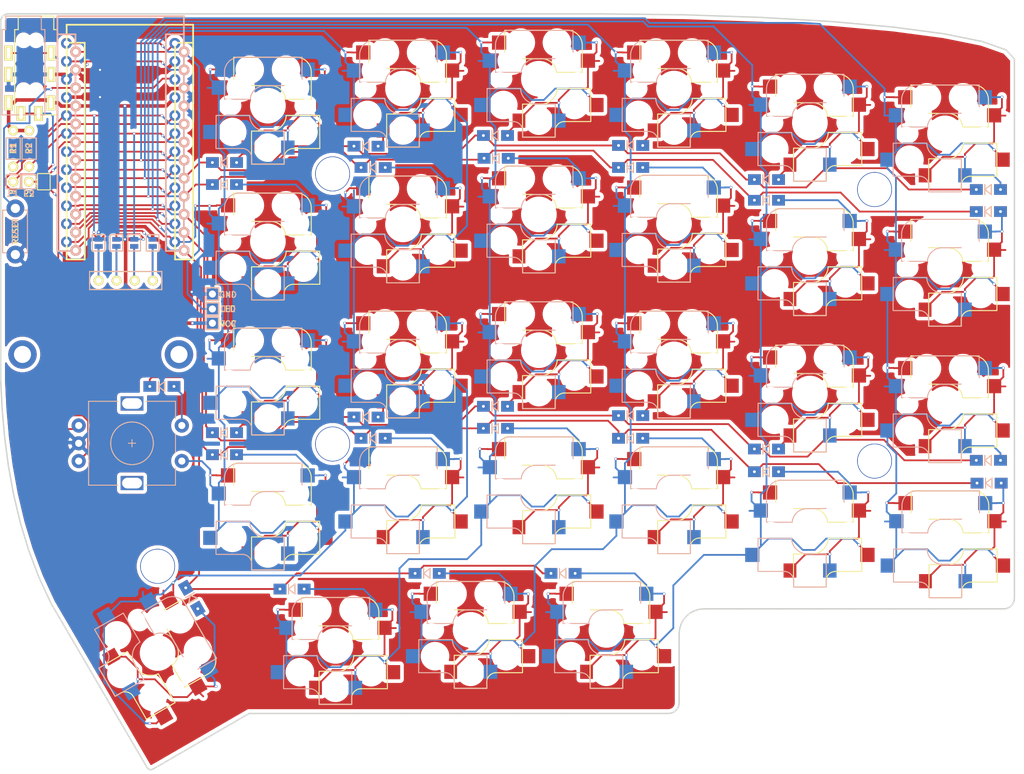
<source format=kicad_pcb>
(kicad_pcb (version 20171130) (host pcbnew 5.1.9)
  (layers (0 F.Cu signal) (31 B.Cu signal) (34 B.Paste user hide) (35 F.Paste user hide) (36 B.SilkS user hide) (37 F.SilkS user hide) (38 B.Mask user hide) (39 F.Mask user hide) (44 Edge.Cuts user))
  (net 0 "")
  (net 1 "Net-(D1-Pad2)")
  (net 2 row4)
  (net 3 "Net-(D2-Pad2)")
  (net 4 "Net-(D3-Pad2)")
  (net 5 row0)
  (net 6 "Net-(D4-Pad2)")
  (net 7 row1)
  (net 8 "Net-(D5-Pad2)")
  (net 9 row2)
  (net 10 "Net-(D6-Pad2)")
  (net 11 row3)
  (net 12 "Net-(D7-Pad2)")
  (net 13 "Net-(D8-Pad2)")
  (net 14 "Net-(D9-Pad2)")
  (net 15 "Net-(D10-Pad2)")
  (net 16 "Net-(D11-Pad2)")
  (net 17 "Net-(D12-Pad2)")
  (net 18 "Net-(D13-Pad2)")
  (net 19 "Net-(D14-Pad2)")
  (net 20 "Net-(D15-Pad2)")
  (net 21 "Net-(D16-Pad2)")
  (net 22 "Net-(D17-Pad2)")
  (net 23 "Net-(D18-Pad2)")
  (net 24 "Net-(D19-Pad2)")
  (net 25 "Net-(D20-Pad2)")
  (net 26 "Net-(D21-Pad2)")
  (net 27 "Net-(D22-Pad2)")
  (net 28 "Net-(D23-Pad2)")
  (net 29 "Net-(D24-Pad2)")
  (net 30 "Net-(D26-Pad2)")
  (net 31 "Net-(D27-Pad2)")
  (net 32 "Net-(D28-Pad2)")
  (net 33 VCC)
  (net 34 GND)
  (net 35 col0)
  (net 36 col1)
  (net 37 col2)
  (net 38 col3)
  (net 39 col4)
  (net 40 SDA)
  (net 41 LED)
  (net 42 SCL)
  (net 43 RESET)
  (net 44 "Net-(D29-Pad2)")
  (net 45 "Net-(U1-Pad24)")
  (net 46 "Net-(U1-Pad7)")
  (net 47 DATA)
  (net 48 "Net-(J2-Pad4)")
  (net 49 "Net-(J2-Pad3)")
  (net 50 "Net-(J3-Pad1)")
  (net 51 "Net-(J3-Pad2)")
  (net 52 "Net-(J3-Pad3)")
  (net 53 "Net-(J3-Pad4)")
  (net 54 SW25B)
  (net 55 SW25A)
  (net 56 enc2)
  (net 57 enc1)
  (module kbd:CherryMX_Choc_Hotswap (layer F.Cu) (at 168.1 123.75)
    (fp_text reference SW29 hide)
    (fp_text value SW_PUSH hide)
    (pad 1 smd rect (at -5.6 -5.08 180) (size 2 2) (layers F.Cu F.Paste F.Mask) (net 36 col1))
    (pad "" np_thru_hole circle (at 3.81 -2.54 180) (size 3 3) (drill 3) (layers *.Cu *.Mask))
    (pad "" np_thru_hole circle (at -2.54 -5.08 180) (size 3 3) (drill 3) (layers *.Cu *.Mask))
    (pad 2 smd rect (at 6.9 -2.54 180) (size 2 2) (layers F.Cu F.Paste F.Mask) (net 44 "Net-(D29-Pad2)"))
    (pad "" np_thru_hole circle (at 5 3.7 270) (size 3 3) (drill 3) (layers *.Cu *.Mask))
    (pad 2 smd rect (at -2.8 5.9 180) (size 1.8 2) (layers F.Cu F.Paste F.Mask) (net 44 "Net-(D29-Pad2)"))
    (pad 1 smd rect (at 8.1 3.7 180) (size 2 2) (layers F.Cu F.Paste F.Mask) (net 36 col1))
    (pad 1 smd rect (at -8.1 3.7 180) (size 2 2) (layers B.Cu B.Paste B.Mask) (net 36 col1))
    (pad 2 smd rect (at 2.8 5.9 180) (size 1.9 2) (layers B.Cu B.Paste B.Mask) (net 44 "Net-(D29-Pad2)"))
    (pad "" np_thru_hole circle (at -5 3.7 90) (size 3 3) (drill 3) (layers *.Cu *.Mask))
    (pad "" np_thru_hole circle (at 0 5.9 90) (size 3 3) (drill 3) (layers *.Cu *.Mask))
    (pad 1 smd rect (at -6.9 -2.54 180) (size 2 2) (layers B.Cu B.Paste B.Mask) (net 36 col1))
    (pad "" np_thru_hole circle (at 2.54 -5.08 180) (size 3 3) (drill 3) (layers *.Cu *.Mask))
    (pad "" np_thru_hole circle (at 0 0 90) (size 4 4) (drill 4) (layers *.Cu *.Mask))
    (pad "" np_thru_hole circle (at -5.5 0 90) (size 1.9 1.9) (drill 1.9) (layers *.Cu *.Mask))
    (pad "" np_thru_hole circle (at 5.5 0 90) (size 1.9 1.9) (drill 1.9) (layers *.Cu *.Mask))
    (pad "" np_thru_hole circle (at 5.08 0) (size 1.7 1.7) (drill 1.7) (layers *.Cu *.Mask))
    (pad "" np_thru_hole circle (at -5.08 0) (size 1.7 1.7) (drill 1.7) (layers *.Cu *.Mask))
    (pad "" np_thru_hole circle (at -3.81 -2.54 180) (size 3 3) (drill 3) (layers *.Cu *.Mask))
    (pad 2 smd rect (at 5.6 -5.08 180) (size 2 2) (layers B.Cu B.Paste B.Mask) (net 44 "Net-(D29-Pad2)"))
  )
  (module kbd:CherryMX_Choc_Hotswap (layer F.Cu) (at 149 123.75)
    (fp_text reference SW28 hide)
    (fp_text value SW_PUSH hide)
    (pad 1 smd rect (at -5.6 -5.08 180) (size 2 2) (layers F.Cu F.Paste F.Mask) (net 37 col2))
    (pad "" np_thru_hole circle (at 3.81 -2.54 180) (size 3 3) (drill 3) (layers *.Cu *.Mask))
    (pad "" np_thru_hole circle (at -2.54 -5.08 180) (size 3 3) (drill 3) (layers *.Cu *.Mask))
    (pad 2 smd rect (at 6.9 -2.54 180) (size 2 2) (layers F.Cu F.Paste F.Mask) (net 32 "Net-(D28-Pad2)"))
    (pad "" np_thru_hole circle (at 5 3.7 270) (size 3 3) (drill 3) (layers *.Cu *.Mask))
    (pad 2 smd rect (at -2.8 5.9 180) (size 1.8 2) (layers F.Cu F.Paste F.Mask) (net 32 "Net-(D28-Pad2)"))
    (pad 1 smd rect (at 8.1 3.7 180) (size 2 2) (layers F.Cu F.Paste F.Mask) (net 37 col2))
    (pad 1 smd rect (at -8.1 3.7 180) (size 2 2) (layers B.Cu B.Paste B.Mask) (net 37 col2))
    (pad 2 smd rect (at 2.8 5.9 180) (size 1.9 2) (layers B.Cu B.Paste B.Mask) (net 32 "Net-(D28-Pad2)"))
    (pad "" np_thru_hole circle (at -5 3.7 90) (size 3 3) (drill 3) (layers *.Cu *.Mask))
    (pad "" np_thru_hole circle (at 0 5.9 90) (size 3 3) (drill 3) (layers *.Cu *.Mask))
    (pad 1 smd rect (at -6.9 -2.54 180) (size 2 2) (layers B.Cu B.Paste B.Mask) (net 37 col2))
    (pad "" np_thru_hole circle (at 2.54 -5.08 180) (size 3 3) (drill 3) (layers *.Cu *.Mask))
    (pad "" np_thru_hole circle (at 0 0 90) (size 4 4) (drill 4) (layers *.Cu *.Mask))
    (pad "" np_thru_hole circle (at -5.5 0 90) (size 1.9 1.9) (drill 1.9) (layers *.Cu *.Mask))
    (pad "" np_thru_hole circle (at 5.5 0 90) (size 1.9 1.9) (drill 1.9) (layers *.Cu *.Mask))
    (pad "" np_thru_hole circle (at 5.08 0) (size 1.7 1.7) (drill 1.7) (layers *.Cu *.Mask))
    (pad "" np_thru_hole circle (at -5.08 0) (size 1.7 1.7) (drill 1.7) (layers *.Cu *.Mask))
    (pad "" np_thru_hole circle (at -3.81 -2.54 180) (size 3 3) (drill 3) (layers *.Cu *.Mask))
    (pad 2 smd rect (at 5.6 -5.08 180) (size 2 2) (layers B.Cu B.Paste B.Mask) (net 32 "Net-(D28-Pad2)"))
  )
  (module kbd:CherryMX_Choc_Hotswap (layer F.Cu) (at 130 126)
    (fp_text reference SW27 hide)
    (fp_text value SW_PUSH hide)
    (pad 1 smd rect (at -5.6 -5.08 180) (size 2 2) (layers F.Cu F.Paste F.Mask) (net 38 col3))
    (pad "" np_thru_hole circle (at 3.81 -2.54 180) (size 3 3) (drill 3) (layers *.Cu *.Mask))
    (pad "" np_thru_hole circle (at -2.54 -5.08 180) (size 3 3) (drill 3) (layers *.Cu *.Mask))
    (pad 2 smd rect (at 6.9 -2.54 180) (size 2 2) (layers F.Cu F.Paste F.Mask) (net 31 "Net-(D27-Pad2)"))
    (pad "" np_thru_hole circle (at 5 3.7 270) (size 3 3) (drill 3) (layers *.Cu *.Mask))
    (pad 2 smd rect (at -2.8 5.9 180) (size 1.8 2) (layers F.Cu F.Paste F.Mask) (net 31 "Net-(D27-Pad2)"))
    (pad 1 smd rect (at 8.1 3.7 180) (size 2 2) (layers F.Cu F.Paste F.Mask) (net 38 col3))
    (pad 1 smd rect (at -8.1 3.7 180) (size 2 2) (layers B.Cu B.Paste B.Mask) (net 38 col3))
    (pad 2 smd rect (at 2.8 5.9 180) (size 1.9 2) (layers B.Cu B.Paste B.Mask) (net 31 "Net-(D27-Pad2)"))
    (pad "" np_thru_hole circle (at -5 3.7 90) (size 3 3) (drill 3) (layers *.Cu *.Mask))
    (pad "" np_thru_hole circle (at 0 5.9 90) (size 3 3) (drill 3) (layers *.Cu *.Mask))
    (pad 1 smd rect (at -6.9 -2.54 180) (size 2 2) (layers B.Cu B.Paste B.Mask) (net 38 col3))
    (pad "" np_thru_hole circle (at 2.54 -5.08 180) (size 3 3) (drill 3) (layers *.Cu *.Mask))
    (pad "" np_thru_hole circle (at 0 0 90) (size 4 4) (drill 4) (layers *.Cu *.Mask))
    (pad "" np_thru_hole circle (at -5.5 0 90) (size 1.9 1.9) (drill 1.9) (layers *.Cu *.Mask))
    (pad "" np_thru_hole circle (at 5.5 0 90) (size 1.9 1.9) (drill 1.9) (layers *.Cu *.Mask))
    (pad "" np_thru_hole circle (at 5.08 0) (size 1.7 1.7) (drill 1.7) (layers *.Cu *.Mask))
    (pad "" np_thru_hole circle (at -5.08 0) (size 1.7 1.7) (drill 1.7) (layers *.Cu *.Mask))
    (pad "" np_thru_hole circle (at -3.81 -2.54 180) (size 3 3) (drill 3) (layers *.Cu *.Mask))
    (pad 2 smd rect (at 5.6 -5.08 180) (size 2 2) (layers B.Cu B.Paste B.Mask) (net 31 "Net-(D27-Pad2)"))
  )
  (module kbd:CherryMX_Choc_Hotswap (layer F.Cu) (at 105 127 300)
    (fp_text reference SW26 hide)
    (fp_text value SW_PUSH hide)
    (pad 1 smd rect (at -5.6 -5.08 120) (size 2 2) (layers F.Cu F.Paste F.Mask) (net 39 col4))
    (pad "" np_thru_hole circle (at 3.81 -2.54 120) (size 3 3) (drill 3) (layers *.Cu *.Mask))
    (pad "" np_thru_hole circle (at -2.54 -5.08 120) (size 3 3) (drill 3) (layers *.Cu *.Mask))
    (pad 2 smd rect (at 6.9 -2.54 120) (size 2 2) (layers F.Cu F.Paste F.Mask) (net 30 "Net-(D26-Pad2)"))
    (pad "" np_thru_hole circle (at 5 3.7 210) (size 3 3) (drill 3) (layers *.Cu *.Mask))
    (pad 2 smd rect (at -2.8 5.9 120) (size 1.8 2) (layers F.Cu F.Paste F.Mask) (net 30 "Net-(D26-Pad2)"))
    (pad 1 smd rect (at 8.1 3.7 120) (size 2 2) (layers F.Cu F.Paste F.Mask) (net 39 col4))
    (pad 1 smd rect (at -8.1 3.7 120) (size 2 2) (layers B.Cu B.Paste B.Mask) (net 39 col4))
    (pad 2 smd rect (at 2.8 5.9 120) (size 1.9 2) (layers B.Cu B.Paste B.Mask) (net 30 "Net-(D26-Pad2)"))
    (pad "" np_thru_hole circle (at -5 3.7 30) (size 3 3) (drill 3) (layers *.Cu *.Mask))
    (pad "" np_thru_hole circle (at 0 5.9 30) (size 3 3) (drill 3) (layers *.Cu *.Mask))
    (pad 1 smd rect (at -6.9 -2.54 120) (size 2 2) (layers B.Cu B.Paste B.Mask) (net 39 col4))
    (pad "" np_thru_hole circle (at 2.54 -5.08 120) (size 3 3) (drill 3) (layers *.Cu *.Mask))
    (pad "" np_thru_hole circle (at 0 0 30) (size 4 4) (drill 4) (layers *.Cu *.Mask))
    (pad "" np_thru_hole circle (at -5.5 0 30) (size 1.9 1.9) (drill 1.9) (layers *.Cu *.Mask))
    (pad "" np_thru_hole circle (at 5.5 0 30) (size 1.9 1.9) (drill 1.9) (layers *.Cu *.Mask))
    (pad "" np_thru_hole circle (at 5.08 0 300) (size 1.7 1.7) (drill 1.7) (layers *.Cu *.Mask))
    (pad "" np_thru_hole circle (at -5.08 0 300) (size 1.7 1.7) (drill 1.7) (layers *.Cu *.Mask))
    (pad "" np_thru_hole circle (at -3.81 -2.54 120) (size 3 3) (drill 3) (layers *.Cu *.Mask))
    (pad 2 smd rect (at 5.6 -5.08 120) (size 2 2) (layers B.Cu B.Paste B.Mask) (net 30 "Net-(D26-Pad2)"))
  )
  (module kbd:CherryMX_Choc_Hotswap (layer F.Cu) (at 215.75 111)
    (fp_text reference SW24 hide)
    (fp_text value SW_PUSH hide)
    (pad 1 smd rect (at -5.6 -5.08 180) (size 2 2) (layers F.Cu F.Paste F.Mask) (net 35 col0))
    (pad "" np_thru_hole circle (at 3.81 -2.54 180) (size 3 3) (drill 3) (layers *.Cu *.Mask))
    (pad "" np_thru_hole circle (at -2.54 -5.08 180) (size 3 3) (drill 3) (layers *.Cu *.Mask))
    (pad 2 smd rect (at 6.9 -2.54 180) (size 2 2) (layers F.Cu F.Paste F.Mask) (net 29 "Net-(D24-Pad2)"))
    (pad "" np_thru_hole circle (at 5 3.7 270) (size 3 3) (drill 3) (layers *.Cu *.Mask))
    (pad 2 smd rect (at -2.8 5.9 180) (size 1.8 2) (layers F.Cu F.Paste F.Mask) (net 29 "Net-(D24-Pad2)"))
    (pad 1 smd rect (at 8.1 3.7 180) (size 2 2) (layers F.Cu F.Paste F.Mask) (net 35 col0))
    (pad 1 smd rect (at -8.1 3.7 180) (size 2 2) (layers B.Cu B.Paste B.Mask) (net 35 col0))
    (pad 2 smd rect (at 2.8 5.9 180) (size 1.9 2) (layers B.Cu B.Paste B.Mask) (net 29 "Net-(D24-Pad2)"))
    (pad "" np_thru_hole circle (at -5 3.7 90) (size 3 3) (drill 3) (layers *.Cu *.Mask))
    (pad "" np_thru_hole circle (at 0 5.9 90) (size 3 3) (drill 3) (layers *.Cu *.Mask))
    (pad 1 smd rect (at -6.9 -2.54 180) (size 2 2) (layers B.Cu B.Paste B.Mask) (net 35 col0))
    (pad "" np_thru_hole circle (at 2.54 -5.08 180) (size 3 3) (drill 3) (layers *.Cu *.Mask))
    (pad "" np_thru_hole circle (at 0 0 90) (size 4 4) (drill 4) (layers *.Cu *.Mask))
    (pad "" np_thru_hole circle (at -5.5 0 90) (size 1.9 1.9) (drill 1.9) (layers *.Cu *.Mask))
    (pad "" np_thru_hole circle (at 5.5 0 90) (size 1.9 1.9) (drill 1.9) (layers *.Cu *.Mask))
    (pad "" np_thru_hole circle (at 5.08 0) (size 1.7 1.7) (drill 1.7) (layers *.Cu *.Mask))
    (pad "" np_thru_hole circle (at -5.08 0) (size 1.7 1.7) (drill 1.7) (layers *.Cu *.Mask))
    (pad "" np_thru_hole circle (at -3.81 -2.54 180) (size 3 3) (drill 3) (layers *.Cu *.Mask))
    (pad 2 smd rect (at 5.6 -5.08 180) (size 2 2) (layers B.Cu B.Paste B.Mask) (net 29 "Net-(D24-Pad2)"))
  )
  (module kbd:CherryMX_Choc_Hotswap (layer F.Cu) (at 196.7 109.5)
    (fp_text reference SW23 hide)
    (fp_text value SW_PUSH hide)
    (pad 1 smd rect (at -5.6 -5.08 180) (size 2 2) (layers F.Cu F.Paste F.Mask) (net 36 col1))
    (pad "" np_thru_hole circle (at 3.81 -2.54 180) (size 3 3) (drill 3) (layers *.Cu *.Mask))
    (pad "" np_thru_hole circle (at -2.54 -5.08 180) (size 3 3) (drill 3) (layers *.Cu *.Mask))
    (pad 2 smd rect (at 6.9 -2.54 180) (size 2 2) (layers F.Cu F.Paste F.Mask) (net 28 "Net-(D23-Pad2)"))
    (pad "" np_thru_hole circle (at 5 3.7 270) (size 3 3) (drill 3) (layers *.Cu *.Mask))
    (pad 2 smd rect (at -2.8 5.9 180) (size 1.8 2) (layers F.Cu F.Paste F.Mask) (net 28 "Net-(D23-Pad2)"))
    (pad 1 smd rect (at 8.1 3.7 180) (size 2 2) (layers F.Cu F.Paste F.Mask) (net 36 col1))
    (pad 1 smd rect (at -8.1 3.7 180) (size 2 2) (layers B.Cu B.Paste B.Mask) (net 36 col1))
    (pad 2 smd rect (at 2.8 5.9 180) (size 1.9 2) (layers B.Cu B.Paste B.Mask) (net 28 "Net-(D23-Pad2)"))
    (pad "" np_thru_hole circle (at -5 3.7 90) (size 3 3) (drill 3) (layers *.Cu *.Mask))
    (pad "" np_thru_hole circle (at 0 5.9 90) (size 3 3) (drill 3) (layers *.Cu *.Mask))
    (pad 1 smd rect (at -6.9 -2.54 180) (size 2 2) (layers B.Cu B.Paste B.Mask) (net 36 col1))
    (pad "" np_thru_hole circle (at 2.54 -5.08 180) (size 3 3) (drill 3) (layers *.Cu *.Mask))
    (pad "" np_thru_hole circle (at 0 0 90) (size 4 4) (drill 4) (layers *.Cu *.Mask))
    (pad "" np_thru_hole circle (at -5.5 0 90) (size 1.9 1.9) (drill 1.9) (layers *.Cu *.Mask))
    (pad "" np_thru_hole circle (at 5.5 0 90) (size 1.9 1.9) (drill 1.9) (layers *.Cu *.Mask))
    (pad "" np_thru_hole circle (at 5.08 0) (size 1.7 1.7) (drill 1.7) (layers *.Cu *.Mask))
    (pad "" np_thru_hole circle (at -5.08 0) (size 1.7 1.7) (drill 1.7) (layers *.Cu *.Mask))
    (pad "" np_thru_hole circle (at -3.81 -2.54 180) (size 3 3) (drill 3) (layers *.Cu *.Mask))
    (pad 2 smd rect (at 5.6 -5.08 180) (size 2 2) (layers B.Cu B.Paste B.Mask) (net 28 "Net-(D23-Pad2)"))
  )
  (module kbd:CherryMX_Choc_Hotswap (layer F.Cu) (at 177.6 104.8)
    (fp_text reference SW22 hide)
    (fp_text value SW_PUSH hide)
    (pad 1 smd rect (at -5.6 -5.08 180) (size 2 2) (layers F.Cu F.Paste F.Mask) (net 37 col2))
    (pad "" np_thru_hole circle (at 3.81 -2.54 180) (size 3 3) (drill 3) (layers *.Cu *.Mask))
    (pad "" np_thru_hole circle (at -2.54 -5.08 180) (size 3 3) (drill 3) (layers *.Cu *.Mask))
    (pad 2 smd rect (at 6.9 -2.54 180) (size 2 2) (layers F.Cu F.Paste F.Mask) (net 27 "Net-(D22-Pad2)"))
    (pad "" np_thru_hole circle (at 5 3.7 270) (size 3 3) (drill 3) (layers *.Cu *.Mask))
    (pad 2 smd rect (at -2.8 5.9 180) (size 1.8 2) (layers F.Cu F.Paste F.Mask) (net 27 "Net-(D22-Pad2)"))
    (pad 1 smd rect (at 8.1 3.7 180) (size 2 2) (layers F.Cu F.Paste F.Mask) (net 37 col2))
    (pad 1 smd rect (at -8.1 3.7 180) (size 2 2) (layers B.Cu B.Paste B.Mask) (net 37 col2))
    (pad 2 smd rect (at 2.8 5.9 180) (size 1.9 2) (layers B.Cu B.Paste B.Mask) (net 27 "Net-(D22-Pad2)"))
    (pad "" np_thru_hole circle (at -5 3.7 90) (size 3 3) (drill 3) (layers *.Cu *.Mask))
    (pad "" np_thru_hole circle (at 0 5.9 90) (size 3 3) (drill 3) (layers *.Cu *.Mask))
    (pad 1 smd rect (at -6.9 -2.54 180) (size 2 2) (layers B.Cu B.Paste B.Mask) (net 37 col2))
    (pad "" np_thru_hole circle (at 2.54 -5.08 180) (size 3 3) (drill 3) (layers *.Cu *.Mask))
    (pad "" np_thru_hole circle (at 0 0 90) (size 4 4) (drill 4) (layers *.Cu *.Mask))
    (pad "" np_thru_hole circle (at -5.5 0 90) (size 1.9 1.9) (drill 1.9) (layers *.Cu *.Mask))
    (pad "" np_thru_hole circle (at 5.5 0 90) (size 1.9 1.9) (drill 1.9) (layers *.Cu *.Mask))
    (pad "" np_thru_hole circle (at 5.08 0) (size 1.7 1.7) (drill 1.7) (layers *.Cu *.Mask))
    (pad "" np_thru_hole circle (at -5.08 0) (size 1.7 1.7) (drill 1.7) (layers *.Cu *.Mask))
    (pad "" np_thru_hole circle (at -3.81 -2.54 180) (size 3 3) (drill 3) (layers *.Cu *.Mask))
    (pad 2 smd rect (at 5.6 -5.08 180) (size 2 2) (layers B.Cu B.Paste B.Mask) (net 27 "Net-(D22-Pad2)"))
  )
  (module kbd:CherryMX_Choc_Hotswap (layer F.Cu) (at 158.6 103.4)
    (fp_text reference SW21 hide)
    (fp_text value SW_PUSH hide)
    (pad 1 smd rect (at -5.6 -5.08 180) (size 2 2) (layers F.Cu F.Paste F.Mask) (net 38 col3))
    (pad "" np_thru_hole circle (at 3.81 -2.54 180) (size 3 3) (drill 3) (layers *.Cu *.Mask))
    (pad "" np_thru_hole circle (at -2.54 -5.08 180) (size 3 3) (drill 3) (layers *.Cu *.Mask))
    (pad 2 smd rect (at 6.9 -2.54 180) (size 2 2) (layers F.Cu F.Paste F.Mask) (net 26 "Net-(D21-Pad2)"))
    (pad "" np_thru_hole circle (at 5 3.7 270) (size 3 3) (drill 3) (layers *.Cu *.Mask))
    (pad 2 smd rect (at -2.8 5.9 180) (size 1.8 2) (layers F.Cu F.Paste F.Mask) (net 26 "Net-(D21-Pad2)"))
    (pad 1 smd rect (at 8.1 3.7 180) (size 2 2) (layers F.Cu F.Paste F.Mask) (net 38 col3))
    (pad 1 smd rect (at -8.1 3.7 180) (size 2 2) (layers B.Cu B.Paste B.Mask) (net 38 col3))
    (pad 2 smd rect (at 2.8 5.9 180) (size 1.9 2) (layers B.Cu B.Paste B.Mask) (net 26 "Net-(D21-Pad2)"))
    (pad "" np_thru_hole circle (at -5 3.7 90) (size 3 3) (drill 3) (layers *.Cu *.Mask))
    (pad "" np_thru_hole circle (at 0 5.9 90) (size 3 3) (drill 3) (layers *.Cu *.Mask))
    (pad 1 smd rect (at -6.9 -2.54 180) (size 2 2) (layers B.Cu B.Paste B.Mask) (net 38 col3))
    (pad "" np_thru_hole circle (at 2.54 -5.08 180) (size 3 3) (drill 3) (layers *.Cu *.Mask))
    (pad "" np_thru_hole circle (at 0 0 90) (size 4 4) (drill 4) (layers *.Cu *.Mask))
    (pad "" np_thru_hole circle (at -5.5 0 90) (size 1.9 1.9) (drill 1.9) (layers *.Cu *.Mask))
    (pad "" np_thru_hole circle (at 5.5 0 90) (size 1.9 1.9) (drill 1.9) (layers *.Cu *.Mask))
    (pad "" np_thru_hole circle (at 5.08 0) (size 1.7 1.7) (drill 1.7) (layers *.Cu *.Mask))
    (pad "" np_thru_hole circle (at -5.08 0) (size 1.7 1.7) (drill 1.7) (layers *.Cu *.Mask))
    (pad "" np_thru_hole circle (at -3.81 -2.54 180) (size 3 3) (drill 3) (layers *.Cu *.Mask))
    (pad 2 smd rect (at 5.6 -5.08 180) (size 2 2) (layers B.Cu B.Paste B.Mask) (net 26 "Net-(D21-Pad2)"))
  )
  (module kbd:CherryMX_Choc_Hotswap (layer F.Cu) (at 139.5 104.8)
    (fp_text reference SW20 hide)
    (fp_text value SW_PUSH hide)
    (pad 1 smd rect (at -5.6 -5.08 180) (size 2 2) (layers F.Cu F.Paste F.Mask) (net 39 col4))
    (pad "" np_thru_hole circle (at 3.81 -2.54 180) (size 3 3) (drill 3) (layers *.Cu *.Mask))
    (pad "" np_thru_hole circle (at -2.54 -5.08 180) (size 3 3) (drill 3) (layers *.Cu *.Mask))
    (pad 2 smd rect (at 6.9 -2.54 180) (size 2 2) (layers F.Cu F.Paste F.Mask) (net 25 "Net-(D20-Pad2)"))
    (pad "" np_thru_hole circle (at 5 3.7 270) (size 3 3) (drill 3) (layers *.Cu *.Mask))
    (pad 2 smd rect (at -2.8 5.9 180) (size 1.8 2) (layers F.Cu F.Paste F.Mask) (net 25 "Net-(D20-Pad2)"))
    (pad 1 smd rect (at 8.1 3.7 180) (size 2 2) (layers F.Cu F.Paste F.Mask) (net 39 col4))
    (pad 1 smd rect (at -8.1 3.7 180) (size 2 2) (layers B.Cu B.Paste B.Mask) (net 39 col4))
    (pad 2 smd rect (at 2.8 5.9 180) (size 1.9 2) (layers B.Cu B.Paste B.Mask) (net 25 "Net-(D20-Pad2)"))
    (pad "" np_thru_hole circle (at -5 3.7 90) (size 3 3) (drill 3) (layers *.Cu *.Mask))
    (pad "" np_thru_hole circle (at 0 5.9 90) (size 3 3) (drill 3) (layers *.Cu *.Mask))
    (pad 1 smd rect (at -6.9 -2.54 180) (size 2 2) (layers B.Cu B.Paste B.Mask) (net 39 col4))
    (pad "" np_thru_hole circle (at 2.54 -5.08 180) (size 3 3) (drill 3) (layers *.Cu *.Mask))
    (pad "" np_thru_hole circle (at 0 0 90) (size 4 4) (drill 4) (layers *.Cu *.Mask))
    (pad "" np_thru_hole circle (at -5.5 0 90) (size 1.9 1.9) (drill 1.9) (layers *.Cu *.Mask))
    (pad "" np_thru_hole circle (at 5.5 0 90) (size 1.9 1.9) (drill 1.9) (layers *.Cu *.Mask))
    (pad "" np_thru_hole circle (at 5.08 0) (size 1.7 1.7) (drill 1.7) (layers *.Cu *.Mask))
    (pad "" np_thru_hole circle (at -5.08 0) (size 1.7 1.7) (drill 1.7) (layers *.Cu *.Mask))
    (pad "" np_thru_hole circle (at -3.81 -2.54 180) (size 3 3) (drill 3) (layers *.Cu *.Mask))
    (pad 2 smd rect (at 5.6 -5.08 180) (size 2 2) (layers B.Cu B.Paste B.Mask) (net 25 "Net-(D20-Pad2)"))
  )
  (module kbd:CherryMX_Choc_Hotswap (layer F.Cu) (at 120.5 107.1)
    (fp_text reference SW19 hide)
    (fp_text value SW_PUSH hide)
    (pad 1 smd rect (at -5.6 -5.08 180) (size 2 2) (layers F.Cu F.Paste F.Mask) (net 55 SW25A))
    (pad "" np_thru_hole circle (at 3.81 -2.54 180) (size 3 3) (drill 3) (layers *.Cu *.Mask))
    (pad "" np_thru_hole circle (at -2.54 -5.08 180) (size 3 3) (drill 3) (layers *.Cu *.Mask))
    (pad 2 smd rect (at 6.9 -2.54 180) (size 2 2) (layers F.Cu F.Paste F.Mask) (net 24 "Net-(D19-Pad2)"))
    (pad "" np_thru_hole circle (at 5 3.7 270) (size 3 3) (drill 3) (layers *.Cu *.Mask))
    (pad 2 smd rect (at -2.8 5.9 180) (size 1.8 2) (layers F.Cu F.Paste F.Mask) (net 24 "Net-(D19-Pad2)"))
    (pad 1 smd rect (at 8.1 3.7 180) (size 2 2) (layers F.Cu F.Paste F.Mask) (net 55 SW25A))
    (pad 1 smd rect (at -8.1 3.7 180) (size 2 2) (layers B.Cu B.Paste B.Mask) (net 55 SW25A))
    (pad 2 smd rect (at 2.8 5.9 180) (size 1.9 2) (layers B.Cu B.Paste B.Mask) (net 24 "Net-(D19-Pad2)"))
    (pad "" np_thru_hole circle (at -5 3.7 90) (size 3 3) (drill 3) (layers *.Cu *.Mask))
    (pad "" np_thru_hole circle (at 0 5.9 90) (size 3 3) (drill 3) (layers *.Cu *.Mask))
    (pad 1 smd rect (at -6.9 -2.54 180) (size 2 2) (layers B.Cu B.Paste B.Mask) (net 55 SW25A))
    (pad "" np_thru_hole circle (at 2.54 -5.08 180) (size 3 3) (drill 3) (layers *.Cu *.Mask))
    (pad "" np_thru_hole circle (at 0 0 90) (size 4 4) (drill 4) (layers *.Cu *.Mask))
    (pad "" np_thru_hole circle (at -5.5 0 90) (size 1.9 1.9) (drill 1.9) (layers *.Cu *.Mask))
    (pad "" np_thru_hole circle (at 5.5 0 90) (size 1.9 1.9) (drill 1.9) (layers *.Cu *.Mask))
    (pad "" np_thru_hole circle (at 5.08 0) (size 1.7 1.7) (drill 1.7) (layers *.Cu *.Mask))
    (pad "" np_thru_hole circle (at -5.08 0) (size 1.7 1.7) (drill 1.7) (layers *.Cu *.Mask))
    (pad "" np_thru_hole circle (at -3.81 -2.54 180) (size 3 3) (drill 3) (layers *.Cu *.Mask))
    (pad 2 smd rect (at 5.6 -5.08 180) (size 2 2) (layers B.Cu B.Paste B.Mask) (net 24 "Net-(D19-Pad2)"))
  )
  (module kbd:CherryMX_Choc_Hotswap (layer F.Cu) (at 215.7 92)
    (fp_text reference SW18 hide)
    (fp_text value SW_PUSH hide)
    (pad 1 smd rect (at -5.6 -5.08 180) (size 2 2) (layers F.Cu F.Paste F.Mask) (net 35 col0))
    (pad "" np_thru_hole circle (at 3.81 -2.54 180) (size 3 3) (drill 3) (layers *.Cu *.Mask))
    (pad "" np_thru_hole circle (at -2.54 -5.08 180) (size 3 3) (drill 3) (layers *.Cu *.Mask))
    (pad 2 smd rect (at 6.9 -2.54 180) (size 2 2) (layers F.Cu F.Paste F.Mask) (net 23 "Net-(D18-Pad2)"))
    (pad "" np_thru_hole circle (at 5 3.7 270) (size 3 3) (drill 3) (layers *.Cu *.Mask))
    (pad 2 smd rect (at -2.8 5.9 180) (size 1.8 2) (layers F.Cu F.Paste F.Mask) (net 23 "Net-(D18-Pad2)"))
    (pad 1 smd rect (at 8.1 3.7 180) (size 2 2) (layers F.Cu F.Paste F.Mask) (net 35 col0))
    (pad 1 smd rect (at -8.1 3.7 180) (size 2 2) (layers B.Cu B.Paste B.Mask) (net 35 col0))
    (pad 2 smd rect (at 2.8 5.9 180) (size 1.9 2) (layers B.Cu B.Paste B.Mask) (net 23 "Net-(D18-Pad2)"))
    (pad "" np_thru_hole circle (at -5 3.7 90) (size 3 3) (drill 3) (layers *.Cu *.Mask))
    (pad "" np_thru_hole circle (at 0 5.9 90) (size 3 3) (drill 3) (layers *.Cu *.Mask))
    (pad 1 smd rect (at -6.9 -2.54 180) (size 2 2) (layers B.Cu B.Paste B.Mask) (net 35 col0))
    (pad "" np_thru_hole circle (at 2.54 -5.08 180) (size 3 3) (drill 3) (layers *.Cu *.Mask))
    (pad "" np_thru_hole circle (at 0 0 90) (size 4 4) (drill 4) (layers *.Cu *.Mask))
    (pad "" np_thru_hole circle (at -5.5 0 90) (size 1.9 1.9) (drill 1.9) (layers *.Cu *.Mask))
    (pad "" np_thru_hole circle (at 5.5 0 90) (size 1.9 1.9) (drill 1.9) (layers *.Cu *.Mask))
    (pad "" np_thru_hole circle (at 5.08 0) (size 1.7 1.7) (drill 1.7) (layers *.Cu *.Mask))
    (pad "" np_thru_hole circle (at -5.08 0) (size 1.7 1.7) (drill 1.7) (layers *.Cu *.Mask))
    (pad "" np_thru_hole circle (at -3.81 -2.54 180) (size 3 3) (drill 3) (layers *.Cu *.Mask))
    (pad 2 smd rect (at 5.6 -5.08 180) (size 2 2) (layers B.Cu B.Paste B.Mask) (net 23 "Net-(D18-Pad2)"))
  )
  (module kbd:CherryMX_Choc_Hotswap (layer F.Cu) (at 196.7 90.5)
    (fp_text reference SW17 hide)
    (fp_text value SW_PUSH hide)
    (pad 1 smd rect (at -5.6 -5.08 180) (size 2 2) (layers F.Cu F.Paste F.Mask) (net 36 col1))
    (pad "" np_thru_hole circle (at 3.81 -2.54 180) (size 3 3) (drill 3) (layers *.Cu *.Mask))
    (pad "" np_thru_hole circle (at -2.54 -5.08 180) (size 3 3) (drill 3) (layers *.Cu *.Mask))
    (pad 2 smd rect (at 6.9 -2.54 180) (size 2 2) (layers F.Cu F.Paste F.Mask) (net 22 "Net-(D17-Pad2)"))
    (pad "" np_thru_hole circle (at 5 3.7 270) (size 3 3) (drill 3) (layers *.Cu *.Mask))
    (pad 2 smd rect (at -2.8 5.9 180) (size 1.8 2) (layers F.Cu F.Paste F.Mask) (net 22 "Net-(D17-Pad2)"))
    (pad 1 smd rect (at 8.1 3.7 180) (size 2 2) (layers F.Cu F.Paste F.Mask) (net 36 col1))
    (pad 1 smd rect (at -8.1 3.7 180) (size 2 2) (layers B.Cu B.Paste B.Mask) (net 36 col1))
    (pad 2 smd rect (at 2.8 5.9 180) (size 1.9 2) (layers B.Cu B.Paste B.Mask) (net 22 "Net-(D17-Pad2)"))
    (pad "" np_thru_hole circle (at -5 3.7 90) (size 3 3) (drill 3) (layers *.Cu *.Mask))
    (pad "" np_thru_hole circle (at 0 5.9 90) (size 3 3) (drill 3) (layers *.Cu *.Mask))
    (pad 1 smd rect (at -6.9 -2.54 180) (size 2 2) (layers B.Cu B.Paste B.Mask) (net 36 col1))
    (pad "" np_thru_hole circle (at 2.54 -5.08 180) (size 3 3) (drill 3) (layers *.Cu *.Mask))
    (pad "" np_thru_hole circle (at 0 0 90) (size 4 4) (drill 4) (layers *.Cu *.Mask))
    (pad "" np_thru_hole circle (at -5.5 0 90) (size 1.9 1.9) (drill 1.9) (layers *.Cu *.Mask))
    (pad "" np_thru_hole circle (at 5.5 0 90) (size 1.9 1.9) (drill 1.9) (layers *.Cu *.Mask))
    (pad "" np_thru_hole circle (at 5.08 0) (size 1.7 1.7) (drill 1.7) (layers *.Cu *.Mask))
    (pad "" np_thru_hole circle (at -5.08 0) (size 1.7 1.7) (drill 1.7) (layers *.Cu *.Mask))
    (pad "" np_thru_hole circle (at -3.81 -2.54 180) (size 3 3) (drill 3) (layers *.Cu *.Mask))
    (pad 2 smd rect (at 5.6 -5.08 180) (size 2 2) (layers B.Cu B.Paste B.Mask) (net 22 "Net-(D17-Pad2)"))
  )
  (module kbd:CherryMX_Choc_Hotswap (layer F.Cu) (at 177.6 85.7)
    (fp_text reference SW16 hide)
    (fp_text value SW_PUSH hide)
    (pad 1 smd rect (at -5.6 -5.08 180) (size 2 2) (layers F.Cu F.Paste F.Mask) (net 37 col2))
    (pad "" np_thru_hole circle (at 3.81 -2.54 180) (size 3 3) (drill 3) (layers *.Cu *.Mask))
    (pad "" np_thru_hole circle (at -2.54 -5.08 180) (size 3 3) (drill 3) (layers *.Cu *.Mask))
    (pad 2 smd rect (at 6.9 -2.54 180) (size 2 2) (layers F.Cu F.Paste F.Mask) (net 21 "Net-(D16-Pad2)"))
    (pad "" np_thru_hole circle (at 5 3.7 270) (size 3 3) (drill 3) (layers *.Cu *.Mask))
    (pad 2 smd rect (at -2.8 5.9 180) (size 1.8 2) (layers F.Cu F.Paste F.Mask) (net 21 "Net-(D16-Pad2)"))
    (pad 1 smd rect (at 8.1 3.7 180) (size 2 2) (layers F.Cu F.Paste F.Mask) (net 37 col2))
    (pad 1 smd rect (at -8.1 3.7 180) (size 2 2) (layers B.Cu B.Paste B.Mask) (net 37 col2))
    (pad 2 smd rect (at 2.8 5.9 180) (size 1.9 2) (layers B.Cu B.Paste B.Mask) (net 21 "Net-(D16-Pad2)"))
    (pad "" np_thru_hole circle (at -5 3.7 90) (size 3 3) (drill 3) (layers *.Cu *.Mask))
    (pad "" np_thru_hole circle (at 0 5.9 90) (size 3 3) (drill 3) (layers *.Cu *.Mask))
    (pad 1 smd rect (at -6.9 -2.54 180) (size 2 2) (layers B.Cu B.Paste B.Mask) (net 37 col2))
    (pad "" np_thru_hole circle (at 2.54 -5.08 180) (size 3 3) (drill 3) (layers *.Cu *.Mask))
    (pad "" np_thru_hole circle (at 0 0 90) (size 4 4) (drill 4) (layers *.Cu *.Mask))
    (pad "" np_thru_hole circle (at -5.5 0 90) (size 1.9 1.9) (drill 1.9) (layers *.Cu *.Mask))
    (pad "" np_thru_hole circle (at 5.5 0 90) (size 1.9 1.9) (drill 1.9) (layers *.Cu *.Mask))
    (pad "" np_thru_hole circle (at 5.08 0) (size 1.7 1.7) (drill 1.7) (layers *.Cu *.Mask))
    (pad "" np_thru_hole circle (at -5.08 0) (size 1.7 1.7) (drill 1.7) (layers *.Cu *.Mask))
    (pad "" np_thru_hole circle (at -3.81 -2.54 180) (size 3 3) (drill 3) (layers *.Cu *.Mask))
    (pad 2 smd rect (at 5.6 -5.08 180) (size 2 2) (layers B.Cu B.Paste B.Mask) (net 21 "Net-(D16-Pad2)"))
  )
  (module kbd:CherryMX_Choc_Hotswap (layer F.Cu) (at 158.6 84.4)
    (fp_text reference SW15 hide)
    (fp_text value SW_PUSH hide)
    (pad 1 smd rect (at -5.6 -5.08 180) (size 2 2) (layers F.Cu F.Paste F.Mask) (net 38 col3))
    (pad "" np_thru_hole circle (at 3.81 -2.54 180) (size 3 3) (drill 3) (layers *.Cu *.Mask))
    (pad "" np_thru_hole circle (at -2.54 -5.08 180) (size 3 3) (drill 3) (layers *.Cu *.Mask))
    (pad 2 smd rect (at 6.9 -2.54 180) (size 2 2) (layers F.Cu F.Paste F.Mask) (net 20 "Net-(D15-Pad2)"))
    (pad "" np_thru_hole circle (at 5 3.7 270) (size 3 3) (drill 3) (layers *.Cu *.Mask))
    (pad 2 smd rect (at -2.8 5.9 180) (size 1.8 2) (layers F.Cu F.Paste F.Mask) (net 20 "Net-(D15-Pad2)"))
    (pad 1 smd rect (at 8.1 3.7 180) (size 2 2) (layers F.Cu F.Paste F.Mask) (net 38 col3))
    (pad 1 smd rect (at -8.1 3.7 180) (size 2 2) (layers B.Cu B.Paste B.Mask) (net 38 col3))
    (pad 2 smd rect (at 2.8 5.9 180) (size 1.9 2) (layers B.Cu B.Paste B.Mask) (net 20 "Net-(D15-Pad2)"))
    (pad "" np_thru_hole circle (at -5 3.7 90) (size 3 3) (drill 3) (layers *.Cu *.Mask))
    (pad "" np_thru_hole circle (at 0 5.9 90) (size 3 3) (drill 3) (layers *.Cu *.Mask))
    (pad 1 smd rect (at -6.9 -2.54 180) (size 2 2) (layers B.Cu B.Paste B.Mask) (net 38 col3))
    (pad "" np_thru_hole circle (at 2.54 -5.08 180) (size 3 3) (drill 3) (layers *.Cu *.Mask))
    (pad "" np_thru_hole circle (at 0 0 90) (size 4 4) (drill 4) (layers *.Cu *.Mask))
    (pad "" np_thru_hole circle (at -5.5 0 90) (size 1.9 1.9) (drill 1.9) (layers *.Cu *.Mask))
    (pad "" np_thru_hole circle (at 5.5 0 90) (size 1.9 1.9) (drill 1.9) (layers *.Cu *.Mask))
    (pad "" np_thru_hole circle (at 5.08 0) (size 1.7 1.7) (drill 1.7) (layers *.Cu *.Mask))
    (pad "" np_thru_hole circle (at -5.08 0) (size 1.7 1.7) (drill 1.7) (layers *.Cu *.Mask))
    (pad "" np_thru_hole circle (at -3.81 -2.54 180) (size 3 3) (drill 3) (layers *.Cu *.Mask))
    (pad 2 smd rect (at 5.6 -5.08 180) (size 2 2) (layers B.Cu B.Paste B.Mask) (net 20 "Net-(D15-Pad2)"))
  )
  (module kbd:CherryMX_Choc_Hotswap (layer F.Cu) (at 139.5 85.7)
    (fp_text reference SW14 hide)
    (fp_text value SW_PUSH hide)
    (pad 1 smd rect (at -5.6 -5.08 180) (size 2 2) (layers F.Cu F.Paste F.Mask) (net 39 col4))
    (pad "" np_thru_hole circle (at 3.81 -2.54 180) (size 3 3) (drill 3) (layers *.Cu *.Mask))
    (pad "" np_thru_hole circle (at -2.54 -5.08 180) (size 3 3) (drill 3) (layers *.Cu *.Mask))
    (pad 2 smd rect (at 6.9 -2.54 180) (size 2 2) (layers F.Cu F.Paste F.Mask) (net 19 "Net-(D14-Pad2)"))
    (pad "" np_thru_hole circle (at 5 3.7 270) (size 3 3) (drill 3) (layers *.Cu *.Mask))
    (pad 2 smd rect (at -2.8 5.9 180) (size 1.8 2) (layers F.Cu F.Paste F.Mask) (net 19 "Net-(D14-Pad2)"))
    (pad 1 smd rect (at 8.1 3.7 180) (size 2 2) (layers F.Cu F.Paste F.Mask) (net 39 col4))
    (pad 1 smd rect (at -8.1 3.7 180) (size 2 2) (layers B.Cu B.Paste B.Mask) (net 39 col4))
    (pad 2 smd rect (at 2.8 5.9 180) (size 1.9 2) (layers B.Cu B.Paste B.Mask) (net 19 "Net-(D14-Pad2)"))
    (pad "" np_thru_hole circle (at -5 3.7 90) (size 3 3) (drill 3) (layers *.Cu *.Mask))
    (pad "" np_thru_hole circle (at 0 5.9 90) (size 3 3) (drill 3) (layers *.Cu *.Mask))
    (pad 1 smd rect (at -6.9 -2.54 180) (size 2 2) (layers B.Cu B.Paste B.Mask) (net 39 col4))
    (pad "" np_thru_hole circle (at 2.54 -5.08 180) (size 3 3) (drill 3) (layers *.Cu *.Mask))
    (pad "" np_thru_hole circle (at 0 0 90) (size 4 4) (drill 4) (layers *.Cu *.Mask))
    (pad "" np_thru_hole circle (at -5.5 0 90) (size 1.9 1.9) (drill 1.9) (layers *.Cu *.Mask))
    (pad "" np_thru_hole circle (at 5.5 0 90) (size 1.9 1.9) (drill 1.9) (layers *.Cu *.Mask))
    (pad "" np_thru_hole circle (at 5.08 0) (size 1.7 1.7) (drill 1.7) (layers *.Cu *.Mask))
    (pad "" np_thru_hole circle (at -5.08 0) (size 1.7 1.7) (drill 1.7) (layers *.Cu *.Mask))
    (pad "" np_thru_hole circle (at -3.81 -2.54 180) (size 3 3) (drill 3) (layers *.Cu *.Mask))
    (pad 2 smd rect (at 5.6 -5.08 180) (size 2 2) (layers B.Cu B.Paste B.Mask) (net 19 "Net-(D14-Pad2)"))
  )
  (module kbd:CherryMX_Choc_Hotswap (layer F.Cu) (at 120.5 88.1)
    (fp_text reference SW13 hide)
    (fp_text value SW_PUSH hide)
    (pad 1 smd rect (at -5.6 -5.08 180) (size 2 2) (layers F.Cu F.Paste F.Mask) (net 55 SW25A))
    (pad "" np_thru_hole circle (at 3.81 -2.54 180) (size 3 3) (drill 3) (layers *.Cu *.Mask))
    (pad "" np_thru_hole circle (at -2.54 -5.08 180) (size 3 3) (drill 3) (layers *.Cu *.Mask))
    (pad 2 smd rect (at 6.9 -2.54 180) (size 2 2) (layers F.Cu F.Paste F.Mask) (net 18 "Net-(D13-Pad2)"))
    (pad "" np_thru_hole circle (at 5 3.7 270) (size 3 3) (drill 3) (layers *.Cu *.Mask))
    (pad 2 smd rect (at -2.8 5.9 180) (size 1.8 2) (layers F.Cu F.Paste F.Mask) (net 18 "Net-(D13-Pad2)"))
    (pad 1 smd rect (at 8.1 3.7 180) (size 2 2) (layers F.Cu F.Paste F.Mask) (net 55 SW25A))
    (pad 1 smd rect (at -8.1 3.7 180) (size 2 2) (layers B.Cu B.Paste B.Mask) (net 55 SW25A))
    (pad 2 smd rect (at 2.8 5.9 180) (size 1.9 2) (layers B.Cu B.Paste B.Mask) (net 18 "Net-(D13-Pad2)"))
    (pad "" np_thru_hole circle (at -5 3.7 90) (size 3 3) (drill 3) (layers *.Cu *.Mask))
    (pad "" np_thru_hole circle (at 0 5.9 90) (size 3 3) (drill 3) (layers *.Cu *.Mask))
    (pad 1 smd rect (at -6.9 -2.54 180) (size 2 2) (layers B.Cu B.Paste B.Mask) (net 55 SW25A))
    (pad "" np_thru_hole circle (at 2.54 -5.08 180) (size 3 3) (drill 3) (layers *.Cu *.Mask))
    (pad "" np_thru_hole circle (at 0 0 90) (size 4 4) (drill 4) (layers *.Cu *.Mask))
    (pad "" np_thru_hole circle (at -5.5 0 90) (size 1.9 1.9) (drill 1.9) (layers *.Cu *.Mask))
    (pad "" np_thru_hole circle (at 5.5 0 90) (size 1.9 1.9) (drill 1.9) (layers *.Cu *.Mask))
    (pad "" np_thru_hole circle (at 5.08 0) (size 1.7 1.7) (drill 1.7) (layers *.Cu *.Mask))
    (pad "" np_thru_hole circle (at -5.08 0) (size 1.7 1.7) (drill 1.7) (layers *.Cu *.Mask))
    (pad "" np_thru_hole circle (at -3.81 -2.54 180) (size 3 3) (drill 3) (layers *.Cu *.Mask))
    (pad 2 smd rect (at 5.6 -5.08 180) (size 2 2) (layers B.Cu B.Paste B.Mask) (net 18 "Net-(D13-Pad2)"))
  )
  (module kbd:CherryMX_Choc_Hotswap (layer F.Cu) (at 215.7 72.8)
    (fp_text reference SW12 hide)
    (fp_text value SW_PUSH hide)
    (pad 1 smd rect (at -5.6 -5.08 180) (size 2 2) (layers F.Cu F.Paste F.Mask) (net 35 col0))
    (pad "" np_thru_hole circle (at 3.81 -2.54 180) (size 3 3) (drill 3) (layers *.Cu *.Mask))
    (pad "" np_thru_hole circle (at -2.54 -5.08 180) (size 3 3) (drill 3) (layers *.Cu *.Mask))
    (pad 2 smd rect (at 6.9 -2.54 180) (size 2 2) (layers F.Cu F.Paste F.Mask) (net 17 "Net-(D12-Pad2)"))
    (pad "" np_thru_hole circle (at 5 3.7 270) (size 3 3) (drill 3) (layers *.Cu *.Mask))
    (pad 2 smd rect (at -2.8 5.9 180) (size 1.8 2) (layers F.Cu F.Paste F.Mask) (net 17 "Net-(D12-Pad2)"))
    (pad 1 smd rect (at 8.1 3.7 180) (size 2 2) (layers F.Cu F.Paste F.Mask) (net 35 col0))
    (pad 1 smd rect (at -8.1 3.7 180) (size 2 2) (layers B.Cu B.Paste B.Mask) (net 35 col0))
    (pad 2 smd rect (at 2.8 5.9 180) (size 1.9 2) (layers B.Cu B.Paste B.Mask) (net 17 "Net-(D12-Pad2)"))
    (pad "" np_thru_hole circle (at -5 3.7 90) (size 3 3) (drill 3) (layers *.Cu *.Mask))
    (pad "" np_thru_hole circle (at 0 5.9 90) (size 3 3) (drill 3) (layers *.Cu *.Mask))
    (pad 1 smd rect (at -6.9 -2.54 180) (size 2 2) (layers B.Cu B.Paste B.Mask) (net 35 col0))
    (pad "" np_thru_hole circle (at 2.54 -5.08 180) (size 3 3) (drill 3) (layers *.Cu *.Mask))
    (pad "" np_thru_hole circle (at 0 0 90) (size 4 4) (drill 4) (layers *.Cu *.Mask))
    (pad "" np_thru_hole circle (at -5.5 0 90) (size 1.9 1.9) (drill 1.9) (layers *.Cu *.Mask))
    (pad "" np_thru_hole circle (at 5.5 0 90) (size 1.9 1.9) (drill 1.9) (layers *.Cu *.Mask))
    (pad "" np_thru_hole circle (at 5.08 0) (size 1.7 1.7) (drill 1.7) (layers *.Cu *.Mask))
    (pad "" np_thru_hole circle (at -5.08 0) (size 1.7 1.7) (drill 1.7) (layers *.Cu *.Mask))
    (pad "" np_thru_hole circle (at -3.81 -2.54 180) (size 3 3) (drill 3) (layers *.Cu *.Mask))
    (pad 2 smd rect (at 5.6 -5.08 180) (size 2 2) (layers B.Cu B.Paste B.Mask) (net 17 "Net-(D12-Pad2)"))
  )
  (module kbd:CherryMX_Choc_Hotswap (layer F.Cu) (at 196.7 71.3)
    (fp_text reference SW11 hide)
    (fp_text value SW_PUSH hide)
    (pad 1 smd rect (at -5.6 -5.08 180) (size 2 2) (layers F.Cu F.Paste F.Mask) (net 36 col1))
    (pad "" np_thru_hole circle (at 3.81 -2.54 180) (size 3 3) (drill 3) (layers *.Cu *.Mask))
    (pad "" np_thru_hole circle (at -2.54 -5.08 180) (size 3 3) (drill 3) (layers *.Cu *.Mask))
    (pad 2 smd rect (at 6.9 -2.54 180) (size 2 2) (layers F.Cu F.Paste F.Mask) (net 16 "Net-(D11-Pad2)"))
    (pad "" np_thru_hole circle (at 5 3.7 270) (size 3 3) (drill 3) (layers *.Cu *.Mask))
    (pad 2 smd rect (at -2.8 5.9 180) (size 1.8 2) (layers F.Cu F.Paste F.Mask) (net 16 "Net-(D11-Pad2)"))
    (pad 1 smd rect (at 8.1 3.7 180) (size 2 2) (layers F.Cu F.Paste F.Mask) (net 36 col1))
    (pad 1 smd rect (at -8.1 3.7 180) (size 2 2) (layers B.Cu B.Paste B.Mask) (net 36 col1))
    (pad 2 smd rect (at 2.8 5.9 180) (size 1.9 2) (layers B.Cu B.Paste B.Mask) (net 16 "Net-(D11-Pad2)"))
    (pad "" np_thru_hole circle (at -5 3.7 90) (size 3 3) (drill 3) (layers *.Cu *.Mask))
    (pad "" np_thru_hole circle (at 0 5.9 90) (size 3 3) (drill 3) (layers *.Cu *.Mask))
    (pad 1 smd rect (at -6.9 -2.54 180) (size 2 2) (layers B.Cu B.Paste B.Mask) (net 36 col1))
    (pad "" np_thru_hole circle (at 2.54 -5.08 180) (size 3 3) (drill 3) (layers *.Cu *.Mask))
    (pad "" np_thru_hole circle (at 0 0 90) (size 4 4) (drill 4) (layers *.Cu *.Mask))
    (pad "" np_thru_hole circle (at -5.5 0 90) (size 1.9 1.9) (drill 1.9) (layers *.Cu *.Mask))
    (pad "" np_thru_hole circle (at 5.5 0 90) (size 1.9 1.9) (drill 1.9) (layers *.Cu *.Mask))
    (pad "" np_thru_hole circle (at 5.08 0) (size 1.7 1.7) (drill 1.7) (layers *.Cu *.Mask))
    (pad "" np_thru_hole circle (at -5.08 0) (size 1.7 1.7) (drill 1.7) (layers *.Cu *.Mask))
    (pad "" np_thru_hole circle (at -3.81 -2.54 180) (size 3 3) (drill 3) (layers *.Cu *.Mask))
    (pad 2 smd rect (at 5.6 -5.08 180) (size 2 2) (layers B.Cu B.Paste B.Mask) (net 16 "Net-(D11-Pad2)"))
  )
  (module kbd:CherryMX_Choc_Hotswap (layer F.Cu) (at 177.6 66.6)
    (fp_text reference SW10 hide)
    (fp_text value SW_PUSH hide)
    (pad 1 smd rect (at -5.6 -5.08 180) (size 2 2) (layers F.Cu F.Paste F.Mask) (net 37 col2))
    (pad "" np_thru_hole circle (at 3.81 -2.54 180) (size 3 3) (drill 3) (layers *.Cu *.Mask))
    (pad "" np_thru_hole circle (at -2.54 -5.08 180) (size 3 3) (drill 3) (layers *.Cu *.Mask))
    (pad 2 smd rect (at 6.9 -2.54 180) (size 2 2) (layers F.Cu F.Paste F.Mask) (net 15 "Net-(D10-Pad2)"))
    (pad "" np_thru_hole circle (at 5 3.7 270) (size 3 3) (drill 3) (layers *.Cu *.Mask))
    (pad 2 smd rect (at -2.8 5.9 180) (size 1.8 2) (layers F.Cu F.Paste F.Mask) (net 15 "Net-(D10-Pad2)"))
    (pad 1 smd rect (at 8.1 3.7 180) (size 2 2) (layers F.Cu F.Paste F.Mask) (net 37 col2))
    (pad 1 smd rect (at -8.1 3.7 180) (size 2 2) (layers B.Cu B.Paste B.Mask) (net 37 col2))
    (pad 2 smd rect (at 2.8 5.9 180) (size 1.9 2) (layers B.Cu B.Paste B.Mask) (net 15 "Net-(D10-Pad2)"))
    (pad "" np_thru_hole circle (at -5 3.7 90) (size 3 3) (drill 3) (layers *.Cu *.Mask))
    (pad "" np_thru_hole circle (at 0 5.9 90) (size 3 3) (drill 3) (layers *.Cu *.Mask))
    (pad 1 smd rect (at -6.9 -2.54 180) (size 2 2) (layers B.Cu B.Paste B.Mask) (net 37 col2))
    (pad "" np_thru_hole circle (at 2.54 -5.08 180) (size 3 3) (drill 3) (layers *.Cu *.Mask))
    (pad "" np_thru_hole circle (at 0 0 90) (size 4 4) (drill 4) (layers *.Cu *.Mask))
    (pad "" np_thru_hole circle (at -5.5 0 90) (size 1.9 1.9) (drill 1.9) (layers *.Cu *.Mask))
    (pad "" np_thru_hole circle (at 5.5 0 90) (size 1.9 1.9) (drill 1.9) (layers *.Cu *.Mask))
    (pad "" np_thru_hole circle (at 5.08 0) (size 1.7 1.7) (drill 1.7) (layers *.Cu *.Mask))
    (pad "" np_thru_hole circle (at -5.08 0) (size 1.7 1.7) (drill 1.7) (layers *.Cu *.Mask))
    (pad "" np_thru_hole circle (at -3.81 -2.54 180) (size 3 3) (drill 3) (layers *.Cu *.Mask))
    (pad 2 smd rect (at 5.6 -5.08 180) (size 2 2) (layers B.Cu B.Paste B.Mask) (net 15 "Net-(D10-Pad2)"))
  )
  (module kbd:CherryMX_Choc_Hotswap (layer F.Cu) (at 158.6 65.3)
    (fp_text reference SW9 hide)
    (fp_text value SW_PUSH hide)
    (pad 1 smd rect (at -5.6 -5.08 180) (size 2 2) (layers F.Cu F.Paste F.Mask) (net 38 col3))
    (pad "" np_thru_hole circle (at 3.81 -2.54 180) (size 3 3) (drill 3) (layers *.Cu *.Mask))
    (pad "" np_thru_hole circle (at -2.54 -5.08 180) (size 3 3) (drill 3) (layers *.Cu *.Mask))
    (pad 2 smd rect (at 6.9 -2.54 180) (size 2 2) (layers F.Cu F.Paste F.Mask) (net 14 "Net-(D9-Pad2)"))
    (pad "" np_thru_hole circle (at 5 3.7 270) (size 3 3) (drill 3) (layers *.Cu *.Mask))
    (pad 2 smd rect (at -2.8 5.9 180) (size 1.8 2) (layers F.Cu F.Paste F.Mask) (net 14 "Net-(D9-Pad2)"))
    (pad 1 smd rect (at 8.1 3.7 180) (size 2 2) (layers F.Cu F.Paste F.Mask) (net 38 col3))
    (pad 1 smd rect (at -8.1 3.7 180) (size 2 2) (layers B.Cu B.Paste B.Mask) (net 38 col3))
    (pad 2 smd rect (at 2.8 5.9 180) (size 1.9 2) (layers B.Cu B.Paste B.Mask) (net 14 "Net-(D9-Pad2)"))
    (pad "" np_thru_hole circle (at -5 3.7 90) (size 3 3) (drill 3) (layers *.Cu *.Mask))
    (pad "" np_thru_hole circle (at 0 5.9 90) (size 3 3) (drill 3) (layers *.Cu *.Mask))
    (pad 1 smd rect (at -6.9 -2.54 180) (size 2 2) (layers B.Cu B.Paste B.Mask) (net 38 col3))
    (pad "" np_thru_hole circle (at 2.54 -5.08 180) (size 3 3) (drill 3) (layers *.Cu *.Mask))
    (pad "" np_thru_hole circle (at 0 0 90) (size 4 4) (drill 4) (layers *.Cu *.Mask))
    (pad "" np_thru_hole circle (at -5.5 0 90) (size 1.9 1.9) (drill 1.9) (layers *.Cu *.Mask))
    (pad "" np_thru_hole circle (at 5.5 0 90) (size 1.9 1.9) (drill 1.9) (layers *.Cu *.Mask))
    (pad "" np_thru_hole circle (at 5.08 0) (size 1.7 1.7) (drill 1.7) (layers *.Cu *.Mask))
    (pad "" np_thru_hole circle (at -5.08 0) (size 1.7 1.7) (drill 1.7) (layers *.Cu *.Mask))
    (pad "" np_thru_hole circle (at -3.81 -2.54 180) (size 3 3) (drill 3) (layers *.Cu *.Mask))
    (pad 2 smd rect (at 5.6 -5.08 180) (size 2 2) (layers B.Cu B.Paste B.Mask) (net 14 "Net-(D9-Pad2)"))
  )
  (module kbd:CherryMX_Choc_Hotswap (layer F.Cu) (at 139.5 66.7)
    (fp_text reference SW8 hide)
    (fp_text value SW_PUSH hide)
    (pad 1 smd rect (at -5.6 -5.08 180) (size 2 2) (layers F.Cu F.Paste F.Mask) (net 39 col4))
    (pad "" np_thru_hole circle (at 3.81 -2.54 180) (size 3 3) (drill 3) (layers *.Cu *.Mask))
    (pad "" np_thru_hole circle (at -2.54 -5.08 180) (size 3 3) (drill 3) (layers *.Cu *.Mask))
    (pad 2 smd rect (at 6.9 -2.54 180) (size 2 2) (layers F.Cu F.Paste F.Mask) (net 13 "Net-(D8-Pad2)"))
    (pad "" np_thru_hole circle (at 5 3.7 270) (size 3 3) (drill 3) (layers *.Cu *.Mask))
    (pad 2 smd rect (at -2.8 5.9 180) (size 1.8 2) (layers F.Cu F.Paste F.Mask) (net 13 "Net-(D8-Pad2)"))
    (pad 1 smd rect (at 8.1 3.7 180) (size 2 2) (layers F.Cu F.Paste F.Mask) (net 39 col4))
    (pad 1 smd rect (at -8.1 3.7 180) (size 2 2) (layers B.Cu B.Paste B.Mask) (net 39 col4))
    (pad 2 smd rect (at 2.8 5.9 180) (size 1.9 2) (layers B.Cu B.Paste B.Mask) (net 13 "Net-(D8-Pad2)"))
    (pad "" np_thru_hole circle (at -5 3.7 90) (size 3 3) (drill 3) (layers *.Cu *.Mask))
    (pad "" np_thru_hole circle (at 0 5.9 90) (size 3 3) (drill 3) (layers *.Cu *.Mask))
    (pad 1 smd rect (at -6.9 -2.54 180) (size 2 2) (layers B.Cu B.Paste B.Mask) (net 39 col4))
    (pad "" np_thru_hole circle (at 2.54 -5.08 180) (size 3 3) (drill 3) (layers *.Cu *.Mask))
    (pad "" np_thru_hole circle (at 0 0 90) (size 4 4) (drill 4) (layers *.Cu *.Mask))
    (pad "" np_thru_hole circle (at -5.5 0 90) (size 1.9 1.9) (drill 1.9) (layers *.Cu *.Mask))
    (pad "" np_thru_hole circle (at 5.5 0 90) (size 1.9 1.9) (drill 1.9) (layers *.Cu *.Mask))
    (pad "" np_thru_hole circle (at 5.08 0) (size 1.7 1.7) (drill 1.7) (layers *.Cu *.Mask))
    (pad "" np_thru_hole circle (at -5.08 0) (size 1.7 1.7) (drill 1.7) (layers *.Cu *.Mask))
    (pad "" np_thru_hole circle (at -3.81 -2.54 180) (size 3 3) (drill 3) (layers *.Cu *.Mask))
    (pad 2 smd rect (at 5.6 -5.08 180) (size 2 2) (layers B.Cu B.Paste B.Mask) (net 13 "Net-(D8-Pad2)"))
  )
  (module kbd:CherryMX_Choc_Hotswap (layer F.Cu) (at 120.5 69.1)
    (fp_text reference SW7 hide)
    (fp_text value SW_PUSH hide)
    (pad 1 smd rect (at -5.6 -5.08 180) (size 2 2) (layers F.Cu F.Paste F.Mask) (net 55 SW25A))
    (pad "" np_thru_hole circle (at 3.81 -2.54 180) (size 3 3) (drill 3) (layers *.Cu *.Mask))
    (pad "" np_thru_hole circle (at -2.54 -5.08 180) (size 3 3) (drill 3) (layers *.Cu *.Mask))
    (pad 2 smd rect (at 6.9 -2.54 180) (size 2 2) (layers F.Cu F.Paste F.Mask) (net 12 "Net-(D7-Pad2)"))
    (pad "" np_thru_hole circle (at 5 3.7 270) (size 3 3) (drill 3) (layers *.Cu *.Mask))
    (pad 2 smd rect (at -2.8 5.9 180) (size 1.8 2) (layers F.Cu F.Paste F.Mask) (net 12 "Net-(D7-Pad2)"))
    (pad 1 smd rect (at 8.1 3.7 180) (size 2 2) (layers F.Cu F.Paste F.Mask) (net 55 SW25A))
    (pad 1 smd rect (at -8.1 3.7 180) (size 2 2) (layers B.Cu B.Paste B.Mask) (net 55 SW25A))
    (pad 2 smd rect (at 2.8 5.9 180) (size 1.9 2) (layers B.Cu B.Paste B.Mask) (net 12 "Net-(D7-Pad2)"))
    (pad "" np_thru_hole circle (at -5 3.7 90) (size 3 3) (drill 3) (layers *.Cu *.Mask))
    (pad "" np_thru_hole circle (at 0 5.9 90) (size 3 3) (drill 3) (layers *.Cu *.Mask))
    (pad 1 smd rect (at -6.9 -2.54 180) (size 2 2) (layers B.Cu B.Paste B.Mask) (net 55 SW25A))
    (pad "" np_thru_hole circle (at 2.54 -5.08 180) (size 3 3) (drill 3) (layers *.Cu *.Mask))
    (pad "" np_thru_hole circle (at 0 0 90) (size 4 4) (drill 4) (layers *.Cu *.Mask))
    (pad "" np_thru_hole circle (at -5.5 0 90) (size 1.9 1.9) (drill 1.9) (layers *.Cu *.Mask))
    (pad "" np_thru_hole circle (at 5.5 0 90) (size 1.9 1.9) (drill 1.9) (layers *.Cu *.Mask))
    (pad "" np_thru_hole circle (at 5.08 0) (size 1.7 1.7) (drill 1.7) (layers *.Cu *.Mask))
    (pad "" np_thru_hole circle (at -5.08 0) (size 1.7 1.7) (drill 1.7) (layers *.Cu *.Mask))
    (pad "" np_thru_hole circle (at -3.81 -2.54 180) (size 3 3) (drill 3) (layers *.Cu *.Mask))
    (pad 2 smd rect (at 5.6 -5.08 180) (size 2 2) (layers B.Cu B.Paste B.Mask) (net 12 "Net-(D7-Pad2)"))
  )
  (module kbd:CherryMX_Choc_Hotswap (layer F.Cu) (at 215.7 53.9)
    (fp_text reference SW6 hide)
    (fp_text value SW_PUSH hide)
    (pad 1 smd rect (at -5.6 -5.08 180) (size 2 2) (layers F.Cu F.Paste F.Mask) (net 35 col0))
    (pad "" np_thru_hole circle (at 3.81 -2.54 180) (size 3 3) (drill 3) (layers *.Cu *.Mask))
    (pad "" np_thru_hole circle (at -2.54 -5.08 180) (size 3 3) (drill 3) (layers *.Cu *.Mask))
    (pad 2 smd rect (at 6.9 -2.54 180) (size 2 2) (layers F.Cu F.Paste F.Mask) (net 10 "Net-(D6-Pad2)"))
    (pad "" np_thru_hole circle (at 5 3.7 270) (size 3 3) (drill 3) (layers *.Cu *.Mask))
    (pad 2 smd rect (at -2.8 5.9 180) (size 1.8 2) (layers F.Cu F.Paste F.Mask) (net 10 "Net-(D6-Pad2)"))
    (pad 1 smd rect (at 8.1 3.7 180) (size 2 2) (layers F.Cu F.Paste F.Mask) (net 35 col0))
    (pad 1 smd rect (at -8.1 3.7 180) (size 2 2) (layers B.Cu B.Paste B.Mask) (net 35 col0))
    (pad 2 smd rect (at 2.8 5.9 180) (size 1.9 2) (layers B.Cu B.Paste B.Mask) (net 10 "Net-(D6-Pad2)"))
    (pad "" np_thru_hole circle (at -5 3.7 90) (size 3 3) (drill 3) (layers *.Cu *.Mask))
    (pad "" np_thru_hole circle (at 0 5.9 90) (size 3 3) (drill 3) (layers *.Cu *.Mask))
    (pad 1 smd rect (at -6.9 -2.54 180) (size 2 2) (layers B.Cu B.Paste B.Mask) (net 35 col0))
    (pad "" np_thru_hole circle (at 2.54 -5.08 180) (size 3 3) (drill 3) (layers *.Cu *.Mask))
    (pad "" np_thru_hole circle (at 0 0 90) (size 4 4) (drill 4) (layers *.Cu *.Mask))
    (pad "" np_thru_hole circle (at -5.5 0 90) (size 1.9 1.9) (drill 1.9) (layers *.Cu *.Mask))
    (pad "" np_thru_hole circle (at 5.5 0 90) (size 1.9 1.9) (drill 1.9) (layers *.Cu *.Mask))
    (pad "" np_thru_hole circle (at 5.08 0) (size 1.7 1.7) (drill 1.7) (layers *.Cu *.Mask))
    (pad "" np_thru_hole circle (at -5.08 0) (size 1.7 1.7) (drill 1.7) (layers *.Cu *.Mask))
    (pad "" np_thru_hole circle (at -3.81 -2.54 180) (size 3 3) (drill 3) (layers *.Cu *.Mask))
    (pad 2 smd rect (at 5.6 -5.08 180) (size 2 2) (layers B.Cu B.Paste B.Mask) (net 10 "Net-(D6-Pad2)"))
  )
  (module kbd:CherryMX_Choc_Hotswap (layer F.Cu) (at 196.7 52.4)
    (fp_text reference SW5 hide)
    (fp_text value SW_PUSH hide)
    (pad 1 smd rect (at -5.6 -5.08 180) (size 2 2) (layers F.Cu F.Paste F.Mask) (net 36 col1))
    (pad "" np_thru_hole circle (at 3.81 -2.54 180) (size 3 3) (drill 3) (layers *.Cu *.Mask))
    (pad "" np_thru_hole circle (at -2.54 -5.08 180) (size 3 3) (drill 3) (layers *.Cu *.Mask))
    (pad 2 smd rect (at 6.9 -2.54 180) (size 2 2) (layers F.Cu F.Paste F.Mask) (net 8 "Net-(D5-Pad2)"))
    (pad "" np_thru_hole circle (at 5 3.7 270) (size 3 3) (drill 3) (layers *.Cu *.Mask))
    (pad 2 smd rect (at -2.8 5.9 180) (size 1.8 2) (layers F.Cu F.Paste F.Mask) (net 8 "Net-(D5-Pad2)"))
    (pad 1 smd rect (at 8.1 3.7 180) (size 2 2) (layers F.Cu F.Paste F.Mask) (net 36 col1))
    (pad 1 smd rect (at -8.1 3.7 180) (size 2 2) (layers B.Cu B.Paste B.Mask) (net 36 col1))
    (pad 2 smd rect (at 2.8 5.9 180) (size 1.9 2) (layers B.Cu B.Paste B.Mask) (net 8 "Net-(D5-Pad2)"))
    (pad "" np_thru_hole circle (at -5 3.7 90) (size 3 3) (drill 3) (layers *.Cu *.Mask))
    (pad "" np_thru_hole circle (at 0 5.9 90) (size 3 3) (drill 3) (layers *.Cu *.Mask))
    (pad 1 smd rect (at -6.9 -2.54 180) (size 2 2) (layers B.Cu B.Paste B.Mask) (net 36 col1))
    (pad "" np_thru_hole circle (at 2.54 -5.08 180) (size 3 3) (drill 3) (layers *.Cu *.Mask))
    (pad "" np_thru_hole circle (at 0 0 90) (size 4 4) (drill 4) (layers *.Cu *.Mask))
    (pad "" np_thru_hole circle (at -5.5 0 90) (size 1.9 1.9) (drill 1.9) (layers *.Cu *.Mask))
    (pad "" np_thru_hole circle (at 5.5 0 90) (size 1.9 1.9) (drill 1.9) (layers *.Cu *.Mask))
    (pad "" np_thru_hole circle (at 5.08 0) (size 1.7 1.7) (drill 1.7) (layers *.Cu *.Mask))
    (pad "" np_thru_hole circle (at -5.08 0) (size 1.7 1.7) (drill 1.7) (layers *.Cu *.Mask))
    (pad "" np_thru_hole circle (at -3.81 -2.54 180) (size 3 3) (drill 3) (layers *.Cu *.Mask))
    (pad 2 smd rect (at 5.6 -5.08 180) (size 2 2) (layers B.Cu B.Paste B.Mask) (net 8 "Net-(D5-Pad2)"))
  )
  (module kbd:CherryMX_Choc_Hotswap (layer F.Cu) (at 177.6 47.6)
    (fp_text reference SW4 hide)
    (fp_text value SW_PUSH hide)
    (pad 1 smd rect (at -5.6 -5.08 180) (size 2 2) (layers F.Cu F.Paste F.Mask) (net 37 col2))
    (pad "" np_thru_hole circle (at 3.81 -2.54 180) (size 3 3) (drill 3) (layers *.Cu *.Mask))
    (pad "" np_thru_hole circle (at -2.54 -5.08 180) (size 3 3) (drill 3) (layers *.Cu *.Mask))
    (pad 2 smd rect (at 6.9 -2.54 180) (size 2 2) (layers F.Cu F.Paste F.Mask) (net 6 "Net-(D4-Pad2)"))
    (pad "" np_thru_hole circle (at 5 3.7 270) (size 3 3) (drill 3) (layers *.Cu *.Mask))
    (pad 2 smd rect (at -2.8 5.9 180) (size 1.8 2) (layers F.Cu F.Paste F.Mask) (net 6 "Net-(D4-Pad2)"))
    (pad 1 smd rect (at 8.1 3.7 180) (size 2 2) (layers F.Cu F.Paste F.Mask) (net 37 col2))
    (pad 1 smd rect (at -8.1 3.7 180) (size 2 2) (layers B.Cu B.Paste B.Mask) (net 37 col2))
    (pad 2 smd rect (at 2.8 5.9 180) (size 1.9 2) (layers B.Cu B.Paste B.Mask) (net 6 "Net-(D4-Pad2)"))
    (pad "" np_thru_hole circle (at -5 3.7 90) (size 3 3) (drill 3) (layers *.Cu *.Mask))
    (pad "" np_thru_hole circle (at 0 5.9 90) (size 3 3) (drill 3) (layers *.Cu *.Mask))
    (pad 1 smd rect (at -6.9 -2.54 180) (size 2 2) (layers B.Cu B.Paste B.Mask) (net 37 col2))
    (pad "" np_thru_hole circle (at 2.54 -5.08 180) (size 3 3) (drill 3) (layers *.Cu *.Mask))
    (pad "" np_thru_hole circle (at 0 0 90) (size 4 4) (drill 4) (layers *.Cu *.Mask))
    (pad "" np_thru_hole circle (at -5.5 0 90) (size 1.9 1.9) (drill 1.9) (layers *.Cu *.Mask))
    (pad "" np_thru_hole circle (at 5.5 0 90) (size 1.9 1.9) (drill 1.9) (layers *.Cu *.Mask))
    (pad "" np_thru_hole circle (at 5.08 0) (size 1.7 1.7) (drill 1.7) (layers *.Cu *.Mask))
    (pad "" np_thru_hole circle (at -5.08 0) (size 1.7 1.7) (drill 1.7) (layers *.Cu *.Mask))
    (pad "" np_thru_hole circle (at -3.81 -2.54 180) (size 3 3) (drill 3) (layers *.Cu *.Mask))
    (pad 2 smd rect (at 5.6 -5.08 180) (size 2 2) (layers B.Cu B.Paste B.Mask) (net 6 "Net-(D4-Pad2)"))
  )
  (module kbd:CherryMX_Choc_Hotswap (layer F.Cu) (at 158.6 46.21)
    (fp_text reference SW3 hide)
    (fp_text value SW_PUSH hide)
    (pad 1 smd rect (at -5.6 -5.08 180) (size 2 2) (layers F.Cu F.Paste F.Mask) (net 38 col3))
    (pad "" np_thru_hole circle (at 3.81 -2.54 180) (size 3 3) (drill 3) (layers *.Cu *.Mask))
    (pad "" np_thru_hole circle (at -2.54 -5.08 180) (size 3 3) (drill 3) (layers *.Cu *.Mask))
    (pad 2 smd rect (at 6.9 -2.54 180) (size 2 2) (layers F.Cu F.Paste F.Mask) (net 4 "Net-(D3-Pad2)"))
    (pad "" np_thru_hole circle (at 5 3.7 270) (size 3 3) (drill 3) (layers *.Cu *.Mask))
    (pad 2 smd rect (at -2.8 5.9 180) (size 1.8 2) (layers F.Cu F.Paste F.Mask) (net 4 "Net-(D3-Pad2)"))
    (pad 1 smd rect (at 8.1 3.7 180) (size 2 2) (layers F.Cu F.Paste F.Mask) (net 38 col3))
    (pad 1 smd rect (at -8.1 3.7 180) (size 2 2) (layers B.Cu B.Paste B.Mask) (net 38 col3))
    (pad 2 smd rect (at 2.8 5.9 180) (size 1.9 2) (layers B.Cu B.Paste B.Mask) (net 4 "Net-(D3-Pad2)"))
    (pad "" np_thru_hole circle (at -5 3.7 90) (size 3 3) (drill 3) (layers *.Cu *.Mask))
    (pad "" np_thru_hole circle (at 0 5.9 90) (size 3 3) (drill 3) (layers *.Cu *.Mask))
    (pad 1 smd rect (at -6.9 -2.54 180) (size 2 2) (layers B.Cu B.Paste B.Mask) (net 38 col3))
    (pad "" np_thru_hole circle (at 2.54 -5.08 180) (size 3 3) (drill 3) (layers *.Cu *.Mask))
    (pad "" np_thru_hole circle (at 0 0 90) (size 4 4) (drill 4) (layers *.Cu *.Mask))
    (pad "" np_thru_hole circle (at -5.5 0 90) (size 1.9 1.9) (drill 1.9) (layers *.Cu *.Mask))
    (pad "" np_thru_hole circle (at 5.5 0 90) (size 1.9 1.9) (drill 1.9) (layers *.Cu *.Mask))
    (pad "" np_thru_hole circle (at 5.08 0) (size 1.7 1.7) (drill 1.7) (layers *.Cu *.Mask))
    (pad "" np_thru_hole circle (at -5.08 0) (size 1.7 1.7) (drill 1.7) (layers *.Cu *.Mask))
    (pad "" np_thru_hole circle (at -3.81 -2.54 180) (size 3 3) (drill 3) (layers *.Cu *.Mask))
    (pad 2 smd rect (at 5.6 -5.08 180) (size 2 2) (layers B.Cu B.Paste B.Mask) (net 4 "Net-(D3-Pad2)"))
  )
  (module kbd:CherryMX_Choc_Hotswap (layer F.Cu) (at 139.5 47.6)
    (fp_text reference SW2 hide)
    (fp_text value SW_PUSH hide)
    (pad 1 smd rect (at -5.6 -5.08 180) (size 2 2) (layers F.Cu F.Paste F.Mask) (net 39 col4))
    (pad "" np_thru_hole circle (at 3.81 -2.54 180) (size 3 3) (drill 3) (layers *.Cu *.Mask))
    (pad "" np_thru_hole circle (at -2.54 -5.08 180) (size 3 3) (drill 3) (layers *.Cu *.Mask))
    (pad 2 smd rect (at 6.9 -2.54 180) (size 2 2) (layers F.Cu F.Paste F.Mask) (net 3 "Net-(D2-Pad2)"))
    (pad "" np_thru_hole circle (at 5 3.7 270) (size 3 3) (drill 3) (layers *.Cu *.Mask))
    (pad 2 smd rect (at -2.8 5.9 180) (size 1.8 2) (layers F.Cu F.Paste F.Mask) (net 3 "Net-(D2-Pad2)"))
    (pad 1 smd rect (at 8.1 3.7 180) (size 2 2) (layers F.Cu F.Paste F.Mask) (net 39 col4))
    (pad 1 smd rect (at -8.1 3.7 180) (size 2 2) (layers B.Cu B.Paste B.Mask) (net 39 col4))
    (pad 2 smd rect (at 2.8 5.9 180) (size 1.9 2) (layers B.Cu B.Paste B.Mask) (net 3 "Net-(D2-Pad2)"))
    (pad "" np_thru_hole circle (at -5 3.7 90) (size 3 3) (drill 3) (layers *.Cu *.Mask))
    (pad "" np_thru_hole circle (at 0 5.9 90) (size 3 3) (drill 3) (layers *.Cu *.Mask))
    (pad 1 smd rect (at -6.9 -2.54 180) (size 2 2) (layers B.Cu B.Paste B.Mask) (net 39 col4))
    (pad "" np_thru_hole circle (at 2.54 -5.08 180) (size 3 3) (drill 3) (layers *.Cu *.Mask))
    (pad "" np_thru_hole circle (at 0 0 90) (size 4 4) (drill 4) (layers *.Cu *.Mask))
    (pad "" np_thru_hole circle (at -5.5 0 90) (size 1.9 1.9) (drill 1.9) (layers *.Cu *.Mask))
    (pad "" np_thru_hole circle (at 5.5 0 90) (size 1.9 1.9) (drill 1.9) (layers *.Cu *.Mask))
    (pad "" np_thru_hole circle (at 5.08 0) (size 1.7 1.7) (drill 1.7) (layers *.Cu *.Mask))
    (pad "" np_thru_hole circle (at -5.08 0) (size 1.7 1.7) (drill 1.7) (layers *.Cu *.Mask))
    (pad "" np_thru_hole circle (at -3.81 -2.54 180) (size 3 3) (drill 3) (layers *.Cu *.Mask))
    (pad 2 smd rect (at 5.6 -5.08 180) (size 2 2) (layers B.Cu B.Paste B.Mask) (net 3 "Net-(D2-Pad2)"))
  )
  (module kbd:CherryMX_Choc_Hotswap (layer F.Cu) (at 120.5 50)
    (fp_text reference SW1 hide)
    (fp_text value SW_PUSH hide)
    (pad 1 smd rect (at -5.6 -5.08 180) (size 2 2) (layers F.Cu F.Paste F.Mask) (net 55 SW25A))
    (pad "" np_thru_hole circle (at 3.81 -2.54 180) (size 3 3) (drill 3) (layers *.Cu *.Mask))
    (pad "" np_thru_hole circle (at -2.54 -5.08 180) (size 3 3) (drill 3) (layers *.Cu *.Mask))
    (pad 2 smd rect (at 6.9 -2.54 180) (size 2 2) (layers F.Cu F.Paste F.Mask) (net 1 "Net-(D1-Pad2)"))
    (pad "" np_thru_hole circle (at 5 3.7 270) (size 3 3) (drill 3) (layers *.Cu *.Mask))
    (pad 2 smd rect (at -2.8 5.9 180) (size 1.8 2) (layers F.Cu F.Paste F.Mask) (net 1 "Net-(D1-Pad2)"))
    (pad 1 smd rect (at 8.1 3.7 180) (size 2 2) (layers F.Cu F.Paste F.Mask) (net 55 SW25A))
    (pad 1 smd rect (at -8.1 3.7 180) (size 2 2) (layers B.Cu B.Paste B.Mask) (net 55 SW25A))
    (pad 2 smd rect (at 2.8 5.9 180) (size 1.9 2) (layers B.Cu B.Paste B.Mask) (net 1 "Net-(D1-Pad2)"))
    (pad "" np_thru_hole circle (at -5 3.7 90) (size 3 3) (drill 3) (layers *.Cu *.Mask))
    (pad "" np_thru_hole circle (at 0 5.9 90) (size 3 3) (drill 3) (layers *.Cu *.Mask))
    (pad 1 smd rect (at -6.9 -2.54 180) (size 2 2) (layers B.Cu B.Paste B.Mask) (net 55 SW25A))
    (pad "" np_thru_hole circle (at 2.54 -5.08 180) (size 3 3) (drill 3) (layers *.Cu *.Mask))
    (pad "" np_thru_hole circle (at 0 0 90) (size 4 4) (drill 4) (layers *.Cu *.Mask))
    (pad "" np_thru_hole circle (at -5.5 0 90) (size 1.9 1.9) (drill 1.9) (layers *.Cu *.Mask))
    (pad "" np_thru_hole circle (at 5.5 0 90) (size 1.9 1.9) (drill 1.9) (layers *.Cu *.Mask))
    (pad "" np_thru_hole circle (at 5.08 0) (size 1.7 1.7) (drill 1.7) (layers *.Cu *.Mask))
    (pad "" np_thru_hole circle (at -5.08 0) (size 1.7 1.7) (drill 1.7) (layers *.Cu *.Mask))
    (pad "" np_thru_hole circle (at -3.81 -2.54 180) (size 3 3) (drill 3) (layers *.Cu *.Mask))
    (pad 2 smd rect (at 5.6 -5.08 180) (size 2 2) (layers B.Cu B.Paste B.Mask) (net 1 "Net-(D1-Pad2)"))
  )
  (module kbd:RotaryEncoder_Alps_EC11E-Switch_Vertical_H20mm-keebio_modified (layer F.Cu) (at 101.4 97.5)
    (fp_text reference SW25 hide)
    (fp_text value Rotary_Encoder_Switch)
    (pad A thru_hole circle (at -7.5 -2.5) (size 2 2) (drill 1) (layers *.Cu *.Mask) (net 57 enc1))
    (pad C thru_hole circle (at -7.5 0) (size 2 2) (drill 1) (layers *.Cu *.Mask) (net 34 GND))
    (pad B thru_hole circle (at -7.5 2.5) (size 2 2) (drill 1) (layers *.Cu *.Mask) (net 56 enc2))
    (pad MP thru_hole rect (at 0 -5.6) (size 3.2 2) (drill oval 2.8 1.5) (layers *.Cu *.Mask))
    (pad MP thru_hole rect (at 0 5.6) (size 3.2 2) (drill oval 2.8 1.5) (layers *.Cu *.Mask))
    (pad S2 thru_hole circle (at 7 -2.5) (size 2 2) (drill 1) (layers *.Cu *.Mask) (net 54 SW25B))
    (pad S1 thru_hole circle (at 7 2.5) (size 2 2) (drill 1) (layers *.Cu *.Mask) (net 55 SW25A))
  )
  (module Lily58-footprint:MJ-4PP-9 (layer F.Cu) (at 87.9 39.3)
    (fp_text reference J2 hide)
    (fp_text value 4PIN hide)
    (pad 4 thru_hole rect (at -2.1 11.8) (size 1.2 2.1) (drill oval 0.5 1.6) (layers *.Cu *.Mask F.SilkS) (net 48 "Net-(J2-Pad4)") (clearance 0.15))
    (pad 1 thru_hole rect (at 2.1 10.3) (size 1.2 2.1) (drill oval 0.5 1.6) (layers *.Cu *.Mask F.SilkS) (net 33 VCC) (clearance 0.15))
    (pad 2 thru_hole rect (at 2.1 6.3) (size 1.2 2.1) (drill oval 0.5 1.6) (layers *.Cu *.Mask F.SilkS) (net 34 GND) (clearance 0.15))
    (pad 3 thru_hole rect (at 2.1 3.3) (size 1.2 2.1) (drill oval 0.5 1.6) (layers *.Cu *.Mask F.SilkS) (net 49 "Net-(J2-Pad3)") (clearance 0.15))
    (pad "" np_thru_hole circle (at 0 8.5) (size 1.2 1.2) (drill 1.2) (layers *.Cu *.Mask F.SilkS))
    (pad "" np_thru_hole circle (at 0 1.5) (size 1.2 1.2) (drill 1.2) (layers *.Cu *.Mask F.SilkS))
    (pad 2 thru_hole rect (at -3.85 6.3) (size 1.2 2.1) (drill oval 0.5 1.6) (layers *.Cu *.Mask F.SilkS) (net 34 GND) (clearance 0.15))
    (pad 3 thru_hole rect (at -3.85 3.3) (size 1.2 2.1) (drill oval 0.5 1.6) (layers *.Cu *.Mask F.SilkS) (net 49 "Net-(J2-Pad3)") (clearance 0.15))
    (pad 4 thru_hole rect (at 0.35 11.8) (size 1.2 2.1) (drill oval 0.5 1.6) (layers *.Cu *.Mask F.SilkS) (net 48 "Net-(J2-Pad4)") (clearance 0.15))
    (pad 1 thru_hole rect (at -3.85 10.3) (size 1.2 2.1) (drill oval 0.5 1.6) (layers *.Cu *.Mask F.SilkS) (net 33 VCC) (clearance 0.15))
    (pad "" np_thru_hole circle (at -1.75 1.5) (size 1.2 1.2) (drill 1.2) (layers *.Cu *.Mask F.SilkS))
    (pad "" np_thru_hole circle (at -1.75 8.5) (size 1.2 1.2) (drill 1.2) (layers *.Cu *.Mask F.SilkS))
  )
  (module Lily58-footprint:LED (layer F.Cu) (at 112.7 81.1 180)
    (fp_text reference J1 hide)
    (fp_text value LED hide)
    (fp_text user VCC (at -2.2 0.4 180) (layer B.SilkS) (effects (font (size 0.8 0.8)) (justify mirror)))
    (fp_text user VCC (at -2.2 0.4 180) (layer F.SilkS) (effects (font (size 0.8 0.8))))
    (fp_text user GND (at -2.2 4.5 180) (layer F.SilkS) (effects (font (size 0.8 0.8))))
    (fp_text user LED (at -2.2 2.5 180) (layer B.SilkS) (effects (font (size 0.8 0.8)) (justify mirror)))
    (fp_text user LED (at -2.2 2.5) (layer F.SilkS) (effects (font (size 0.8 0.8))))
    (fp_text user GND (at -2.2 4.5 180) (layer B.SilkS) (effects (font (size 0.8 0.8)) (justify mirror)))
    (pad 3 thru_hole rect (at 0 4.6 180) (size 1.524 1.524) (drill 1) (layers *.Cu *.Mask) (net 34 GND))
    (pad 2 thru_hole rect (at 0 2.5 180) (size 1.524 1.524) (drill 1) (layers *.Cu *.Mask) (net 41 LED))
    (pad 1 thru_hole rect (at 0 0.5 270) (size 1.524 1.524) (drill 1) (layers *.Cu *.Mask) (net 33 VCC))
  )
  (module Lily58-footprint:ProMicro_rev2 (layer F.Cu) (at 101 56)
    (fp_text reference U1 hide)
    (fp_text value ProMicro hide)
    (pad 24 thru_hole circle (at 6.42 -14.77) (size 1.524 1.524) (drill 0.8128) (layers *.Cu *.Mask) (net 45 "Net-(U1-Pad24)"))
    (pad 23 thru_hole circle (at 6.42 -12.23) (size 1.524 1.524) (drill 0.8128) (layers *.Cu *.Mask) (net 34 GND))
    (pad 22 thru_hole circle (at 6.42 -9.69) (size 1.524 1.524) (drill 0.8128) (layers *.Cu *.Mask) (net 43 RESET))
    (pad 21 thru_hole circle (at 6.42 -7.15) (size 1.524 1.524) (drill 0.8128) (layers *.Cu *.Mask) (net 33 VCC))
    (pad 20 thru_hole circle (at 6.42 -4.61) (size 1.524 1.524) (drill 0.8128) (layers *.Cu *.Mask) (net 57 enc1))
    (pad 19 thru_hole circle (at 6.42 -2.07) (size 1.524 1.524) (drill 0.8128) (layers *.Cu *.Mask) (net 56 enc2))
    (pad 18 thru_hole circle (at 6.42 0.47) (size 1.524 1.524) (drill 0.8128) (layers *.Cu *.Mask) (net 35 col0))
    (pad 17 thru_hole circle (at 6.42 3.01) (size 1.524 1.524) (drill 0.8128) (layers *.Cu *.Mask) (net 36 col1))
    (pad 16 thru_hole circle (at 6.42 5.55) (size 1.524 1.524) (drill 0.8128) (layers *.Cu *.Mask) (net 37 col2))
    (pad 15 thru_hole circle (at 6.42 8.09) (size 1.524 1.524) (drill 0.8128) (layers *.Cu *.Mask) (net 38 col3))
    (pad 14 thru_hole circle (at 6.42 10.63) (size 1.524 1.524) (drill 0.8128) (layers *.Cu *.Mask) (net 39 col4))
    (pad 13 thru_hole circle (at 6.42 13.17) (size 1.524 1.524) (drill 0.8128) (layers *.Cu *.Mask) (net 55 SW25A))
    (pad 12 thru_hole circle (at -8.82 13.17) (size 1.524 1.524) (drill 0.8128) (layers *.Cu *.Mask) (net 2 row4))
    (pad 11 thru_hole circle (at -8.82 10.63) (size 1.524 1.524) (drill 0.8128) (layers *.Cu *.Mask) (net 11 row3))
    (pad 10 thru_hole circle (at -8.82 8.09) (size 1.524 1.524) (drill 0.8128) (layers *.Cu *.Mask) (net 9 row2))
    (pad 9 thru_hole circle (at -8.82 5.55) (size 1.524 1.524) (drill 0.8128) (layers *.Cu *.Mask) (net 7 row1))
    (pad 8 thru_hole circle (at -8.82 3.01) (size 1.524 1.524) (drill 0.8128) (layers *.Cu *.Mask) (net 5 row0))
    (pad 7 thru_hole circle (at -8.82 0.47) (size 1.524 1.524) (drill 0.8128) (layers *.Cu *.Mask) (net 46 "Net-(U1-Pad7)"))
    (pad 6 thru_hole circle (at -8.82 -2.07) (size 1.524 1.524) (drill 0.8128) (layers *.Cu *.Mask) (net 42 SCL))
    (pad 5 thru_hole circle (at -8.82 -4.61) (size 1.524 1.524) (drill 0.8128) (layers *.Cu *.Mask) (net 40 SDA))
    (pad 4 thru_hole circle (at -8.82 -7.15) (size 1.524 1.524) (drill 0.8128) (layers *.Cu *.Mask) (net 34 GND))
    (pad 3 thru_hole circle (at -8.82 -9.69) (size 1.524 1.524) (drill 0.8128) (layers *.Cu *.Mask) (net 34 GND))
    (pad 2 thru_hole circle (at -8.82 -12.23) (size 1.524 1.524) (drill 0.8128) (layers *.Cu *.Mask) (net 47 DATA))
    (pad 1 thru_hole circle (at -8.82 -14.77) (size 1.524 1.524) (drill 0.8128) (layers *.Cu *.Mask) (net 41 LED))
    (pad 5 thru_hole circle (at 7.718815 -3.414255 180) (size 1.524 1.524) (drill 0.8128) (layers *.Cu *.Mask B.SilkS) (net 40 SDA))
    (pad 7 thru_hole circle (at 7.718815 1.665745 180) (size 1.524 1.524) (drill 0.8128) (layers *.Cu *.Mask B.SilkS) (net 46 "Net-(U1-Pad7)"))
    (pad 24 thru_hole circle (at -7.521185 -13.574255 180) (size 1.524 1.524) (drill 0.8128) (layers *.Cu *.Mask B.SilkS) (net 45 "Net-(U1-Pad24)"))
    (pad 2 thru_hole circle (at 7.718815 -11.034255 180) (size 1.524 1.524) (drill 0.8128) (layers *.Cu *.Mask B.SilkS) (net 47 DATA))
    (pad 11 thru_hole circle (at 7.718815 11.825745 180) (size 1.524 1.524) (drill 0.8128) (layers *.Cu *.Mask B.SilkS) (net 11 row3))
    (pad 13 thru_hole circle (at -7.521185 14.365745 180) (size 1.524 1.524) (drill 0.8128) (layers *.Cu *.Mask B.SilkS) (net 55 SW25A))
    (pad 8 thru_hole circle (at 7.718815 4.205745 180) (size 1.524 1.524) (drill 0.8128) (layers *.Cu *.Mask B.SilkS) (net 5 row0))
    (pad 9 thru_hole circle (at 7.718815 6.745745 180) (size 1.524 1.524) (drill 0.8128) (layers *.Cu *.Mask B.SilkS) (net 7 row1))
    (pad 17 thru_hole circle (at -7.521185 4.205745 180) (size 1.524 1.524) (drill 0.8128) (layers *.Cu *.Mask B.SilkS) (net 36 col1))
    (pad 15 thru_hole circle (at -7.521185 9.285745 180) (size 1.524 1.524) (drill 0.8128) (layers *.Cu *.Mask B.SilkS) (net 38 col3))
    (pad 20 thru_hole circle (at -7.521185 -3.414255 180) (size 1.524 1.524) (drill 0.8128) (layers *.Cu *.Mask B.SilkS) (net 57 enc1))
    (pad 21 thru_hole circle (at -7.521185 -5.954255 180) (size 1.524 1.524) (drill 0.8128) (layers *.Cu *.Mask B.SilkS) (net 33 VCC))
    (pad 23 thru_hole circle (at -7.521185 -11.034255 180) (size 1.524 1.524) (drill 0.8128) (layers *.Cu *.Mask B.SilkS) (net 34 GND))
    (pad 19 thru_hole circle (at -7.521185 -0.874255 180) (size 1.524 1.524) (drill 0.8128) (layers *.Cu *.Mask B.SilkS) (net 56 enc2))
    (pad 12 thru_hole circle (at 7.718815 14.365745 180) (size 1.524 1.524) (drill 0.8128) (layers *.Cu *.Mask B.SilkS) (net 2 row4))
    (pad 16 thru_hole circle (at -7.521185 6.745745 180) (size 1.524 1.524) (drill 0.8128) (layers *.Cu *.Mask B.SilkS) (net 37 col2))
    (pad 1 thru_hole circle (at 7.718815 -13.574255 180) (size 1.524 1.524) (drill 0.8128) (layers *.Cu *.Mask B.SilkS) (net 41 LED))
    (pad 3 thru_hole circle (at 7.718815 -8.494255 180) (size 1.524 1.524) (drill 0.8128) (layers *.Cu *.Mask B.SilkS) (net 34 GND))
    (pad 14 thru_hole circle (at -7.521185 11.825745 180) (size 1.524 1.524) (drill 0.8128) (layers *.Cu *.Mask B.SilkS) (net 39 col4))
    (pad 4 thru_hole circle (at 7.718815 -5.954255 180) (size 1.524 1.524) (drill 0.8128) (layers *.Cu *.Mask B.SilkS) (net 34 GND))
    (pad 6 thru_hole circle (at 7.718815 -0.874255 180) (size 1.524 1.524) (drill 0.8128) (layers *.Cu *.Mask B.SilkS) (net 42 SCL))
    (pad 18 thru_hole circle (at -7.521185 1.665745 180) (size 1.524 1.524) (drill 0.8128) (layers *.Cu *.Mask B.SilkS) (net 35 col0))
    (pad 10 thru_hole circle (at 7.718815 9.285745 180) (size 1.524 1.524) (drill 0.8128) (layers *.Cu *.Mask B.SilkS) (net 9 row2))
    (pad 22 thru_hole circle (at -7.521185 -8.494255 180) (size 1.524 1.524) (drill 0.8128) (layers *.Cu *.Mask B.SilkS) (net 43 RESET))
  )
  (module Lily58-footprint:HOLE_M2_TH (layer F.Cu) (at 129.6 59.6)
    (fp_text reference TH3 hide)
    (fp_text value HOLE hide)
    (pad "" thru_hole circle (at 0 0 90) (size 4.9 4.9) (drill 4.7) (layers *.Cu *.Mask) (clearance 0.3))
  )
  (module Lily58-footprint:HOLE_M2_TH (layer F.Cu) (at 205.8 61.8)
    (fp_text reference TH4 hide)
    (fp_text value HOLE hide)
    (pad "" thru_hole circle (at 0 0 90) (size 4.9 4.9) (drill 4.7) (layers *.Cu *.Mask) (clearance 0.3))
  )
  (module Lily58-footprint:HOLE_M2_TH (layer F.Cu) (at 129.6 97.6)
    (fp_text reference TH5 hide)
    (fp_text value HOLE hide)
    (pad "" thru_hole circle (at 0 0 90) (size 4.9 4.9) (drill 4.7) (layers *.Cu *.Mask) (clearance 0.3))
  )
  (module Lily58-footprint:HOLE_M2_TH (layer F.Cu) (at 205.8 100)
    (fp_text reference TH6 hide)
    (fp_text value HOLE hide)
    (pad "" thru_hole circle (at 0 0 90) (size 4.9 4.9) (drill 4.7) (layers *.Cu *.Mask) (clearance 0.3))
  )
  (module Lily58-footprint:HOLE_M2_TH (layer F.Cu) (at 105 114.8 90)
    (fp_text reference TH7 hide)
    (fp_text value HOLE hide)
    (pad "" thru_hole circle (at 0 0 180) (size 4.9 4.9) (drill 4.7) (layers *.Cu *.Mask) (clearance 0.3))
  )
  (module Lily58-footprint:1pin_conn (layer F.Cu) (at 84.7 60.7 180)
    (fp_text reference P1 (at 0 -1.671944 180) (layer F.SilkS) (effects (font (size 0.8128 0.8128))))
    (fp_text value i2c_pin hide)
    (fp_text user P1 (at 0.2 -1.7 180) (layer B.SilkS) (effects (font (size 0.8 0.8)) (justify mirror)))
    (pad 1 thru_hole circle (at 0 0 180) (size 1.397 1.397) (drill 0.8128) (layers *.Cu *.Mask F.SilkS) (net 48 "Net-(J2-Pad4)"))
  )
  (module Lily58-footprint:1pin_conn (layer F.Cu) (at 86.9 60.7 180)
    (fp_text reference P2 (at 0 -1.671944 180) (layer F.SilkS) (effects (font (size 0.8128 0.8128))))
    (fp_text value i2c_pin hide)
    (fp_text user P2 (at 0 -1.7 180) (layer B.SilkS) (effects (font (size 0.8 0.8)) (justify mirror)))
    (pad 1 thru_hole circle (at 0 0 180) (size 1.397 1.397) (drill 0.8128) (layers *.Cu *.Mask F.SilkS) (net 49 "Net-(J2-Pad3)"))
  )
  (module Lily58-footprint:RESISTOR_mini (layer F.Cu) (at 86.938035 56.039272 270)
    (fp_text reference R2 (at -0.039272 0.038035 270) (layer F.SilkS) (effects (font (size 0.8128 0.8128))))
    (fp_text value R hide)
    (fp_text user R2 (at 0 0 270) (layer B.SilkS) (effects (font (size 0.8 0.8)) (justify mirror)))
    (pad 2 thru_hole circle (at 2.54 0 270) (size 1.397 1.397) (drill 0.8128) (layers *.Cu *.Mask F.SilkS) (net 42 SCL))
    (pad 1 thru_hole circle (at -2.54 0 270) (size 1.397 1.397) (drill 0.8128) (layers *.Cu *.Mask F.SilkS) (net 33 VCC))
  )
  (module Lily58-footprint:RESISTOR_mini (layer F.Cu) (at 84.688035 56.039272 270)
    (fp_text reference R1 (at -0.039272 -0.011965 270) (layer F.SilkS) (effects (font (size 0.8128 0.8128))))
    (fp_text value R hide)
    (fp_text user R1 (at 0 -0.011965 270) (layer B.SilkS) (effects (font (size 0.8 0.8)) (justify mirror)))
    (pad 1 thru_hole circle (at -2.54 0 270) (size 1.397 1.397) (drill 0.8128) (layers *.Cu *.Mask F.SilkS) (net 33 VCC))
    (pad 2 thru_hole circle (at 2.54 0 270) (size 1.397 1.397) (drill 0.8128) (layers *.Cu *.Mask F.SilkS) (net 40 SDA))
  )
  (module Lily58-footprint:Jumper (layer F.Cu) (at 104.3 69.3 90)
    (fp_text reference JP1 hide)
    (fp_text value Jumper_NO_Small hide)
    (pad 2 smd rect (at 0.50038 0 90) (size 0.635 1.143) (layers F.Cu F.Paste F.Mask) (net 34 GND) (clearance 0.1905))
    (pad 1 smd rect (at -0.50038 0 90) (size 0.635 1.143) (layers F.Cu F.Paste F.Mask) (net 53 "Net-(J3-Pad4)") (clearance 0.1905))
  )
  (module Lily58-footprint:Jumper (layer F.Cu) (at 101.7 69.3 90)
    (fp_text reference JP2 hide)
    (fp_text value Jumper_NO_Small hide)
    (pad 1 smd rect (at -0.50038 0 90) (size 0.635 1.143) (layers F.Cu F.Paste F.Mask) (net 52 "Net-(J3-Pad3)") (clearance 0.1905))
    (pad 2 smd rect (at 0.50038 0 90) (size 0.635 1.143) (layers F.Cu F.Paste F.Mask) (net 33 VCC) (clearance 0.1905))
  )
  (module Lily58-footprint:Jumper (layer F.Cu) (at 99.2 69.3 90)
    (fp_text reference JP3 hide)
    (fp_text value Jumper_NO_Small hide)
    (pad 2 smd rect (at 0.50038 0 90) (size 0.635 1.143) (layers F.Cu F.Paste F.Mask) (net 42 SCL) (clearance 0.1905))
    (pad 1 smd rect (at -0.50038 0 90) (size 0.635 1.143) (layers F.Cu F.Paste F.Mask) (net 51 "Net-(J3-Pad2)") (clearance 0.1905))
  )
  (module Lily58-footprint:Jumper (layer F.Cu) (at 96.7 69.3 90)
    (fp_text reference JP4 hide)
    (fp_text value Jumper_NO_Small hide)
    (pad 1 smd rect (at -0.50038 0 90) (size 0.635 1.143) (layers F.Cu F.Paste F.Mask) (net 50 "Net-(J3-Pad1)") (clearance 0.1905))
    (pad 2 smd rect (at 0.50038 0 90) (size 0.635 1.143) (layers F.Cu F.Paste F.Mask) (net 40 SDA) (clearance 0.1905))
  )
  (module Lily58-footprint:Jumper (layer B.Cu) (at 104.3 69.3 90)
    (fp_text reference JP5 hide)
    (fp_text value Jumper_NO_Small hide)
    (pad 2 smd rect (at 0.50038 0 90) (size 0.635 1.143) (layers B.Cu B.Paste B.Mask) (net 40 SDA) (clearance 0.1905))
    (pad 1 smd rect (at -0.50038 0 90) (size 0.635 1.143) (layers B.Cu B.Paste B.Mask) (net 53 "Net-(J3-Pad4)") (clearance 0.1905))
  )
  (module Lily58-footprint:Jumper (layer B.Cu) (at 101.7 69.3 90)
    (fp_text reference JP6 hide)
    (fp_text value Jumper_NO_Small hide)
    (pad 1 smd rect (at -0.50038 0 90) (size 0.635 1.143) (layers B.Cu B.Paste B.Mask) (net 52 "Net-(J3-Pad3)") (clearance 0.1905))
    (pad 2 smd rect (at 0.50038 0 90) (size 0.635 1.143) (layers B.Cu B.Paste B.Mask) (net 42 SCL) (clearance 0.1905))
  )
  (module Lily58-footprint:Jumper (layer B.Cu) (at 99.2 69.3 90)
    (fp_text reference JP7 hide)
    (fp_text value Jumper_NO_Small hide)
    (pad 2 smd rect (at 0.50038 0 90) (size 0.635 1.143) (layers B.Cu B.Paste B.Mask) (net 33 VCC) (clearance 0.1905))
    (pad 1 smd rect (at -0.50038 0 90) (size 0.635 1.143) (layers B.Cu B.Paste B.Mask) (net 51 "Net-(J3-Pad2)") (clearance 0.1905))
  )
  (module Lily58-footprint:Jumper (layer B.Cu) (at 96.7 69.3 90)
    (fp_text reference JP8 hide)
    (fp_text value Jumper_NO_Small hide)
    (pad 1 smd rect (at -0.50038 0 90) (size 0.635 1.143) (layers B.Cu B.Paste B.Mask) (net 50 "Net-(J3-Pad1)") (clearance 0.1905))
    (pad 2 smd rect (at 0.50038 0 90) (size 0.635 1.143) (layers B.Cu B.Paste B.Mask) (net 34 GND) (clearance 0.1905))
  )
  (module Lily58-footprint:TACT_SWITCH_TVBP06 (layer F.Cu) (at 85 67.7 90)
    (fp_text reference RSW1 hide)
    (fp_text value SW_RST hide)
    (fp_text user RESET (at 0 0 90) (layer F.SilkS) (effects (font (size 0.8 0.8))))
    (fp_text user RESET (at 0 0 270) (layer B.SilkS) (effects (font (size 0.8 0.8)) (justify mirror)))
    (pad 1 thru_hole circle (at -3.25 0 90) (size 2.5 2.5) (drill 1.3) (layers *.Cu *.Mask) (net 34 GND))
    (pad 2 thru_hole circle (at 3.25 0 90) (size 2.5 2.5) (drill 1.3) (layers *.Cu *.Mask) (net 43 RESET))
  )
  (module Lily58-footprint:jumper_data (layer F.Cu) (at 89 60.7 90)
    (fp_text reference W1 hide)
    (fp_text value jumper hide)
    (pad 1 smd rect (at -0.50038 0 90) (size 0.635 1.143) (layers F.Cu F.Paste F.Mask) (net 47 DATA) (clearance 0.1905))
    (pad 2 smd rect (at 0.50038 0 90) (size 0.635 1.143) (layers F.Cu F.Paste F.Mask) (net 49 "Net-(J2-Pad3)") (clearance 0.1905))
    (pad "" smd rect (at 0 0 180) (size 0.381 0.381) (layers F.Cu F.Paste F.Mask) (clearance 0.00254))
  )
  (module Lily58-footprint:Diode_SOD123 (layer F.Cu) (at 114.4 58)
    (fp_text reference D1 hide)
    (fp_text value D hide)
    (pad 1 thru_hole rect (at -1.7 0) (size 1.8 1.5) (drill 0.4) (layers *.Cu *.Mask) (net 5 row0))
    (pad 2 thru_hole rect (at 1.7 0) (size 1.8 1.5) (drill 0.4) (layers *.Cu *.Mask) (net 1 "Net-(D1-Pad2)"))
  )
  (module Lily58-footprint:Diode_SOD123 (layer F.Cu) (at 134.3 55.7)
    (fp_text reference D2 hide)
    (fp_text value D hide)
    (pad 1 thru_hole rect (at -1.7 0) (size 1.8 1.5) (drill 0.4) (layers *.Cu *.Mask) (net 5 row0))
    (pad 2 thru_hole rect (at 1.7 0) (size 1.8 1.5) (drill 0.4) (layers *.Cu *.Mask) (net 3 "Net-(D2-Pad2)"))
  )
  (module Lily58-footprint:Diode_SOD123 (layer F.Cu) (at 152.5 54.2)
    (fp_text reference D3 hide)
    (fp_text value D hide)
    (pad 1 thru_hole rect (at -1.7 0) (size 1.8 1.5) (drill 0.4) (layers *.Cu *.Mask) (net 5 row0))
    (pad 2 thru_hole rect (at 1.7 0) (size 1.8 1.5) (drill 0.4) (layers *.Cu *.Mask) (net 4 "Net-(D3-Pad2)"))
  )
  (module Lily58-footprint:Diode_SOD123 (layer F.Cu) (at 171.5 55.6)
    (fp_text reference D4 hide)
    (fp_text value D hide)
    (pad 1 thru_hole rect (at -1.7 0) (size 1.8 1.5) (drill 0.4) (layers *.Cu *.Mask) (net 5 row0))
    (pad 2 thru_hole rect (at 1.7 0) (size 1.8 1.5) (drill 0.4) (layers *.Cu *.Mask) (net 6 "Net-(D4-Pad2)"))
  )
  (module Lily58-footprint:Diode_SOD123 (layer F.Cu) (at 190.6 60.4)
    (fp_text reference D5 hide)
    (fp_text value D hide)
    (pad 2 thru_hole rect (at 1.7 0) (size 1.8 1.5) (drill 0.4) (layers *.Cu *.Mask) (net 8 "Net-(D5-Pad2)"))
    (pad 1 thru_hole rect (at -1.7 0) (size 1.8 1.5) (drill 0.4) (layers *.Cu *.Mask) (net 5 row0))
  )
  (module Lily58-footprint:Diode_SOD123 (layer F.Cu) (at 221.8 61.8)
    (fp_text reference D6 hide)
    (fp_text value D hide)
    (pad 1 thru_hole rect (at -1.7 0) (size 1.8 1.5) (drill 0.4) (layers *.Cu *.Mask) (net 5 row0))
    (pad 2 thru_hole rect (at 1.7 0) (size 1.8 1.5) (drill 0.4) (layers *.Cu *.Mask) (net 10 "Net-(D6-Pad2)"))
  )
  (module Lily58-footprint:Diode_SOD123 (layer F.Cu) (at 114.4 61.1)
    (fp_text reference D7 hide)
    (fp_text value D hide)
    (pad 2 thru_hole rect (at 1.7 0) (size 1.8 1.5) (drill 0.4) (layers *.Cu *.Mask) (net 12 "Net-(D7-Pad2)"))
    (pad 1 thru_hole rect (at -1.7 0) (size 1.8 1.5) (drill 0.4) (layers *.Cu *.Mask) (net 7 row1))
  )
  (module Lily58-footprint:Diode_SOD123 (layer F.Cu) (at 135.3 58.7)
    (fp_text reference D8 hide)
    (fp_text value D hide)
    (pad 2 thru_hole rect (at 1.7 0) (size 1.8 1.5) (drill 0.4) (layers *.Cu *.Mask) (net 13 "Net-(D8-Pad2)"))
    (pad 1 thru_hole rect (at -1.7 0) (size 1.8 1.5) (drill 0.4) (layers *.Cu *.Mask) (net 7 row1))
  )
  (module Lily58-footprint:Diode_SOD123 (layer F.Cu) (at 152.6 57.4)
    (fp_text reference D9 hide)
    (fp_text value D hide)
    (pad 2 thru_hole rect (at 1.7 0) (size 1.8 1.5) (drill 0.4) (layers *.Cu *.Mask) (net 14 "Net-(D9-Pad2)"))
    (pad 1 thru_hole rect (at -1.7 0) (size 1.8 1.5) (drill 0.4) (layers *.Cu *.Mask) (net 7 row1))
  )
  (module Lily58-footprint:Diode_SOD123 (layer F.Cu) (at 171.5 58.7)
    (fp_text reference D10 hide)
    (fp_text value D hide)
    (pad 1 thru_hole rect (at -1.7 0) (size 1.8 1.5) (drill 0.4) (layers *.Cu *.Mask) (net 7 row1))
    (pad 2 thru_hole rect (at 1.7 0) (size 1.8 1.5) (drill 0.4) (layers *.Cu *.Mask) (net 15 "Net-(D10-Pad2)"))
  )
  (module Lily58-footprint:Diode_SOD123 (layer F.Cu) (at 190.6 63.3)
    (fp_text reference D11 hide)
    (fp_text value D hide)
    (pad 2 thru_hole rect (at 1.7 0) (size 1.8 1.5) (drill 0.4) (layers *.Cu *.Mask) (net 16 "Net-(D11-Pad2)"))
    (pad 1 thru_hole rect (at -1.7 0) (size 1.8 1.5) (drill 0.4) (layers *.Cu *.Mask) (net 7 row1))
  )
  (module Lily58-footprint:Diode_SOD123 (layer F.Cu) (at 221.8 64.9)
    (fp_text reference D12 hide)
    (fp_text value D hide)
    (pad 2 thru_hole rect (at 1.7 0) (size 1.8 1.5) (drill 0.4) (layers *.Cu *.Mask) (net 17 "Net-(D12-Pad2)"))
    (pad 1 thru_hole rect (at -1.7 0) (size 1.8 1.5) (drill 0.4) (layers *.Cu *.Mask) (net 7 row1))
  )
  (module Lily58-footprint:Diode_SOD123 (layer F.Cu) (at 114.4 96)
    (fp_text reference D13 hide)
    (fp_text value D hide)
    (pad 1 thru_hole rect (at -1.7 0) (size 1.8 1.5) (drill 0.4) (layers *.Cu *.Mask) (net 9 row2))
    (pad 2 thru_hole rect (at 1.7 0) (size 1.8 1.5) (drill 0.4) (layers *.Cu *.Mask) (net 18 "Net-(D13-Pad2)"))
  )
  (module Lily58-footprint:Diode_SOD123 (layer F.Cu) (at 134.3 93.8)
    (fp_text reference D14 hide)
    (fp_text value D hide)
    (pad 2 thru_hole rect (at 1.7 0) (size 1.8 1.5) (drill 0.4) (layers *.Cu *.Mask) (net 19 "Net-(D14-Pad2)"))
    (pad 1 thru_hole rect (at -1.7 0) (size 1.8 1.5) (drill 0.4) (layers *.Cu *.Mask) (net 9 row2))
  )
  (module Lily58-footprint:Diode_SOD123 (layer F.Cu) (at 152.5 92.3)
    (fp_text reference D15 hide)
    (fp_text value D hide)
    (pad 2 thru_hole rect (at 1.7 0) (size 1.8 1.5) (drill 0.4) (layers *.Cu *.Mask) (net 20 "Net-(D15-Pad2)"))
    (pad 1 thru_hole rect (at -1.7 0) (size 1.8 1.5) (drill 0.4) (layers *.Cu *.Mask) (net 9 row2))
  )
  (module Lily58-footprint:Diode_SOD123 (layer F.Cu) (at 171.5 93.6)
    (fp_text reference D16 hide)
    (fp_text value D hide)
    (pad 1 thru_hole rect (at -1.7 0) (size 1.8 1.5) (drill 0.4) (layers *.Cu *.Mask) (net 9 row2))
    (pad 2 thru_hole rect (at 1.7 0) (size 1.8 1.5) (drill 0.4) (layers *.Cu *.Mask) (net 21 "Net-(D16-Pad2)"))
  )
  (module Lily58-footprint:Diode_SOD123 (layer F.Cu) (at 190.6 98.3)
    (fp_text reference D17 hide)
    (fp_text value D hide)
    (pad 1 thru_hole rect (at -1.7 0) (size 1.8 1.5) (drill 0.4) (layers *.Cu *.Mask) (net 9 row2))
    (pad 2 thru_hole rect (at 1.7 0) (size 1.8 1.5) (drill 0.4) (layers *.Cu *.Mask) (net 22 "Net-(D17-Pad2)"))
  )
  (module Lily58-footprint:Diode_SOD123 (layer F.Cu) (at 221.8 99.9)
    (fp_text reference D18 hide)
    (fp_text value D hide)
    (pad 2 thru_hole rect (at 1.7 0) (size 1.8 1.5) (drill 0.4) (layers *.Cu *.Mask) (net 23 "Net-(D18-Pad2)"))
    (pad 1 thru_hole rect (at -1.7 0) (size 1.8 1.5) (drill 0.4) (layers *.Cu *.Mask) (net 9 row2))
  )
  (module Lily58-footprint:Diode_SOD123 (layer F.Cu) (at 114.4 99.1)
    (fp_text reference D19 hide)
    (fp_text value D hide)
    (pad 2 thru_hole rect (at 1.7 0) (size 1.8 1.5) (drill 0.4) (layers *.Cu *.Mask) (net 24 "Net-(D19-Pad2)"))
    (pad 1 thru_hole rect (at -1.7 0) (size 1.8 1.5) (drill 0.4) (layers *.Cu *.Mask) (net 11 row3))
  )
  (module Lily58-footprint:Diode_SOD123 (layer F.Cu) (at 135.3 96.8)
    (fp_text reference D20 hide)
    (fp_text value D hide)
    (pad 1 thru_hole rect (at -1.7 0) (size 1.8 1.5) (drill 0.4) (layers *.Cu *.Mask) (net 11 row3))
    (pad 2 thru_hole rect (at 1.7 0) (size 1.8 1.5) (drill 0.4) (layers *.Cu *.Mask) (net 25 "Net-(D20-Pad2)"))
  )
  (module Lily58-footprint:Diode_SOD123 (layer F.Cu) (at 152.5 95.4)
    (fp_text reference D21 hide)
    (fp_text value D hide)
    (pad 2 thru_hole rect (at 1.7 0) (size 1.8 1.5) (drill 0.4) (layers *.Cu *.Mask) (net 26 "Net-(D21-Pad2)"))
    (pad 1 thru_hole rect (at -1.7 0) (size 1.8 1.5) (drill 0.4) (layers *.Cu *.Mask) (net 11 row3))
  )
  (module Lily58-footprint:Diode_SOD123 (layer F.Cu) (at 171.5 96.8)
    (fp_text reference D22 hide)
    (fp_text value D hide)
    (pad 1 thru_hole rect (at -1.7 0) (size 1.8 1.5) (drill 0.4) (layers *.Cu *.Mask) (net 11 row3))
    (pad 2 thru_hole rect (at 1.7 0) (size 1.8 1.5) (drill 0.4) (layers *.Cu *.Mask) (net 27 "Net-(D22-Pad2)"))
  )
  (module Lily58-footprint:Diode_SOD123 (layer F.Cu) (at 190.6 101.5)
    (fp_text reference D23 hide)
    (fp_text value D hide)
    (pad 2 thru_hole rect (at 1.7 0) (size 1.8 1.5) (drill 0.4) (layers *.Cu *.Mask) (net 28 "Net-(D23-Pad2)"))
    (pad 1 thru_hole rect (at -1.7 0) (size 1.8 1.5) (drill 0.4) (layers *.Cu *.Mask) (net 11 row3))
  )
  (module Lily58-footprint:Diode_SOD123 (layer F.Cu) (at 221.9 103.1)
    (fp_text reference D24 hide)
    (fp_text value D hide)
    (pad 1 thru_hole rect (at -1.7 0) (size 1.8 1.5) (drill 0.4) (layers *.Cu *.Mask) (net 11 row3))
    (pad 2 thru_hole rect (at 1.7 0) (size 1.8 1.5) (drill 0.4) (layers *.Cu *.Mask) (net 29 "Net-(D24-Pad2)"))
  )
  (module Lily58-footprint:Diode_SOD123 (layer F.Cu) (at 105.6 89.5)
    (fp_text reference D25 hide)
    (fp_text value D hide)
    (pad 1 thru_hole rect (at -1.7 0) (size 1.8 1.5) (drill 0.4) (layers *.Cu *.Mask) (net 2 row4))
    (pad 2 thru_hole rect (at 1.7 0) (size 1.8 1.5) (drill 0.4) (layers *.Cu *.Mask) (net 54 SW25B))
  )
  (module Lily58-footprint:Diode_SOD123 (layer F.Cu) (at 109.8 119.3 300)
    (fp_text reference D26 hide)
    (fp_text value D hide)
    (pad 2 thru_hole rect (at 1.7 0 300) (size 1.8 1.5) (drill 0.4) (layers *.Cu *.Mask) (net 30 "Net-(D26-Pad2)"))
    (pad 1 thru_hole rect (at -1.7 0 300) (size 1.8 1.5) (drill 0.4) (layers *.Cu *.Mask) (net 2 row4))
  )
  (module Lily58-footprint:Diode_SOD123 (layer F.Cu) (at 123.9 118)
    (fp_text reference D27 hide)
    (fp_text value D hide)
    (pad 1 thru_hole rect (at -1.7 0) (size 1.8 1.5) (drill 0.4) (layers *.Cu *.Mask) (net 2 row4))
    (pad 2 thru_hole rect (at 1.7 0) (size 1.8 1.5) (drill 0.4) (layers *.Cu *.Mask) (net 31 "Net-(D27-Pad2)"))
  )
  (module Lily58-footprint:Diode_SOD123 (layer F.Cu) (at 142.9 115.8)
    (fp_text reference D28 hide)
    (fp_text value D hide)
    (pad 2 thru_hole rect (at 1.7 0) (size 1.8 1.5) (drill 0.4) (layers *.Cu *.Mask) (net 32 "Net-(D28-Pad2)"))
    (pad 1 thru_hole rect (at -1.7 0) (size 1.8 1.5) (drill 0.4) (layers *.Cu *.Mask) (net 2 row4))
  )
  (module Lily58-footprint:Diode_SOD123 (layer F.Cu) (at 162 115.8)
    (fp_text reference D29 hide)
    (fp_text value D hide)
    (pad 1 thru_hole rect (at -1.7 0) (size 1.8 1.5) (drill 0.4) (layers *.Cu *.Mask) (net 2 row4))
    (pad 2 thru_hole rect (at 1.7 0) (size 1.8 1.5) (drill 0.4) (layers *.Cu *.Mask) (net 44 "Net-(D29-Pad2)"))
  )
  (module Lily58-footprint:M2_HOLE_PCB (layer F.Cu) (at 86 85)
    (fp_text reference TH1 hide)
    (fp_text value HOLE)
    (pad "" thru_hole circle (at 0 0) (size 4 4) (drill 2.4) (layers *.Cu *.Mask))
  )
  (module Lily58-footprint:M2_HOLE_PCB (layer F.Cu) (at 108 85)
    (fp_text reference TH2 hide)
    (fp_text value HOLE)
    (pad "" thru_hole circle (at 0 0) (size 4 4) (drill 2.4) (layers *.Cu *.Mask))
  )
  (module Lily58-footprint:OLED_4Pin (layer F.Cu) (at 96.7 74.6)
    (fp_text reference J3 hide)
    (fp_text value OLED hide)
    (pad 1 thru_hole circle (at 0 0) (size 1.397 1.397) (drill 0.8128) (layers *.Cu *.Mask F.SilkS) (net 50 "Net-(J3-Pad1)"))
    (pad 2 thru_hole circle (at 2.54 0) (size 1.397 1.397) (drill 0.8128) (layers *.Cu *.Mask F.SilkS) (net 51 "Net-(J3-Pad2)"))
    (pad 3 thru_hole circle (at 5.08 0) (size 1.397 1.397) (drill 0.8128) (layers *.Cu *.Mask F.SilkS) (net 52 "Net-(J3-Pad3)"))
    (pad 4 thru_hole circle (at 7.62 0) (size 1.397 1.397) (drill 0.8128) (layers *.Cu *.Mask F.SilkS) (net 53 "Net-(J3-Pad4)"))
  )
  (gr_line (start 116.186619 136.480784) (end 117.862313 135.510645) (layer Edge.Cuts) (width 0.2))
  (gr_line (start 114.510925 137.450923) (end 116.186619 136.480784) (layer Edge.Cuts) (width 0.2))
  (gr_line (start 82.937528 50.750629) (end 82.937528 44.443695) (layer Edge.Cuts) (width 0.2))
  (gr_line (start 82.937528 57.057562) (end 82.937528 50.750629) (layer Edge.Cuts) (width 0.2))
  (gr_line (start 115.211711 37.086762) (end 104.803877 37.086762) (layer Edge.Cuts) (width 0.2))
  (gr_line (start 218.692418 120.789735) (end 223.959999 120.789735) (layer Edge.Cuts) (width 0.2))
  (gr_line (start 213.424836 120.789735) (end 218.692418 120.789735) (layer Edge.Cuts) (width 0.2))
  (gr_line (start 208.157255 120.789735) (end 213.424836 120.789735) (layer Edge.Cuts) (width 0.2))
  (gr_line (start 202.889673 120.789735) (end 208.157255 120.789735) (layer Edge.Cuts) (width 0.2))
  (gr_line (start 197.622092 120.789735) (end 202.889673 120.789735) (layer Edge.Cuts) (width 0.2))
  (gr_line (start 192.354511 120.789735) (end 197.622092 120.789735) (layer Edge.Cuts) (width 0.2))
  (gr_line (start 187.086929 120.789735) (end 192.354511 120.789735) (layer Edge.Cuts) (width 0.2))
  (gr_line (start 181.819348 120.789735) (end 187.086929 120.789735) (layer Edge.Cuts) (width 0.2))
  (gr_line (start 181.113524 120.860778) (end 181.819348 120.789735) (layer Edge.Cuts) (width 0.2))
  (gr_line (start 180.456326 121.064561) (end 181.113524 120.860778) (layer Edge.Cuts) (width 0.2))
  (gr_line (start 179.861773 121.387065) (end 180.456326 121.064561) (layer Edge.Cuts) (width 0.2))
  (gr_line (start 179.343884 121.814271) (end 179.861773 121.387065) (layer Edge.Cuts) (width 0.2))
  (gr_line (start 178.916678 122.33216) (end 179.343884 121.814271) (layer Edge.Cuts) (width 0.2))
  (gr_line (start 178.594174 122.926713) (end 178.916678 122.33216) (layer Edge.Cuts) (width 0.2))
  (gr_line (start 178.390391 123.583911) (end 178.594174 122.926713) (layer Edge.Cuts) (width 0.2))
  (gr_line (start 178.319348 124.289735) (end 178.390391 123.583911) (layer Edge.Cuts) (width 0.2))
  (gr_line (start 199.807654 38.170488) (end 189.919538 37.585374) (layer Edge.Cuts) (width 0.2))
  (gr_line (start 208.420758 38.945561) (end 199.807654 38.170488) (layer Edge.Cuts) (width 0.2))
  (gr_line (start 215.525697 39.885159) (end 208.420758 38.945561) (layer Edge.Cuts) (width 0.2))
  (gr_line (start 220.889319 40.963847) (end 215.525697 39.885159) (layer Edge.Cuts) (width 0.2))
  (gr_line (start 178.989563 37.215654) (end 167.250881 37.086762) (layer Edge.Cuts) (width 0.2))
  (gr_line (start 189.919538 37.585374) (end 178.989563 37.215654) (layer Edge.Cuts) (width 0.2))
  (gr_line (start 177.658308 135.25566) (end 177.4035 135.393876) (layer Edge.Cuts) (width 0.2))
  (gr_line (start 177.880261 135.072571) (end 177.658308 135.25566) (layer Edge.Cuts) (width 0.2))
  (gr_line (start 178.063349 134.850619) (end 177.880261 135.072571) (layer Edge.Cuts) (width 0.2))
  (gr_line (start 178.201565 134.59581) (end 178.063349 134.850619) (layer Edge.Cuts) (width 0.2))
  (gr_line (start 178.288901 134.314154) (end 178.201565 134.59581) (layer Edge.Cuts) (width 0.2))
  (gr_line (start 178.319348 134.011658) (end 178.288901 134.314154) (layer Edge.Cuts) (width 0.2))
  (gr_line (start 225.46 52.918378) (end 225.46 62.4) (layer Edge.Cuts) (width 0.2))
  (gr_line (start 225.46 43.436755) (end 225.46 52.918378) (layer Edge.Cuts) (width 0.2))
  (gr_line (start 82.937528 69.671429) (end 82.937528 63.364495) (layer Edge.Cuts) (width 0.2))
  (gr_line (start 82.937528 75.978362) (end 82.937528 69.671429) (layer Edge.Cuts) (width 0.2))
  (gr_line (start 82.937528 82.285296) (end 82.937528 75.978362) (layer Edge.Cuts) (width 0.2))
  (gr_line (start 82.937528 88.592229) (end 82.937528 82.285296) (layer Edge.Cuts) (width 0.2))
  (gr_line (start 104.803877 37.086762) (end 94.396044 37.086762) (layer Edge.Cuts) (width 0.2))
  (gr_line (start 125.619545 37.086762) (end 115.211711 37.086762) (layer Edge.Cuts) (width 0.2))
  (gr_line (start 136.027379 37.086762) (end 125.619545 37.086762) (layer Edge.Cuts) (width 0.2))
  (gr_line (start 146.435213 37.086762) (end 136.027379 37.086762) (layer Edge.Cuts) (width 0.2))
  (gr_line (start 156.843047 37.086762) (end 146.435213 37.086762) (layer Edge.Cuts) (width 0.2))
  (gr_line (start 167.250881 37.086762) (end 156.843047 37.086762) (layer Edge.Cuts) (width 0.2))
  (gr_line (start 83.400937 37.265961) (end 83.579303 37.16921) (layer Edge.Cuts) (width 0.2))
  (gr_line (start 83.24557 37.394123) (end 83.400937 37.265961) (layer Edge.Cuts) (width 0.2))
  (gr_line (start 83.117409 37.549489) (end 83.24557 37.394123) (layer Edge.Cuts) (width 0.2))
  (gr_line (start 83.020657 37.727855) (end 83.117409 37.549489) (layer Edge.Cuts) (width 0.2))
  (gr_line (start 82.959523 37.925015) (end 83.020657 37.727855) (layer Edge.Cuts) (width 0.2))
  (gr_line (start 82.93821 38.136762) (end 82.959523 37.925015) (layer Edge.Cuts) (width 0.2))
  (gr_line (start 83.776462 37.108075) (end 83.98821 37.086762) (layer Edge.Cuts) (width 0.2))
  (gr_line (start 83.579303 37.16921) (end 83.776462 37.108075) (layer Edge.Cuts) (width 0.2))
  (gr_line (start 94.396044 37.086762) (end 83.98821 37.086762) (layer Edge.Cuts) (width 0.2))
  (gr_line (start 82.937528 63.364495) (end 82.937528 57.057562) (layer Edge.Cuts) (width 0.2))
  (gr_line (start 82.937528 44.443695) (end 82.937528 38.136762) (layer Edge.Cuts) (width 0.2))
  (gr_line (start 88.291758 116.318073) (end 89.993333 119.98954) (layer Edge.Cuts) (width 0.2))
  (gr_line (start 86.863105 112.53067) (end 88.291758 116.318073) (layer Edge.Cuts) (width 0.2))
  (gr_line (start 85.688004 108.649127) (end 86.863105 112.53067) (layer Edge.Cuts) (width 0.2))
  (gr_line (start 84.747083 104.695246) (end 85.688004 108.649127) (layer Edge.Cuts) (width 0.2))
  (gr_line (start 84.020972 100.690825) (end 84.747083 104.695246) (layer Edge.Cuts) (width 0.2))
  (gr_line (start 83.490297 96.657663) (end 84.020972 100.690825) (layer Edge.Cuts) (width 0.2))
  (gr_line (start 83.13569 92.617561) (end 83.490297 96.657663) (layer Edge.Cuts) (width 0.2))
  (gr_line (start 82.937777 88.592317) (end 83.13569 92.617561) (layer Edge.Cuts) (width 0.2))
  (gr_line (start 104.288864 143.357278) (end 104.456758 143.271756) (layer Edge.Cuts) (width 0.2))
  (gr_line (start 104.130206 143.404468) (end 104.288864 143.357278) (layer Edge.Cuts) (width 0.2))
  (gr_line (start 103.981252 143.413974) (end 104.130206 143.404468) (layer Edge.Cuts) (width 0.2))
  (gr_line (start 103.84247 143.386445) (end 103.981252 143.413974) (layer Edge.Cuts) (width 0.2))
  (gr_line (start 103.714328 143.322532) (end 103.84247 143.386445) (layer Edge.Cuts) (width 0.2))
  (gr_line (start 103.597295 143.222884) (end 103.714328 143.322532) (layer Edge.Cuts) (width 0.2))
  (gr_line (start 103.491837 143.08815) (end 103.597295 143.222884) (layer Edge.Cuts) (width 0.2))
  (gr_line (start 103.398425 142.918979) (end 103.491837 143.08815) (layer Edge.Cuts) (width 0.2))
  (gr_line (start 112.83523 138.421062) (end 114.510925 137.450923) (layer Edge.Cuts) (width 0.2))
  (gr_line (start 111.159536 139.391201) (end 112.83523 138.421062) (layer Edge.Cuts) (width 0.2))
  (gr_line (start 109.483841 140.36134) (end 111.159536 139.391201) (layer Edge.Cuts) (width 0.2))
  (gr_line (start 107.808147 141.331479) (end 109.483841 140.36134) (layer Edge.Cuts) (width 0.2))
  (gr_line (start 106.132452 142.301617) (end 107.808147 141.331479) (layer Edge.Cuts) (width 0.2))
  (gr_line (start 104.456758 143.271756) (end 106.132452 142.301617) (layer Edge.Cuts) (width 0.2))
  (gr_line (start 101.72273 140.052659) (end 103.398425 142.918979) (layer Edge.Cuts) (width 0.2))
  (gr_line (start 100.047036 137.18634) (end 101.72273 140.052659) (layer Edge.Cuts) (width 0.2))
  (gr_line (start 98.371341 134.32002) (end 100.047036 137.18634) (layer Edge.Cuts) (width 0.2))
  (gr_line (start 96.695647 131.453701) (end 98.371341 134.32002) (layer Edge.Cuts) (width 0.2))
  (gr_line (start 95.019952 128.587381) (end 96.695647 131.453701) (layer Edge.Cuts) (width 0.2))
  (gr_line (start 93.344258 125.721062) (end 95.019952 128.587381) (layer Edge.Cuts) (width 0.2))
  (gr_line (start 91.668563 122.854742) (end 93.344258 125.721062) (layer Edge.Cuts) (width 0.2))
  (gr_line (start 89.992869 119.988423) (end 91.668563 122.854742) (layer Edge.Cuts) (width 0.2))
  (gr_line (start 169.449826 135.511658) (end 176.819348 135.511658) (layer Edge.Cuts) (width 0.2))
  (gr_line (start 162.080304 135.511658) (end 169.449826 135.511658) (layer Edge.Cuts) (width 0.2))
  (gr_line (start 154.710782 135.511658) (end 162.080304 135.511658) (layer Edge.Cuts) (width 0.2))
  (gr_line (start 147.34126 135.511658) (end 154.710782 135.511658) (layer Edge.Cuts) (width 0.2))
  (gr_line (start 139.971738 135.511658) (end 147.34126 135.511658) (layer Edge.Cuts) (width 0.2))
  (gr_line (start 132.602217 135.511658) (end 139.971738 135.511658) (layer Edge.Cuts) (width 0.2))
  (gr_line (start 125.232695 135.511658) (end 132.602217 135.511658) (layer Edge.Cuts) (width 0.2))
  (gr_line (start 117.863173 135.511658) (end 125.232695 135.511658) (layer Edge.Cuts) (width 0.2))
  (gr_line (start 178.319348 132.816013) (end 178.319348 134.011658) (layer Edge.Cuts) (width 0.2))
  (gr_line (start 178.319348 131.597973) (end 178.319348 132.816013) (layer Edge.Cuts) (width 0.2))
  (gr_line (start 178.319348 130.379933) (end 178.319348 131.597973) (layer Edge.Cuts) (width 0.2))
  (gr_line (start 178.319348 129.161894) (end 178.319348 130.379933) (layer Edge.Cuts) (width 0.2))
  (gr_line (start 178.319348 127.943854) (end 178.319348 129.161894) (layer Edge.Cuts) (width 0.2))
  (gr_line (start 178.319348 126.725814) (end 178.319348 127.943854) (layer Edge.Cuts) (width 0.2))
  (gr_line (start 178.319348 125.507775) (end 178.319348 126.725814) (layer Edge.Cuts) (width 0.2))
  (gr_line (start 178.319348 124.289735) (end 178.319348 125.507775) (layer Edge.Cuts) (width 0.2))
  (gr_line (start 177.121844 135.481211) (end 176.819348 135.511658) (layer Edge.Cuts) (width 0.2))
  (gr_line (start 177.4035 135.393876) (end 177.121844 135.481211) (layer Edge.Cuts) (width 0.2))
  (gr_line (start 224.278471 42.15619) (end 220.889319 40.963847) (layer Edge.Cuts) (width 0.2))
  (gr_line (start 225.46 43.436755) (end 224.278471 42.15619) (layer Edge.Cuts) (width 0.2))
  (gr_line (start 224.262495 120.759288) (end 223.959999 120.789735) (layer Edge.Cuts) (width 0.2))
  (gr_line (start 224.544152 120.671952) (end 224.262495 120.759288) (layer Edge.Cuts) (width 0.2))
  (gr_line (start 224.79896 120.533736) (end 224.544152 120.671952) (layer Edge.Cuts) (width 0.2))
  (gr_line (start 225.020912 120.350648) (end 224.79896 120.533736) (layer Edge.Cuts) (width 0.2))
  (gr_line (start 225.204001 120.128696) (end 225.020912 120.350648) (layer Edge.Cuts) (width 0.2))
  (gr_line (start 225.342217 119.873887) (end 225.204001 120.128696) (layer Edge.Cuts) (width 0.2))
  (gr_line (start 225.429552 119.592231) (end 225.342217 119.873887) (layer Edge.Cuts) (width 0.2))
  (gr_line (start 225.459999 119.289735) (end 225.429552 119.592231) (layer Edge.Cuts) (width 0.2))
  (gr_line (start 225.46 109.808112) (end 225.46 119.289735) (layer Edge.Cuts) (width 0.2))
  (gr_line (start 225.46 100.32649) (end 225.46 109.808112) (layer Edge.Cuts) (width 0.2))
  (gr_line (start 225.46 90.844867) (end 225.46 100.32649) (layer Edge.Cuts) (width 0.2))
  (gr_line (start 225.46 81.363245) (end 225.46 90.844867) (layer Edge.Cuts) (width 0.2))
  (gr_line (start 225.46 71.881623) (end 225.46 81.363245) (layer Edge.Cuts) (width 0.2))
  (gr_line (start 225.46 62.4) (end 225.46 71.881623) (layer Edge.Cuts) (width 0.2))
  (segment (start 116.1 57.6) (end 116.1 58) (width 0.25) (layer F.Cu) (net 1))
  (segment (start 117.7 56) (end 116.1 57.6) (width 0.25) (layer F.Cu) (net 1))
  (segment (start 117.7 55.9) (end 117.7 56) (width 0.25) (layer F.Cu) (net 1))
  (via (at 123.299992 53.5) (size 0.4) (drill 0.3) (layers F.Cu B.Cu) (net 1))
  (segment (start 123.3 53.500008) (end 123.299992 53.5) (width 0.25) (layer B.Cu) (net 1))
  (segment (start 127.4 51.2) (end 127.2 51.4) (width 0.25) (layer F.Cu) (net 1))
  (segment (start 122.875728 53.5) (end 123.299992 53.5) (width 0.25) (layer F.Cu) (net 1))
  (segment (start 127.2 51.4) (end 124.975728 51.4) (width 0.25) (layer F.Cu) (net 1))
  (segment (start 124.975728 51.4) (end 123.299992 53.075736) (width 0.25) (layer F.Cu) (net 1))
  (segment (start 123.299992 53.075736) (end 123.299992 53.5) (width 0.25) (layer F.Cu) (net 1))
  (segment (start 117.7 55.9) (end 117.7 55.8) (width 0.25) (layer F.Cu) (net 1))
  (segment (start 123.3 55.9) (end 123.3 53.500008) (width 0.25) (layer B.Cu) (net 1))
  (segment (start 127.4 47.46) (end 127.4 51.2) (width 0.25) (layer F.Cu) (net 1))
  (segment (start 117.7 55.8) (end 120 53.5) (width 0.25) (layer F.Cu) (net 1))
  (segment (start 120 53.5) (end 122.875728 53.5) (width 0.25) (layer F.Cu) (net 1))
  (segment (start 127.68 44.92) (end 127.7 44.9) (width 0.25) (layer B.Cu) (net 1))
  (segment (start 126.1 44.92) (end 127.68 44.92) (width 0.25) (layer B.Cu) (net 1))
  (via (at 128.5 44.9) (size 0.4) (drill 0.3) (layers F.Cu B.Cu) (net 1))
  (segment (start 127.7 44.9) (end 128.5 44.9) (width 0.25) (layer B.Cu) (net 1))
  (segment (start 128.5 46.36) (end 127.4 47.46) (width 0.25) (layer F.Cu) (net 1))
  (segment (start 128.5 44.9) (end 128.5 46.36) (width 0.25) (layer F.Cu) (net 1))
  (segment (start 127.44 47.5) (end 127.4 47.46) (width 0.25) (layer F.Cu) (net 1))
  (segment (start 129 47.5) (end 127.44 47.5) (width 0.25) (layer F.Cu) (net 1))
  (segment (start 104.2 88.2) (end 110.2 88.2) (width 0.25) (layer F.Cu) (net 2))
  (segment (start 103.9 88.5) (end 104.2 88.2) (width 0.25) (layer F.Cu) (net 2))
  (segment (start 103.9 89.5) (end 103.9 88.5) (width 0.25) (layer F.Cu) (net 2))
  (segment (start 141.35 115.8) (end 141.2 115.8) (width 0.25) (layer F.Cu) (net 2))
  (segment (start 142.425001 114.724999) (end 141.35 115.8) (width 0.25) (layer F.Cu) (net 2))
  (segment (start 159.15 115.8) (end 158.074999 114.724999) (width 0.25) (layer F.Cu) (net 2))
  (segment (start 158.074999 114.724999) (end 142.425001 114.724999) (width 0.25) (layer F.Cu) (net 2))
  (segment (start 160.3 115.8) (end 159.15 115.8) (width 0.25) (layer F.Cu) (net 2))
  (segment (start 122.35 118) (end 122.2 118) (width 0.25) (layer F.Cu) (net 2))
  (segment (start 124.55 115.8) (end 122.35 118) (width 0.25) (layer F.Cu) (net 2))
  (segment (start 141.2 115.8) (end 124.55 115.8) (width 0.25) (layer F.Cu) (net 2))
  (segment (start 109.122243 118) (end 108.95 117.827757) (width 0.25) (layer F.Cu) (net 2))
  (segment (start 122.2 118) (end 109.122243 118) (width 0.25) (layer F.Cu) (net 2))
  (segment (start 108.95 117.827757) (end 110.825001 115.952756) (width 0.25) (layer F.Cu) (net 2))
  (segment (start 110.825001 87.574999) (end 110.825001 88.9) (width 0.25) (layer F.Cu) (net 2))
  (segment (start 110.825001 88.9) (end 110.825001 88.825001) (width 0.25) (layer F.Cu) (net 2))
  (segment (start 110.825001 115.952756) (end 110.825001 88.9) (width 0.25) (layer F.Cu) (net 2))
  (segment (start 110.2 88.2) (end 110.825001 87.574999) (width 0.25) (layer F.Cu) (net 2))
  (segment (start 105.300001 67.100001) (end 105.300001 67.100001) (width 0.25) (layer F.Cu) (net 2))
  (segment (start 106.2 67.944336) (end 105.527832 67.272168) (width 0.25) (layer B.Cu) (net 2))
  (via (at 105.327833 67.072169) (size 0.4) (drill 0.3) (layers F.Cu B.Cu) (net 2))
  (segment (start 108.77 70.37) (end 106.77 70.37) (width 0.25) (layer B.Cu) (net 2))
  (segment (start 105.527832 67.272168) (end 105.327833 67.072169) (width 0.25) (layer B.Cu) (net 2))
  (segment (start 106.77 70.37) (end 106.2 69.8) (width 0.25) (layer B.Cu) (net 2))
  (segment (start 106.2 69.8) (end 106.2 67.944336) (width 0.25) (layer B.Cu) (net 2))
  (segment (start 104.255686 66.000022) (end 105.127834 66.87217) (width 0.25) (layer F.Cu) (net 2))
  (segment (start 94.8 67.14097) (end 95.940948 66.000022) (width 0.25) (layer F.Cu) (net 2))
  (segment (start 105.127834 66.87217) (end 105.327833 67.072169) (width 0.25) (layer F.Cu) (net 2))
  (segment (start 93.83 69.17) (end 94.8 68.2) (width 0.25) (layer F.Cu) (net 2))
  (segment (start 94.8 68.2) (end 94.8 67.14097) (width 0.25) (layer F.Cu) (net 2))
  (segment (start 92.18 69.17) (end 93.83 69.17) (width 0.25) (layer F.Cu) (net 2))
  (segment (start 95.940948 66.000022) (end 104.255686 66.000022) (width 0.25) (layer F.Cu) (net 2))
  (segment (start 111.1 72.74693) (end 108.718815 70.365745) (width 0.25) (layer F.Cu) (net 2))
  (segment (start 110.6 74.718176) (end 111.1 74.218176) (width 0.25) (layer F.Cu) (net 2))
  (segment (start 111.1 74.218176) (end 111.1 72.74693) (width 0.25) (layer F.Cu) (net 2))
  (segment (start 110.6 87.349998) (end 110.6 74.718176) (width 0.25) (layer F.Cu) (net 2))
  (segment (start 110.825001 87.574999) (end 110.6 87.349998) (width 0.25) (layer F.Cu) (net 2))
  (segment (start 136.7 53.5) (end 136.7 53.6) (width 0.25) (layer F.Cu) (net 3))
  (segment (start 146.4 45.06) (end 146.4 48.8) (width 0.25) (layer F.Cu) (net 3))
  (segment (start 142.3 50.57573) (end 142.3 50.999994) (width 0.25) (layer F.Cu) (net 3))
  (segment (start 142.3 53.5) (end 142.3 50.999994) (width 0.25) (layer B.Cu) (net 3))
  (segment (start 146.4 48.8) (end 146.2 49) (width 0.25) (layer F.Cu) (net 3))
  (via (at 142.3 50.999994) (size 0.4) (drill 0.3) (layers F.Cu B.Cu) (net 3))
  (segment (start 143.87573 49) (end 142.3 50.57573) (width 0.25) (layer F.Cu) (net 3))
  (segment (start 136.7 53.4) (end 139.100006 50.999994) (width 0.25) (layer F.Cu) (net 3))
  (segment (start 139.100006 50.999994) (end 141.875736 50.999994) (width 0.25) (layer F.Cu) (net 3))
  (segment (start 146.2 49) (end 143.87573 49) (width 0.25) (layer F.Cu) (net 3))
  (segment (start 141.875736 50.999994) (end 142.3 50.999994) (width 0.25) (layer F.Cu) (net 3))
  (segment (start 146.44 45.1) (end 146.4 45.06) (width 0.25) (layer F.Cu) (net 3))
  (segment (start 148 45.1) (end 146.44 45.1) (width 0.25) (layer F.Cu) (net 3))
  (via (at 147.6 42.5) (size 0.4) (drill 0.3) (layers F.Cu B.Cu) (net 3))
  (segment (start 146.7 42.5) (end 147.6 42.5) (width 0.25) (layer B.Cu) (net 3))
  (segment (start 147.6 43.86) (end 146.4 45.06) (width 0.25) (layer F.Cu) (net 3))
  (segment (start 147.6 42.5) (end 147.6 43.86) (width 0.25) (layer F.Cu) (net 3))
  (segment (start 146.68 42.52) (end 146.7 42.5) (width 0.25) (layer B.Cu) (net 3))
  (segment (start 145.1 42.52) (end 146.68 42.52) (width 0.25) (layer B.Cu) (net 3))
  (segment (start 136.7 55) (end 136 55.7) (width 0.25) (layer F.Cu) (net 3))
  (segment (start 136.7 53.5) (end 136.7 55) (width 0.25) (layer F.Cu) (net 3))
  (segment (start 154.2 53.81) (end 154.2 54.2) (width 0.25) (layer F.Cu) (net 4))
  (segment (start 155.8 52.21) (end 154.2 53.81) (width 0.25) (layer F.Cu) (net 4))
  (segment (start 155.8 52.11) (end 155.8 52.21) (width 0.25) (layer F.Cu) (net 4))
  (segment (start 160.975736 49.6) (end 161.4 49.6) (width 0.25) (layer F.Cu) (net 4))
  (segment (start 161.4 49.175736) (end 161.4 49.6) (width 0.25) (layer F.Cu) (net 4))
  (segment (start 162.975736 47.6) (end 161.4 49.175736) (width 0.25) (layer F.Cu) (net 4))
  (segment (start 161.4 50.024264) (end 161.4 49.6) (width 0.25) (layer B.Cu) (net 4))
  (segment (start 158.2 49.6) (end 160.975736 49.6) (width 0.25) (layer F.Cu) (net 4))
  (segment (start 165.5 47.4) (end 165.3 47.6) (width 0.25) (layer F.Cu) (net 4))
  (segment (start 165.5 43.66) (end 165.5 47.4) (width 0.25) (layer F.Cu) (net 4))
  (segment (start 155.8 52) (end 158.2 49.6) (width 0.25) (layer F.Cu) (net 4))
  (segment (start 161.4 52.1) (end 161.4 50.024264) (width 0.25) (layer B.Cu) (net 4))
  (segment (start 165.3 47.6) (end 162.975736 47.6) (width 0.25) (layer F.Cu) (net 4))
  (via (at 161.4 49.6) (size 0.4) (drill 0.3) (layers F.Cu B.Cu) (net 4))
  (segment (start 165.54 43.71) (end 165.5 43.67) (width 0.25) (layer F.Cu) (net 4))
  (segment (start 167.1 43.71) (end 165.54 43.71) (width 0.25) (layer F.Cu) (net 4))
  (segment (start 165.78 41.13) (end 165.8 41.11) (width 0.25) (layer B.Cu) (net 4))
  (segment (start 164.2 41.13) (end 165.78 41.13) (width 0.25) (layer B.Cu) (net 4))
  (segment (start 166.69 41.11) (end 166.7 41.1) (width 0.25) (layer B.Cu) (net 4))
  (segment (start 165.8 41.11) (end 166.69 41.11) (width 0.25) (layer B.Cu) (net 4))
  (via (at 166.7 41.1) (size 0.4) (drill 0.3) (layers F.Cu B.Cu) (net 4))
  (segment (start 166.7 42.47) (end 165.5 43.67) (width 0.25) (layer F.Cu) (net 4))
  (segment (start 166.7 41.1) (end 166.7 42.47) (width 0.25) (layer F.Cu) (net 4))
  (segment (start 110.92456 58) (end 108.718815 60.205745) (width 0.25) (layer F.Cu) (net 5))
  (segment (start 112.7 58) (end 110.92456 58) (width 0.25) (layer F.Cu) (net 5))
  (segment (start 171.1 56.7) (end 170 55.6) (width 0.25) (layer F.Cu) (net 5))
  (segment (start 187.75 60.4) (end 184.05 56.7) (width 0.25) (layer F.Cu) (net 5))
  (segment (start 170 55.6) (end 169.8 55.6) (width 0.25) (layer F.Cu) (net 5))
  (segment (start 184.05 56.7) (end 171.1 56.7) (width 0.25) (layer F.Cu) (net 5))
  (segment (start 188.9 60.4) (end 187.75 60.4) (width 0.25) (layer F.Cu) (net 5))
  (segment (start 169.8 55.6) (end 152.3 55.6) (width 0.25) (layer F.Cu) (net 5))
  (segment (start 150.95 54.2) (end 150.8 54.2) (width 0.25) (layer F.Cu) (net 5))
  (segment (start 152.3 55.55) (end 150.95 54.2) (width 0.25) (layer F.Cu) (net 5))
  (segment (start 152.3 55.6) (end 152.3 55.55) (width 0.25) (layer F.Cu) (net 5))
  (segment (start 120.026001 59.075001) (end 113.925001 59.075001) (width 0.25) (layer F.Cu) (net 5))
  (segment (start 113.925001 59.075001) (end 112.85 58) (width 0.25) (layer F.Cu) (net 5))
  (segment (start 112.85 58) (end 112.7 58) (width 0.25) (layer F.Cu) (net 5))
  (via (at 105.7 59) (size 0.4) (drill 0.3) (layers F.Cu B.Cu) (net 5))
  (segment (start 108.77 60.21) (end 106.91 60.21) (width 0.25) (layer B.Cu) (net 5))
  (segment (start 105.899999 59.199999) (end 105.7 59) (width 0.25) (layer B.Cu) (net 5))
  (segment (start 106.91 60.21) (end 105.899999 59.199999) (width 0.25) (layer B.Cu) (net 5))
  (segment (start 92.18 59.01) (end 105.69 59.01) (width 0.25) (layer F.Cu) (net 5))
  (segment (start 105.69 59.01) (end 105.7 59) (width 0.25) (layer F.Cu) (net 5))
  (segment (start 147.074999 56.775001) (end 133.825001 56.775001) (width 0.25) (layer F.Cu) (net 5))
  (segment (start 132.75 55.7) (end 132.6 55.7) (width 0.25) (layer F.Cu) (net 5))
  (segment (start 133.825001 56.775001) (end 132.75 55.7) (width 0.25) (layer F.Cu) (net 5))
  (segment (start 149.65 54.2) (end 147.074999 56.775001) (width 0.25) (layer F.Cu) (net 5))
  (segment (start 150.8 54.2) (end 149.65 54.2) (width 0.25) (layer F.Cu) (net 5))
  (segment (start 123.401002 55.7) (end 120.026001 59.075001) (width 0.25) (layer F.Cu) (net 5))
  (segment (start 132.6 55.7) (end 123.401002 55.7) (width 0.25) (layer F.Cu) (net 5))
  (segment (start 189.1 60.4) (end 188.9 60.4) (width 0.25) (layer F.Cu) (net 5))
  (segment (start 220.1 61.8) (end 210.6 61.8) (width 0.25) (layer F.Cu) (net 5))
  (segment (start 196.201002 61.5) (end 190.2 61.5) (width 0.25) (layer F.Cu) (net 5))
  (segment (start 198.901002 58.8) (end 196.201002 61.5) (width 0.25) (layer F.Cu) (net 5))
  (segment (start 207.6 58.8) (end 198.901002 58.8) (width 0.25) (layer F.Cu) (net 5))
  (segment (start 190.2 61.5) (end 189.1 60.4) (width 0.25) (layer F.Cu) (net 5))
  (segment (start 210.6 61.8) (end 207.6 58.8) (width 0.25) (layer F.Cu) (net 5))
  (segment (start 173.2 55.2) (end 173.2 55.6) (width 0.25) (layer F.Cu) (net 6))
  (segment (start 174.8 53.6) (end 173.2 55.2) (width 0.25) (layer F.Cu) (net 6))
  (segment (start 174.8 53.5) (end 174.8 53.6) (width 0.25) (layer F.Cu) (net 6))
  (via (at 180.4 51.000004) (size 0.4) (drill 0.3) (layers F.Cu B.Cu) (net 6))
  (segment (start 180.4 53.5) (end 180.4 51.000004) (width 0.25) (layer B.Cu) (net 6))
  (segment (start 177.199996 51.000004) (end 179.975736 51.000004) (width 0.25) (layer F.Cu) (net 6))
  (segment (start 184.5 45.06) (end 184.5 48.8) (width 0.25) (layer F.Cu) (net 6))
  (segment (start 184.5 48.8) (end 184.3 49) (width 0.25) (layer F.Cu) (net 6))
  (segment (start 184.3 49) (end 181.97574 49) (width 0.25) (layer F.Cu) (net 6))
  (segment (start 180.4 50.57574) (end 180.4 51.000004) (width 0.25) (layer F.Cu) (net 6))
  (segment (start 174.8 53.4) (end 177.199996 51.000004) (width 0.25) (layer F.Cu) (net 6))
  (segment (start 181.97574 49) (end 180.4 50.57574) (width 0.25) (layer F.Cu) (net 6))
  (segment (start 179.975736 51.000004) (end 180.4 51.000004) (width 0.25) (layer F.Cu) (net 6))
  (segment (start 184.78 42.52) (end 184.8 42.5) (width 0.25) (layer B.Cu) (net 6))
  (segment (start 183.2 42.52) (end 184.78 42.52) (width 0.25) (layer B.Cu) (net 6))
  (via (at 185.7 42.5) (size 0.4) (drill 0.3) (layers F.Cu B.Cu) (net 6))
  (segment (start 184.8 42.5) (end 185.7 42.5) (width 0.25) (layer B.Cu) (net 6))
  (segment (start 185.7 43.86) (end 184.5 45.06) (width 0.25) (layer F.Cu) (net 6))
  (segment (start 185.7 42.5) (end 185.7 43.86) (width 0.25) (layer F.Cu) (net 6))
  (segment (start 184.54 45.1) (end 184.5 45.06) (width 0.25) (layer F.Cu) (net 6))
  (segment (start 186.1 45.1) (end 184.54 45.1) (width 0.25) (layer F.Cu) (net 6))
  (segment (start 110.36456 61.1) (end 108.718815 62.745745) (width 0.25) (layer F.Cu) (net 7))
  (segment (start 112.7 61.1) (end 110.36456 61.1) (width 0.25) (layer F.Cu) (net 7))
  (segment (start 189.05 63.3) (end 188.9 63.3) (width 0.25) (layer F.Cu) (net 7))
  (segment (start 190.125001 62.224999) (end 189.05 63.3) (width 0.25) (layer F.Cu) (net 7))
  (segment (start 201.024999 62.224999) (end 190.125001 62.224999) (width 0.25) (layer F.Cu) (net 7))
  (segment (start 203.7 64.9) (end 201.024999 62.224999) (width 0.25) (layer F.Cu) (net 7))
  (segment (start 220.1 64.9) (end 203.7 64.9) (width 0.25) (layer F.Cu) (net 7))
  (segment (start 171.075001 57.624999) (end 170 58.7) (width 0.25) (layer F.Cu) (net 7))
  (segment (start 183.074999 57.624999) (end 171.075001 57.624999) (width 0.25) (layer F.Cu) (net 7))
  (segment (start 188.75 63.3) (end 183.074999 57.624999) (width 0.25) (layer F.Cu) (net 7))
  (segment (start 170 58.7) (end 169.8 58.7) (width 0.25) (layer F.Cu) (net 7))
  (segment (start 188.9 63.3) (end 188.75 63.3) (width 0.25) (layer F.Cu) (net 7))
  (segment (start 166.274999 56.324999) (end 152.075001 56.324999) (width 0.25) (layer F.Cu) (net 7))
  (segment (start 168.65 58.7) (end 166.274999 56.324999) (width 0.25) (layer F.Cu) (net 7))
  (segment (start 169.8 58.7) (end 168.65 58.7) (width 0.25) (layer F.Cu) (net 7))
  (segment (start 151.05 57.4) (end 150.9 57.4) (width 0.25) (layer F.Cu) (net 7))
  (segment (start 152.075001 56.374999) (end 151.05 57.4) (width 0.25) (layer F.Cu) (net 7))
  (segment (start 152.075001 56.324999) (end 152.075001 56.374999) (width 0.25) (layer F.Cu) (net 7))
  (segment (start 134.85 57.6) (end 133.75 58.7) (width 0.25) (layer F.Cu) (net 7))
  (segment (start 133.75 58.7) (end 133.6 58.7) (width 0.25) (layer F.Cu) (net 7))
  (segment (start 150.7 57.6) (end 134.85 57.6) (width 0.25) (layer F.Cu) (net 7))
  (segment (start 150.9 57.4) (end 150.7 57.6) (width 0.25) (layer F.Cu) (net 7))
  (segment (start 106.55 62.75) (end 105.899999 62.099999) (width 0.25) (layer B.Cu) (net 7))
  (segment (start 105.500001 61.700001) (end 105.7 61.9) (width 0.25) (layer F.Cu) (net 7))
  (segment (start 108.77 62.75) (end 106.55 62.75) (width 0.25) (layer B.Cu) (net 7))
  (segment (start 92.23 61.45) (end 105.25 61.45) (width 0.25) (layer F.Cu) (net 7))
  (segment (start 105.25 61.45) (end 105.500001 61.700001) (width 0.25) (layer F.Cu) (net 7))
  (segment (start 105.899999 62.099999) (end 105.7 61.9) (width 0.25) (layer B.Cu) (net 7))
  (via (at 105.7 61.9) (size 0.4) (drill 0.3) (layers F.Cu B.Cu) (net 7))
  (segment (start 112.85 61.1) (end 112.7 61.1) (width 0.25) (layer F.Cu) (net 7))
  (segment (start 113.925001 60.024999) (end 112.85 61.1) (width 0.25) (layer F.Cu) (net 7))
  (segment (start 119.712413 60.024999) (end 113.925001 60.024999) (width 0.25) (layer F.Cu) (net 7))
  (segment (start 123.237412 56.5) (end 119.712413 60.024999) (width 0.25) (layer F.Cu) (net 7))
  (segment (start 131.1 56.5) (end 123.237412 56.5) (width 0.25) (layer F.Cu) (net 7))
  (segment (start 133.3 58.7) (end 131.1 56.5) (width 0.25) (layer F.Cu) (net 7))
  (segment (start 133.6 58.7) (end 133.3 58.7) (width 0.25) (layer F.Cu) (net 7))
  (segment (start 192.3 60) (end 192.3 60.4) (width 0.25) (layer F.Cu) (net 8))
  (segment (start 193.9 58.4) (end 192.3 60) (width 0.25) (layer F.Cu) (net 8))
  (segment (start 193.9 58.3) (end 193.9 58.4) (width 0.25) (layer F.Cu) (net 8))
  (segment (start 199.5 58.3) (end 199.5 55.800008) (width 0.25) (layer B.Cu) (net 8))
  (via (at 199.499992 55.8) (size 0.4) (drill 0.3) (layers F.Cu B.Cu) (net 8))
  (segment (start 196.3 55.8) (end 199.075728 55.8) (width 0.25) (layer F.Cu) (net 8))
  (segment (start 201.075728 53.8) (end 199.499992 55.375736) (width 0.25) (layer F.Cu) (net 8))
  (segment (start 199.5 55.800008) (end 199.499992 55.8) (width 0.25) (layer B.Cu) (net 8))
  (segment (start 193.9 58.2) (end 196.3 55.8) (width 0.25) (layer F.Cu) (net 8))
  (segment (start 203.6 49.86) (end 203.6 53.6) (width 0.25) (layer F.Cu) (net 8))
  (segment (start 199.075728 55.8) (end 199.499992 55.8) (width 0.25) (layer F.Cu) (net 8))
  (segment (start 203.4 53.8) (end 201.075728 53.8) (width 0.25) (layer F.Cu) (net 8))
  (segment (start 203.6 53.6) (end 203.4 53.8) (width 0.25) (layer F.Cu) (net 8))
  (segment (start 199.499992 55.375736) (end 199.499992 55.8) (width 0.25) (layer F.Cu) (net 8))
  (segment (start 203.88 47.32) (end 203.9 47.3) (width 0.25) (layer B.Cu) (net 8))
  (segment (start 202.3 47.32) (end 203.88 47.32) (width 0.25) (layer B.Cu) (net 8))
  (via (at 204.7 47.3) (size 0.4) (drill 0.3) (layers F.Cu B.Cu) (net 8))
  (segment (start 203.9 47.3) (end 204.7 47.3) (width 0.25) (layer B.Cu) (net 8))
  (segment (start 204.7 48.76) (end 203.6 49.86) (width 0.25) (layer F.Cu) (net 8))
  (segment (start 204.7 47.3) (end 204.7 48.76) (width 0.25) (layer F.Cu) (net 8))
  (segment (start 203.64 49.9) (end 203.6 49.86) (width 0.25) (layer F.Cu) (net 8))
  (segment (start 205.2 49.9) (end 203.64 49.9) (width 0.25) (layer F.Cu) (net 8))
  (segment (start 170 93.6) (end 169.8 93.6) (width 0.25) (layer F.Cu) (net 9))
  (segment (start 171.2 94.8) (end 170 93.6) (width 0.25) (layer F.Cu) (net 9))
  (segment (start 185.25 94.8) (end 171.2 94.8) (width 0.25) (layer F.Cu) (net 9))
  (segment (start 188.75 98.3) (end 185.25 94.8) (width 0.25) (layer F.Cu) (net 9))
  (segment (start 188.9 98.3) (end 188.75 98.3) (width 0.25) (layer F.Cu) (net 9))
  (segment (start 150.95 92.3) (end 150.8 92.3) (width 0.25) (layer F.Cu) (net 9))
  (segment (start 152.25 93.6) (end 150.95 92.3) (width 0.25) (layer F.Cu) (net 9))
  (segment (start 169.8 93.6) (end 152.25 93.6) (width 0.25) (layer F.Cu) (net 9))
  (segment (start 112.8 96) (end 112.7 96) (width 0.25) (layer F.Cu) (net 9))
  (segment (start 120.3 97.1) (end 113.9 97.1) (width 0.25) (layer F.Cu) (net 9))
  (segment (start 113.9 97.1) (end 112.8 96) (width 0.25) (layer F.Cu) (net 9))
  (segment (start 105.899999 64.199999) (end 105.7 64) (width 0.25) (layer B.Cu) (net 9))
  (segment (start 93.905755 64.09) (end 93.995755 64) (width 0.25) (layer F.Cu) (net 9))
  (segment (start 92.18 64.09) (end 93.905755 64.09) (width 0.25) (layer F.Cu) (net 9))
  (segment (start 108.718815 65.285745) (end 106.985745 65.285745) (width 0.25) (layer B.Cu) (net 9))
  (segment (start 93.995755 64) (end 105.417158 64) (width 0.25) (layer F.Cu) (net 9))
  (segment (start 105.417158 64) (end 105.7 64) (width 0.25) (layer F.Cu) (net 9))
  (segment (start 106.985745 65.285745) (end 105.899999 64.199999) (width 0.25) (layer B.Cu) (net 9))
  (via (at 105.7 64) (size 0.4) (drill 0.3) (layers F.Cu B.Cu) (net 9))
  (segment (start 190.05 98.3) (end 188.9 98.3) (width 0.25) (layer F.Cu) (net 9))
  (segment (start 191.125001 99.375001) (end 190.05 98.3) (width 0.25) (layer F.Cu) (net 9))
  (segment (start 198.7498 97) (end 196.374799 99.375001) (width 0.25) (layer F.Cu) (net 9))
  (segment (start 196.374799 99.375001) (end 191.125001 99.375001) (width 0.25) (layer F.Cu) (net 9))
  (segment (start 207.1 97) (end 198.7498 97) (width 0.25) (layer F.Cu) (net 9))
  (segment (start 210 99.9) (end 207.1 97) (width 0.25) (layer F.Cu) (net 9))
  (segment (start 220.1 99.9) (end 210 99.9) (width 0.25) (layer F.Cu) (net 9))
  (segment (start 109.480814 66.047744) (end 108.718815 65.285745) (width 0.25) (layer F.Cu) (net 9))
  (segment (start 112.000022 74.590976) (end 112.000022 72.37413) (width 0.25) (layer F.Cu) (net 9))
  (segment (start 111.500021 75.090977) (end 112.000022 74.590976) (width 0.25) (layer F.Cu) (net 9))
  (segment (start 111.8 87.2) (end 111.500021 86.900021) (width 0.25) (layer F.Cu) (net 9))
  (segment (start 111.8 95.1) (end 111.8 87.2) (width 0.25) (layer F.Cu) (net 9))
  (segment (start 112.7 96) (end 111.8 95.1) (width 0.25) (layer F.Cu) (net 9))
  (segment (start 111.500021 86.900021) (end 111.500021 75.090977) (width 0.25) (layer F.Cu) (net 9))
  (segment (start 112 72.374108) (end 112 68.56693) (width 0.25) (layer F.Cu) (net 9))
  (segment (start 112 68.56693) (end 109.480814 66.047744) (width 0.25) (layer F.Cu) (net 9))
  (segment (start 112.000022 72.37413) (end 112 72.374108) (width 0.25) (layer F.Cu) (net 9))
  (segment (start 123.6 93.8) (end 120.3 97.1) (width 0.25) (layer F.Cu) (net 9))
  (segment (start 132.6 93.8) (end 123.6 93.8) (width 0.25) (layer F.Cu) (net 9))
  (segment (start 132.75 93.8) (end 132.6 93.8) (width 0.25) (layer F.Cu) (net 9))
  (segment (start 133.85 94.9) (end 132.75 93.8) (width 0.25) (layer F.Cu) (net 9))
  (segment (start 149.65 92.3) (end 147.05 94.9) (width 0.25) (layer F.Cu) (net 9))
  (segment (start 147.05 94.9) (end 133.85 94.9) (width 0.25) (layer F.Cu) (net 9))
  (segment (start 150.8 92.3) (end 149.65 92.3) (width 0.25) (layer F.Cu) (net 9))
  (segment (start 223.5 60.8) (end 223.5 61.8) (width 0.25) (layer B.Cu) (net 10))
  (segment (start 222.5 59.8) (end 223.5 60.8) (width 0.25) (layer B.Cu) (net 10))
  (segment (start 218.5 59.8) (end 222.5 59.8) (width 0.25) (layer B.Cu) (net 10))
  (via (at 218.5 57.199986) (size 0.4) (drill 0.3) (layers F.Cu B.Cu) (net 10))
  (segment (start 218.5 59.8) (end 218.5 57.199986) (width 0.25) (layer B.Cu) (net 10))
  (segment (start 215.400014 57.199986) (end 218.075736 57.199986) (width 0.25) (layer F.Cu) (net 10))
  (segment (start 218.075736 57.199986) (end 218.5 57.199986) (width 0.25) (layer F.Cu) (net 10))
  (segment (start 212.9 59.7) (end 215.400014 57.199986) (width 0.25) (layer F.Cu) (net 10))
  (segment (start 218.5 56.8) (end 218.5 57.199986) (width 0.25) (layer F.Cu) (net 10))
  (segment (start 220 55.3) (end 218.5 56.8) (width 0.25) (layer F.Cu) (net 10))
  (segment (start 222.6 55.1) (end 222.4 55.3) (width 0.25) (layer F.Cu) (net 10))
  (segment (start 222.4 55.3) (end 220 55.3) (width 0.25) (layer F.Cu) (net 10))
  (segment (start 222.6 51.36) (end 222.6 55.1) (width 0.25) (layer F.Cu) (net 10))
  (segment (start 222.88 48.82) (end 222.9 48.8) (width 0.25) (layer B.Cu) (net 10))
  (segment (start 221.3 48.82) (end 222.88 48.82) (width 0.25) (layer B.Cu) (net 10))
  (via (at 223.7 48.8) (size 0.4) (drill 0.3) (layers F.Cu B.Cu) (net 10))
  (segment (start 222.9 48.8) (end 223.7 48.8) (width 0.25) (layer B.Cu) (net 10))
  (segment (start 223.7 50.26) (end 222.6 51.36) (width 0.25) (layer F.Cu) (net 10))
  (segment (start 223.7 48.8) (end 223.7 50.26) (width 0.25) (layer F.Cu) (net 10))
  (segment (start 222.64 51.4) (end 222.6 51.36) (width 0.25) (layer F.Cu) (net 10))
  (segment (start 224.2 51.4) (end 222.64 51.4) (width 0.25) (layer F.Cu) (net 10))
  (segment (start 190.125001 100.424999) (end 189.05 101.5) (width 0.25) (layer F.Cu) (net 11))
  (segment (start 197.946001 100.424999) (end 190.125001 100.424999) (width 0.25) (layer F.Cu) (net 11))
  (segment (start 189.05 101.5) (end 188.9 101.5) (width 0.25) (layer F.Cu) (net 11))
  (segment (start 200.621002 103.1) (end 197.946001 100.424999) (width 0.25) (layer F.Cu) (net 11))
  (segment (start 220.2 103.1) (end 200.621002 103.1) (width 0.25) (layer F.Cu) (net 11))
  (segment (start 182.85 95.6) (end 171.2 95.6) (width 0.25) (layer F.Cu) (net 11))
  (segment (start 188.75 101.5) (end 182.85 95.6) (width 0.25) (layer F.Cu) (net 11))
  (segment (start 170 96.8) (end 169.8 96.8) (width 0.25) (layer F.Cu) (net 11))
  (segment (start 171.2 95.6) (end 170 96.8) (width 0.25) (layer F.Cu) (net 11))
  (segment (start 188.9 101.5) (end 188.75 101.5) (width 0.25) (layer F.Cu) (net 11))
  (segment (start 168.324999 94.324999) (end 151.975001 94.324999) (width 0.25) (layer F.Cu) (net 11))
  (segment (start 169.8 95.8) (end 168.324999 94.324999) (width 0.25) (layer F.Cu) (net 11))
  (segment (start 169.8 96.8) (end 169.8 95.8) (width 0.25) (layer F.Cu) (net 11))
  (segment (start 150.95 95.4) (end 150.8 95.4) (width 0.25) (layer F.Cu) (net 11))
  (segment (start 151.975001 94.374999) (end 150.95 95.4) (width 0.25) (layer F.Cu) (net 11))
  (segment (start 151.975001 94.324999) (end 151.975001 94.374999) (width 0.25) (layer F.Cu) (net 11))
  (segment (start 135.15 95.4) (end 133.75 96.8) (width 0.25) (layer F.Cu) (net 11))
  (segment (start 150.8 95.4) (end 135.15 95.4) (width 0.25) (layer F.Cu) (net 11))
  (segment (start 108.77 67.83) (end 106.887507 67.83) (width 0.25) (layer B.Cu) (net 11))
  (segment (start 105.799999 65.399999) (end 105.6 65.2) (width 0.25) (layer B.Cu) (net 11))
  (segment (start 106.2 65.8) (end 105.799999 65.399999) (width 0.25) (layer B.Cu) (net 11))
  (segment (start 106.887507 67.83) (end 106.2 67.142493) (width 0.25) (layer B.Cu) (net 11))
  (segment (start 106.2 67.142493) (end 106.2 65.8) (width 0.25) (layer B.Cu) (net 11))
  (via (at 105.6 65.2) (size 0.4) (drill 0.3) (layers F.Cu B.Cu) (net 11))
  (segment (start 105.5 65.1) (end 105.6 65.2) (width 0.25) (layer F.Cu) (net 11))
  (segment (start 95.5 65.1) (end 105.5 65.1) (width 0.25) (layer F.Cu) (net 11))
  (segment (start 93.97 66.63) (end 95.5 65.1) (width 0.25) (layer F.Cu) (net 11))
  (segment (start 92.18 66.63) (end 93.97 66.63) (width 0.25) (layer F.Cu) (net 11))
  (segment (start 111.549989 70.656919) (end 111.549989 72.560508) (width 0.25) (layer F.Cu) (net 11))
  (segment (start 111.550011 74.404576) (end 111.05001 74.904577) (width 0.25) (layer F.Cu) (net 11))
  (segment (start 111.549989 72.560508) (end 111.550011 72.56053) (width 0.25) (layer F.Cu) (net 11))
  (segment (start 108.718815 67.825745) (end 111.549989 70.656919) (width 0.25) (layer F.Cu) (net 11))
  (segment (start 111.550011 72.56053) (end 111.550011 74.404576) (width 0.25) (layer F.Cu) (net 11))
  (segment (start 111.05001 74.904577) (end 111.05001 87.15001) (width 0.25) (layer F.Cu) (net 11))
  (segment (start 111.05001 87.15001) (end 111.275012 87.375012) (width 0.25) (layer F.Cu) (net 11))
  (segment (start 112.55 99.1) (end 112.7 99.1) (width 0.25) (layer F.Cu) (net 11))
  (segment (start 111.275012 87.375012) (end 111.275012 97.825012) (width 0.25) (layer F.Cu) (net 11))
  (segment (start 111.275012 97.825012) (end 112.55 99.1) (width 0.25) (layer F.Cu) (net 11))
  (segment (start 133.75 96.8) (end 133.6 96.8) (width 0.25) (layer F.Cu) (net 11))
  (segment (start 113.85 99.1) (end 112.7 99.1) (width 0.25) (layer F.Cu) (net 11))
  (segment (start 114.925001 98.024999) (end 113.85 99.1) (width 0.25) (layer F.Cu) (net 11))
  (segment (start 123.53641 94.5) (end 120.011411 98.024999) (width 0.25) (layer F.Cu) (net 11))
  (segment (start 131 94.5) (end 123.53641 94.5) (width 0.25) (layer F.Cu) (net 11))
  (segment (start 120.011411 98.024999) (end 114.925001 98.024999) (width 0.25) (layer F.Cu) (net 11))
  (segment (start 133.3 96.8) (end 131 94.5) (width 0.25) (layer F.Cu) (net 11))
  (segment (start 133.6 96.8) (end 133.3 96.8) (width 0.25) (layer F.Cu) (net 11))
  (segment (start 124.43 61.1) (end 117.25 61.1) (width 0.25) (layer B.Cu) (net 12))
  (segment (start 126.1 62.77) (end 124.43 61.1) (width 0.25) (layer B.Cu) (net 12))
  (segment (start 117.25 61.1) (end 116.1 61.1) (width 0.25) (layer B.Cu) (net 12))
  (segment (start 126.1 64.02) (end 126.1 62.77) (width 0.25) (layer B.Cu) (net 12))
  (via (at 123.300008 72.6) (size 0.4) (drill 0.3) (layers F.Cu B.Cu) (net 12))
  (segment (start 127.2 70.5) (end 124.975744 70.5) (width 0.25) (layer F.Cu) (net 12))
  (segment (start 117.7 74.9) (end 120 72.6) (width 0.25) (layer F.Cu) (net 12))
  (segment (start 127.4 70.3) (end 127.2 70.5) (width 0.25) (layer F.Cu) (net 12))
  (segment (start 124.975744 70.5) (end 123.300008 72.175736) (width 0.25) (layer F.Cu) (net 12))
  (segment (start 120 72.6) (end 122.875744 72.6) (width 0.25) (layer F.Cu) (net 12))
  (segment (start 122.875744 72.6) (end 123.300008 72.6) (width 0.25) (layer F.Cu) (net 12))
  (segment (start 123.300008 72.175736) (end 123.300008 72.6) (width 0.25) (layer F.Cu) (net 12))
  (segment (start 127.4 66.56) (end 127.4 70.3) (width 0.25) (layer F.Cu) (net 12))
  (segment (start 123.3 75) (end 123.3 72.600008) (width 0.25) (layer B.Cu) (net 12))
  (segment (start 127.68 64.02) (end 127.7 64) (width 0.25) (layer B.Cu) (net 12))
  (segment (start 126.1 64.02) (end 127.68 64.02) (width 0.25) (layer B.Cu) (net 12))
  (segment (start 127.44 66.6) (end 127.4 66.56) (width 0.25) (layer F.Cu) (net 12))
  (segment (start 129 66.6) (end 127.44 66.6) (width 0.25) (layer F.Cu) (net 12))
  (segment (start 127.4 66.56) (end 128.7 65.26) (width 0.25) (layer F.Cu) (net 12))
  (segment (start 128.7 64.282842) (end 128.7 64) (width 0.25) (layer F.Cu) (net 12))
  (segment (start 128.7 65.26) (end 128.7 64.282842) (width 0.25) (layer F.Cu) (net 12))
  (segment (start 127.7 64) (end 128.7 64) (width 0.25) (layer B.Cu) (net 12))
  (via (at 128.7 64) (size 0.4) (drill 0.3) (layers F.Cu B.Cu) (net 12))
  (via (at 142.300006 70.2) (size 0.4) (drill 0.3) (layers F.Cu B.Cu) (net 13))
  (segment (start 142.300006 69.775736) (end 142.300006 70.2) (width 0.25) (layer F.Cu) (net 13))
  (segment (start 146.4 64.16) (end 146.4 67.9) (width 0.25) (layer F.Cu) (net 13))
  (segment (start 141.875742 70.2) (end 142.300006 70.2) (width 0.25) (layer F.Cu) (net 13))
  (segment (start 142.3 70.200006) (end 142.300006 70.2) (width 0.25) (layer B.Cu) (net 13))
  (segment (start 146.2 68.1) (end 143.975742 68.1) (width 0.25) (layer F.Cu) (net 13))
  (segment (start 142.3 72.6) (end 142.3 70.200006) (width 0.25) (layer B.Cu) (net 13))
  (segment (start 146.4 67.9) (end 146.2 68.1) (width 0.25) (layer F.Cu) (net 13))
  (segment (start 136.7 72.5) (end 139 70.2) (width 0.25) (layer F.Cu) (net 13))
  (segment (start 143.975742 68.1) (end 142.300006 69.775736) (width 0.25) (layer F.Cu) (net 13))
  (segment (start 139 70.2) (end 141.875742 70.2) (width 0.25) (layer F.Cu) (net 13))
  (segment (start 145.1 61.52) (end 145.2 61.62) (width 0.25) (layer B.Cu) (net 13))
  (segment (start 145.1 60.37) (end 145.1 61.52) (width 0.25) (layer B.Cu) (net 13))
  (segment (start 143.43 58.7) (end 145.1 60.37) (width 0.25) (layer B.Cu) (net 13))
  (segment (start 137 58.7) (end 143.43 58.7) (width 0.25) (layer B.Cu) (net 13))
  (segment (start 146.68 61.62) (end 146.7 61.6) (width 0.25) (layer B.Cu) (net 13))
  (segment (start 145.2 61.62) (end 146.68 61.62) (width 0.25) (layer B.Cu) (net 13))
  (via (at 147.5 61.6) (size 0.4) (drill 0.3) (layers F.Cu B.Cu) (net 13))
  (segment (start 146.7 61.6) (end 147.5 61.6) (width 0.25) (layer B.Cu) (net 13))
  (segment (start 147.5 63.059999) (end 146.4 64.159999) (width 0.25) (layer F.Cu) (net 13))
  (segment (start 147.5 61.6) (end 147.5 63.059999) (width 0.25) (layer F.Cu) (net 13))
  (segment (start 146.440001 64.2) (end 146.4 64.159999) (width 0.25) (layer F.Cu) (net 13))
  (segment (start 148 64.2) (end 146.440001 64.2) (width 0.25) (layer F.Cu) (net 13))
  (segment (start 162.63 57.4) (end 155.45 57.4) (width 0.25) (layer B.Cu) (net 14))
  (segment (start 164.2 58.97) (end 162.63 57.4) (width 0.25) (layer B.Cu) (net 14))
  (segment (start 155.45 57.4) (end 154.3 57.4) (width 0.25) (layer B.Cu) (net 14))
  (segment (start 164.2 60.22) (end 164.2 58.97) (width 0.25) (layer B.Cu) (net 14))
  (via (at 161.399994 68.7) (size 0.4) (drill 0.3) (layers F.Cu B.Cu) (net 14))
  (segment (start 165.5 62.76) (end 165.5 66.5) (width 0.25) (layer F.Cu) (net 14))
  (segment (start 161.4 71.2) (end 161.4 68.700006) (width 0.25) (layer B.Cu) (net 14))
  (segment (start 161.4 68.700006) (end 161.399994 68.7) (width 0.25) (layer B.Cu) (net 14))
  (segment (start 162.97573 66.7) (end 161.399994 68.275736) (width 0.25) (layer F.Cu) (net 14))
  (segment (start 158.2 68.7) (end 160.97573 68.7) (width 0.25) (layer F.Cu) (net 14))
  (segment (start 165.5 66.5) (end 165.3 66.7) (width 0.25) (layer F.Cu) (net 14))
  (segment (start 161.399994 68.275736) (end 161.399994 68.7) (width 0.25) (layer F.Cu) (net 14))
  (segment (start 165.3 66.7) (end 162.97573 66.7) (width 0.25) (layer F.Cu) (net 14))
  (segment (start 155.8 71.1) (end 158.2 68.7) (width 0.25) (layer F.Cu) (net 14))
  (segment (start 160.97573 68.7) (end 161.399994 68.7) (width 0.25) (layer F.Cu) (net 14))
  (segment (start 165.78 60.22) (end 165.8 60.2) (width 0.25) (layer B.Cu) (net 14))
  (segment (start 164.2 60.22) (end 165.78 60.22) (width 0.25) (layer B.Cu) (net 14))
  (via (at 166.6 60.2) (size 0.4) (drill 0.3) (layers F.Cu B.Cu) (net 14))
  (segment (start 165.8 60.2) (end 166.6 60.2) (width 0.25) (layer B.Cu) (net 14))
  (segment (start 166.6 61.66) (end 165.5 62.76) (width 0.25) (layer F.Cu) (net 14))
  (segment (start 166.6 60.2) (end 166.6 61.66) (width 0.25) (layer F.Cu) (net 14))
  (segment (start 165.54 62.8) (end 165.5 62.76) (width 0.25) (layer F.Cu) (net 14))
  (segment (start 167.1 62.8) (end 165.54 62.8) (width 0.25) (layer F.Cu) (net 14))
  (segment (start 174.35 58.7) (end 173.2 58.7) (width 0.25) (layer B.Cu) (net 15))
  (segment (start 181.63 58.7) (end 174.35 58.7) (width 0.25) (layer B.Cu) (net 15))
  (segment (start 183.2 60.27) (end 181.63 58.7) (width 0.25) (layer B.Cu) (net 15))
  (segment (start 183.2 61.52) (end 183.2 60.27) (width 0.25) (layer B.Cu) (net 15))
  (via (at 180.4 70.00001) (size 0.4) (drill 0.3) (layers F.Cu B.Cu) (net 15))
  (segment (start 180.4 72.5) (end 180.4 70.00001) (width 0.25) (layer B.Cu) (net 15))
  (segment (start 174.8 72.4) (end 177.19999 70.00001) (width 0.25) (layer F.Cu) (net 15))
  (segment (start 184.3 68) (end 181.975746 68) (width 0.25) (layer F.Cu) (net 15))
  (segment (start 184.5 64.06) (end 184.5 67.8) (width 0.25) (layer F.Cu) (net 15))
  (segment (start 181.975746 68) (end 180.4 69.575746) (width 0.25) (layer F.Cu) (net 15))
  (segment (start 180.4 69.575746) (end 180.4 70.00001) (width 0.25) (layer F.Cu) (net 15))
  (segment (start 179.975736 70.00001) (end 180.4 70.00001) (width 0.25) (layer F.Cu) (net 15))
  (segment (start 184.5 67.8) (end 184.3 68) (width 0.25) (layer F.Cu) (net 15))
  (segment (start 177.19999 70.00001) (end 179.975736 70.00001) (width 0.25) (layer F.Cu) (net 15))
  (segment (start 184.78 61.52) (end 184.8 61.5) (width 0.25) (layer B.Cu) (net 15))
  (segment (start 183.2 61.52) (end 184.78 61.52) (width 0.25) (layer B.Cu) (net 15))
  (via (at 185.6 61.5) (size 0.4) (drill 0.3) (layers F.Cu B.Cu) (net 15))
  (segment (start 184.8 61.5) (end 185.6 61.5) (width 0.25) (layer B.Cu) (net 15))
  (segment (start 185.6 62.96) (end 184.5 64.06) (width 0.25) (layer F.Cu) (net 15))
  (segment (start 185.6 61.5) (end 185.6 62.96) (width 0.25) (layer F.Cu) (net 15))
  (segment (start 184.54 64.1) (end 184.5 64.06) (width 0.25) (layer F.Cu) (net 15))
  (segment (start 186.1 64.1) (end 184.54 64.1) (width 0.25) (layer F.Cu) (net 15))
  (segment (start 193.45 63.3) (end 192.3 63.3) (width 0.25) (layer B.Cu) (net 16))
  (segment (start 200.63 63.3) (end 193.45 63.3) (width 0.25) (layer B.Cu) (net 16))
  (segment (start 202.3 64.97) (end 200.63 63.3) (width 0.25) (layer B.Cu) (net 16))
  (segment (start 202.3 66.22) (end 202.3 64.97) (width 0.25) (layer B.Cu) (net 16))
  (via (at 199.500002 74.7) (size 0.4) (drill 0.3) (layers F.Cu B.Cu) (net 16))
  (segment (start 203.6 68.76) (end 203.6 72.5) (width 0.25) (layer F.Cu) (net 16))
  (segment (start 203.6 72.5) (end 203.4 72.7) (width 0.25) (layer F.Cu) (net 16))
  (segment (start 203.4 72.7) (end 201.075738 72.7) (width 0.25) (layer F.Cu) (net 16))
  (segment (start 201.075738 72.7) (end 199.500002 74.275736) (width 0.25) (layer F.Cu) (net 16))
  (segment (start 199.500002 74.275736) (end 199.500002 74.7) (width 0.25) (layer F.Cu) (net 16))
  (segment (start 196.3 74.7) (end 199.075738 74.7) (width 0.25) (layer F.Cu) (net 16))
  (segment (start 199.075738 74.7) (end 199.500002 74.7) (width 0.25) (layer F.Cu) (net 16))
  (segment (start 193.9 77.1) (end 196.3 74.7) (width 0.25) (layer F.Cu) (net 16))
  (segment (start 199.5 77.2) (end 199.5 74.700002) (width 0.25) (layer B.Cu) (net 16))
  (segment (start 199.5 74.700002) (end 199.500002 74.7) (width 0.25) (layer B.Cu) (net 16))
  (segment (start 203.88 66.22) (end 203.9 66.2) (width 0.25) (layer B.Cu) (net 16))
  (segment (start 202.3 66.22) (end 203.88 66.22) (width 0.25) (layer B.Cu) (net 16))
  (via (at 204.7 66.2) (size 0.4) (drill 0.3) (layers F.Cu B.Cu) (net 16))
  (segment (start 203.9 66.2) (end 204.7 66.2) (width 0.25) (layer B.Cu) (net 16))
  (segment (start 204.7 67.66) (end 203.6 68.76) (width 0.25) (layer F.Cu) (net 16))
  (segment (start 204.7 66.2) (end 204.7 67.66) (width 0.25) (layer F.Cu) (net 16))
  (segment (start 203.64 68.8) (end 203.6 68.76) (width 0.25) (layer F.Cu) (net 16))
  (segment (start 205.2 68.8) (end 203.64 68.8) (width 0.25) (layer F.Cu) (net 16))
  (segment (start 218.5 78.7) (end 218.5 76.199996) (width 0.25) (layer B.Cu) (net 17))
  (segment (start 218.075736 76.199996) (end 218.5 76.199996) (width 0.25) (layer F.Cu) (net 17))
  (via (at 218.5 76.199996) (size 0.4) (drill 0.3) (layers F.Cu B.Cu) (net 17))
  (segment (start 215.300004 76.199996) (end 218.075736 76.199996) (width 0.25) (layer F.Cu) (net 17))
  (segment (start 222.6 70.26) (end 222.6 74) (width 0.25) (layer F.Cu) (net 17))
  (segment (start 218.5 75.775732) (end 218.5 76.199996) (width 0.25) (layer F.Cu) (net 17))
  (segment (start 222.4 74.2) (end 220.075732 74.2) (width 0.25) (layer F.Cu) (net 17))
  (segment (start 212.9 78.6) (end 215.300004 76.199996) (width 0.25) (layer F.Cu) (net 17))
  (segment (start 222.6 74) (end 222.4 74.2) (width 0.25) (layer F.Cu) (net 17))
  (segment (start 220.075732 74.2) (end 218.5 75.775732) (width 0.25) (layer F.Cu) (net 17))
  (segment (start 222.88 67.72) (end 222.9 67.7) (width 0.25) (layer B.Cu) (net 17))
  (segment (start 221.3 67.72) (end 222.88 67.72) (width 0.25) (layer B.Cu) (net 17))
  (segment (start 222.9 67.7) (end 223.5 67.7) (width 0.25) (layer B.Cu) (net 17))
  (via (at 223.7 67.7) (size 0.4) (drill 0.3) (layers F.Cu B.Cu) (net 17))
  (segment (start 223.5 67.7) (end 223.7 67.7) (width 0.25) (layer B.Cu) (net 17))
  (segment (start 223.7 69.16) (end 222.6 70.26) (width 0.25) (layer F.Cu) (net 17))
  (segment (start 223.7 67.7) (end 223.7 69.16) (width 0.25) (layer F.Cu) (net 17))
  (segment (start 222.64 70.3) (end 222.6 70.26) (width 0.25) (layer F.Cu) (net 17))
  (segment (start 224.2 70.3) (end 222.64 70.3) (width 0.25) (layer F.Cu) (net 17))
  (segment (start 223.7 65.1) (end 223.5 64.9) (width 0.25) (layer B.Cu) (net 17))
  (segment (start 223.7 67.7) (end 223.7 65.1) (width 0.25) (layer B.Cu) (net 17))
  (segment (start 117.7 94.1) (end 116.1 95.7) (width 0.25) (layer F.Cu) (net 18))
  (segment (start 116.1 95.7) (end 116.1 96) (width 0.25) (layer F.Cu) (net 18))
  (segment (start 117.7 94) (end 117.7 94.1) (width 0.25) (layer F.Cu) (net 18))
  (via (at 123.3 91.500008) (size 0.4) (drill 0.3) (layers F.Cu B.Cu) (net 18))
  (segment (start 122.875736 91.500008) (end 123.3 91.500008) (width 0.25) (layer F.Cu) (net 18))
  (segment (start 123.3 94) (end 123.3 91.500008) (width 0.25) (layer B.Cu) (net 18))
  (segment (start 124.875744 89.5) (end 123.3 91.075744) (width 0.25) (layer F.Cu) (net 18))
  (segment (start 117.7 93.9) (end 120.099992 91.500008) (width 0.25) (layer F.Cu) (net 18))
  (segment (start 120.099992 91.500008) (end 122.875736 91.500008) (width 0.25) (layer F.Cu) (net 18))
  (segment (start 127.4 85.56) (end 127.4 89.3) (width 0.25) (layer F.Cu) (net 18))
  (segment (start 127.2 89.5) (end 124.875744 89.5) (width 0.25) (layer F.Cu) (net 18))
  (segment (start 127.4 89.3) (end 127.2 89.5) (width 0.25) (layer F.Cu) (net 18))
  (segment (start 123.3 91.075744) (end 123.3 91.500008) (width 0.25) (layer F.Cu) (net 18))
  (segment (start 127.44 85.6) (end 127.4 85.56) (width 0.25) (layer F.Cu) (net 18))
  (segment (start 129 85.6) (end 127.44 85.6) (width 0.25) (layer F.Cu) (net 18))
  (via (at 128.7 83.000002) (size 0.4) (drill 0.3) (layers F.Cu B.Cu) (net 18))
  (segment (start 128.417158 83.000002) (end 128.7 83.000002) (width 0.25) (layer B.Cu) (net 18))
  (segment (start 126.1 83.02) (end 126.119998 83.000002) (width 0.25) (layer B.Cu) (net 18))
  (segment (start 128.7 83.282844) (end 128.7 83.000002) (width 0.25) (layer F.Cu) (net 18))
  (segment (start 128.7 84.26) (end 128.7 83.282844) (width 0.25) (layer F.Cu) (net 18))
  (segment (start 127.4 85.56) (end 128.7 84.26) (width 0.25) (layer F.Cu) (net 18))
  (segment (start 126.119998 83.000002) (end 128.417158 83.000002) (width 0.25) (layer B.Cu) (net 18))
  (segment (start 136.7 91.6) (end 136.7 91.7) (width 0.25) (layer F.Cu) (net 19))
  (via (at 142.299992 89.3) (size 0.4) (drill 0.3) (layers F.Cu B.Cu) (net 19))
  (segment (start 138.9 89.3) (end 141.875728 89.3) (width 0.25) (layer F.Cu) (net 19))
  (segment (start 146.4 86.9) (end 146.2 87.1) (width 0.25) (layer F.Cu) (net 19))
  (segment (start 141.875728 89.3) (end 142.299992 89.3) (width 0.25) (layer F.Cu) (net 19))
  (segment (start 136.7 91.5) (end 138.9 89.3) (width 0.25) (layer F.Cu) (net 19))
  (segment (start 144.075728 87.1) (end 142.299992 88.875736) (width 0.25) (layer F.Cu) (net 19))
  (segment (start 146.4 83.16) (end 146.4 86.9) (width 0.25) (layer F.Cu) (net 19))
  (segment (start 146.2 87.1) (end 144.075728 87.1) (width 0.25) (layer F.Cu) (net 19))
  (segment (start 142.3 91.6) (end 142.3 89.300008) (width 0.25) (layer B.Cu) (net 19))
  (segment (start 142.299992 88.875736) (end 142.299992 89.3) (width 0.25) (layer F.Cu) (net 19))
  (segment (start 142.3 89.300008) (end 142.299992 89.3) (width 0.25) (layer B.Cu) (net 19))
  (segment (start 146.68 80.62) (end 146.7 80.6) (width 0.25) (layer B.Cu) (net 19))
  (segment (start 145.1 80.62) (end 146.68 80.62) (width 0.25) (layer B.Cu) (net 19))
  (via (at 147.8 80.6) (size 0.4) (drill 0.3) (layers F.Cu B.Cu) (net 19))
  (segment (start 146.7 80.6) (end 147.8 80.6) (width 0.25) (layer B.Cu) (net 19))
  (segment (start 147.8 81.76) (end 146.4 83.16) (width 0.25) (layer F.Cu) (net 19))
  (segment (start 147.8 80.6) (end 147.8 81.76) (width 0.25) (layer F.Cu) (net 19))
  (segment (start 146.44 83.2) (end 146.4 83.16) (width 0.25) (layer F.Cu) (net 19))
  (segment (start 148 83.2) (end 146.44 83.2) (width 0.25) (layer F.Cu) (net 19))
  (segment (start 136.7 93.1) (end 136 93.8) (width 0.25) (layer F.Cu) (net 19))
  (segment (start 136.7 91.6) (end 136.7 93.1) (width 0.25) (layer F.Cu) (net 19))
  (segment (start 154.2 92) (end 154.2 92.3) (width 0.25) (layer F.Cu) (net 20))
  (segment (start 155.8 90.4) (end 154.2 92) (width 0.25) (layer F.Cu) (net 20))
  (segment (start 155.8 90.3) (end 155.8 90.4) (width 0.25) (layer F.Cu) (net 20))
  (via (at 161.4 87.799988) (size 0.4) (drill 0.3) (layers F.Cu B.Cu) (net 20))
  (segment (start 161.4 90.3) (end 161.4 87.799988) (width 0.25) (layer B.Cu) (net 20))
  (segment (start 158.200012 87.799988) (end 160.975736 87.799988) (width 0.25) (layer F.Cu) (net 20))
  (segment (start 161.4 87.375724) (end 161.4 87.799988) (width 0.25) (layer F.Cu) (net 20))
  (segment (start 155.8 90.2) (end 158.200012 87.799988) (width 0.25) (layer F.Cu) (net 20))
  (segment (start 165.5 85.6) (end 165.3 85.8) (width 0.25) (layer F.Cu) (net 20))
  (segment (start 160.975736 87.799988) (end 161.4 87.799988) (width 0.25) (layer F.Cu) (net 20))
  (segment (start 162.975724 85.8) (end 161.4 87.375724) (width 0.25) (layer F.Cu) (net 20))
  (segment (start 165.5 81.86) (end 165.5 85.6) (width 0.25) (layer F.Cu) (net 20))
  (segment (start 165.3 85.8) (end 162.975724 85.8) (width 0.25) (layer F.Cu) (net 20))
  (segment (start 165.78 79.32) (end 165.8 79.3) (width 0.25) (layer B.Cu) (net 20))
  (segment (start 164.2 79.32) (end 165.78 79.32) (width 0.25) (layer B.Cu) (net 20))
  (via (at 166.8 79.3) (size 0.4) (drill 0.3) (layers F.Cu B.Cu) (net 20))
  (segment (start 165.8 79.3) (end 166.8 79.3) (width 0.25) (layer B.Cu) (net 20))
  (segment (start 166.8 80.56) (end 165.5 81.86) (width 0.25) (layer F.Cu) (net 20))
  (segment (start 166.8 79.3) (end 166.8 80.56) (width 0.25) (layer F.Cu) (net 20))
  (segment (start 165.54 81.9) (end 165.5 81.86) (width 0.25) (layer F.Cu) (net 20))
  (segment (start 167.1 81.9) (end 165.54 81.9) (width 0.25) (layer F.Cu) (net 20))
  (segment (start 173.2 93.3) (end 173.2 93.6) (width 0.25) (layer F.Cu) (net 21))
  (segment (start 174.8 91.7) (end 173.2 93.3) (width 0.25) (layer F.Cu) (net 21))
  (segment (start 174.8 91.6) (end 174.8 91.7) (width 0.25) (layer F.Cu) (net 21))
  (via (at 180.400004 89.1) (size 0.4) (drill 0.3) (layers F.Cu B.Cu) (net 21))
  (segment (start 180.4 89.100004) (end 180.400004 89.1) (width 0.25) (layer B.Cu) (net 21))
  (segment (start 179.97574 89.1) (end 180.400004 89.1) (width 0.25) (layer F.Cu) (net 21))
  (segment (start 180.400004 88.675736) (end 180.400004 89.1) (width 0.25) (layer F.Cu) (net 21))
  (segment (start 174.8 91.5) (end 177.2 89.1) (width 0.25) (layer F.Cu) (net 21))
  (segment (start 181.97574 87.1) (end 180.400004 88.675736) (width 0.25) (layer F.Cu) (net 21))
  (segment (start 177.2 89.1) (end 179.97574 89.1) (width 0.25) (layer F.Cu) (net 21))
  (segment (start 180.4 91.6) (end 180.4 89.100004) (width 0.25) (layer B.Cu) (net 21))
  (segment (start 184.5 83.16) (end 184.5 86.9) (width 0.25) (layer F.Cu) (net 21))
  (segment (start 184.5 86.9) (end 184.3 87.1) (width 0.25) (layer F.Cu) (net 21))
  (segment (start 184.3 87.1) (end 181.97574 87.1) (width 0.25) (layer F.Cu) (net 21))
  (segment (start 184.78 80.62) (end 184.8 80.6) (width 0.25) (layer B.Cu) (net 21))
  (segment (start 183.2 80.62) (end 184.78 80.62) (width 0.25) (layer B.Cu) (net 21))
  (via (at 185.9 80.6) (size 0.4) (drill 0.3) (layers F.Cu B.Cu) (net 21))
  (segment (start 184.8 80.6) (end 185.9 80.6) (width 0.25) (layer B.Cu) (net 21))
  (segment (start 185.9 81.76) (end 184.5 83.16) (width 0.25) (layer F.Cu) (net 21))
  (segment (start 185.9 80.6) (end 185.9 81.76) (width 0.25) (layer F.Cu) (net 21))
  (segment (start 184.54 83.2) (end 184.5 83.16) (width 0.25) (layer F.Cu) (net 21))
  (segment (start 186.1 83.2) (end 184.54 83.2) (width 0.25) (layer F.Cu) (net 21))
  (segment (start 192.3 98.1) (end 192.3 98.3) (width 0.25) (layer F.Cu) (net 22))
  (segment (start 193.9 96.5) (end 192.3 98.1) (width 0.25) (layer F.Cu) (net 22))
  (segment (start 193.9 96.4) (end 193.9 96.5) (width 0.25) (layer F.Cu) (net 22))
  (via (at 199.5 93.900001) (size 0.4) (drill 0.3) (layers F.Cu B.Cu) (net 22))
  (segment (start 203.6 91.7) (end 203.4 91.9) (width 0.25) (layer F.Cu) (net 22))
  (segment (start 199.5 96.4) (end 199.5 93.900001) (width 0.25) (layer B.Cu) (net 22))
  (segment (start 199.075736 93.900001) (end 199.5 93.900001) (width 0.25) (layer F.Cu) (net 22))
  (segment (start 201.075737 91.9) (end 199.5 93.475737) (width 0.25) (layer F.Cu) (net 22))
  (segment (start 193.9 96.3) (end 196.299999 93.900001) (width 0.25) (layer F.Cu) (net 22))
  (segment (start 199.5 93.475737) (end 199.5 93.900001) (width 0.25) (layer F.Cu) (net 22))
  (segment (start 196.299999 93.900001) (end 199.075736 93.900001) (width 0.25) (layer F.Cu) (net 22))
  (segment (start 203.6 87.96) (end 203.6 91.7) (width 0.25) (layer F.Cu) (net 22))
  (segment (start 203.4 91.9) (end 201.075737 91.9) (width 0.25) (layer F.Cu) (net 22))
  (segment (start 203.88 85.42) (end 203.9 85.4) (width 0.25) (layer B.Cu) (net 22))
  (segment (start 202.3 85.42) (end 203.88 85.42) (width 0.25) (layer B.Cu) (net 22))
  (via (at 204.9 85.4) (size 0.4) (drill 0.3) (layers F.Cu B.Cu) (net 22))
  (segment (start 203.9 85.4) (end 204.9 85.4) (width 0.25) (layer B.Cu) (net 22))
  (segment (start 204.9 86.66) (end 203.6 87.96) (width 0.25) (layer F.Cu) (net 22))
  (segment (start 204.9 85.4) (end 204.9 86.66) (width 0.25) (layer F.Cu) (net 22))
  (segment (start 203.64 88) (end 203.6 87.96) (width 0.25) (layer F.Cu) (net 22))
  (segment (start 205.2 88) (end 203.64 88) (width 0.25) (layer F.Cu) (net 22))
  (segment (start 223.5 98.9) (end 223.5 99.9) (width 0.25) (layer B.Cu) (net 23))
  (segment (start 222.5 97.9) (end 223.5 98.9) (width 0.25) (layer B.Cu) (net 23))
  (segment (start 218.5 97.9) (end 222.5 97.9) (width 0.25) (layer B.Cu) (net 23))
  (segment (start 218.5 97.9) (end 218.5 95.3) (width 0.25) (layer B.Cu) (net 23))
  (via (at 218.5 95.3) (size 0.4) (drill 0.3) (layers F.Cu B.Cu) (net 23))
  (segment (start 212.9 97.8) (end 215.4 95.3) (width 0.25) (layer F.Cu) (net 23))
  (segment (start 215.4 95.3) (end 218.075736 95.3) (width 0.25) (layer F.Cu) (net 23))
  (segment (start 218.075736 95.3) (end 218.5 95.3) (width 0.25) (layer F.Cu) (net 23))
  (segment (start 218.5 94.9) (end 218.5 95.3) (width 0.25) (layer F.Cu) (net 23))
  (segment (start 222.4 93.4) (end 220 93.4) (width 0.25) (layer F.Cu) (net 23))
  (segment (start 222.6 93.2) (end 222.4 93.4) (width 0.25) (layer F.Cu) (net 23))
  (segment (start 220 93.4) (end 218.5 94.9) (width 0.25) (layer F.Cu) (net 23))
  (segment (start 222.6 89.46) (end 222.6 93.2) (width 0.25) (layer F.Cu) (net 23))
  (segment (start 222.88 86.92) (end 222.9 86.9) (width 0.25) (layer B.Cu) (net 23))
  (segment (start 221.3 86.92) (end 222.88 86.92) (width 0.25) (layer B.Cu) (net 23))
  (via (at 223.9 86.9) (size 0.4) (drill 0.3) (layers F.Cu B.Cu) (net 23))
  (segment (start 222.9 86.9) (end 223.9 86.9) (width 0.25) (layer B.Cu) (net 23))
  (segment (start 223.9 88.16) (end 222.6 89.46) (width 0.25) (layer F.Cu) (net 23))
  (segment (start 223.9 86.9) (end 223.9 88.16) (width 0.25) (layer F.Cu) (net 23))
  (segment (start 222.64 89.5) (end 222.6 89.46) (width 0.25) (layer F.Cu) (net 23))
  (segment (start 224.2 89.5) (end 222.64 89.5) (width 0.25) (layer F.Cu) (net 23))
  (segment (start 117.25 99.1) (end 116.1 99.1) (width 0.25) (layer B.Cu) (net 24))
  (segment (start 126.1 100.77) (end 124.43 99.1) (width 0.25) (layer B.Cu) (net 24))
  (segment (start 124.43 99.1) (end 117.25 99.1) (width 0.25) (layer B.Cu) (net 24))
  (segment (start 123.3 113) (end 123.3 110.499994) (width 0.25) (layer B.Cu) (net 24))
  (via (at 123.3 110.499994) (size 0.4) (drill 0.3) (layers F.Cu B.Cu) (net 24))
  (segment (start 127.2 108.5) (end 124.87573 108.5) (width 0.25) (layer F.Cu) (net 24))
  (segment (start 124.87573 108.5) (end 123.3 110.07573) (width 0.25) (layer F.Cu) (net 24))
  (segment (start 127.4 104.56) (end 127.4 108.3) (width 0.25) (layer F.Cu) (net 24))
  (segment (start 117.7 112.9) (end 120.100006 110.499994) (width 0.25) (layer F.Cu) (net 24))
  (segment (start 120.100006 110.499994) (end 122.875736 110.499994) (width 0.25) (layer F.Cu) (net 24))
  (segment (start 127.4 108.3) (end 127.2 108.5) (width 0.25) (layer F.Cu) (net 24))
  (segment (start 123.3 110.07573) (end 123.3 110.499994) (width 0.25) (layer F.Cu) (net 24))
  (segment (start 122.875736 110.499994) (end 123.3 110.499994) (width 0.25) (layer F.Cu) (net 24))
  (segment (start 127.68 102.02) (end 127.7 102) (width 0.25) (layer B.Cu) (net 24))
  (segment (start 126.1 102.02) (end 127.68 102.02) (width 0.25) (layer B.Cu) (net 24))
  (via (at 128.6 102) (size 0.4) (drill 0.3) (layers F.Cu B.Cu) (net 24))
  (segment (start 127.7 102) (end 128.6 102) (width 0.25) (layer B.Cu) (net 24))
  (segment (start 128.6 103.36) (end 127.4 104.56) (width 0.25) (layer F.Cu) (net 24))
  (segment (start 128.6 102) (end 128.6 103.36) (width 0.25) (layer F.Cu) (net 24))
  (segment (start 127.44 104.6) (end 127.4 104.56) (width 0.25) (layer F.Cu) (net 24))
  (segment (start 129 104.6) (end 127.44 104.6) (width 0.25) (layer F.Cu) (net 24))
  (segment (start 126.1 102.02) (end 126.1 100.77) (width 0.25) (layer B.Cu) (net 24))
  (segment (start 138.15 96.8) (end 137 96.8) (width 0.25) (layer B.Cu) (net 25))
  (segment (start 143.43 96.8) (end 138.15 96.8) (width 0.25) (layer B.Cu) (net 25))
  (segment (start 145.1 98.47) (end 143.43 96.8) (width 0.25) (layer B.Cu) (net 25))
  (via (at 142.3 108.300008) (size 0.4) (drill 0.3) (layers F.Cu B.Cu) (net 25))
  (segment (start 146.4 102.26) (end 146.4 106) (width 0.25) (layer F.Cu) (net 25))
  (segment (start 136.7 110.6) (end 138.999992 108.300008) (width 0.25) (layer F.Cu) (net 25))
  (segment (start 141.875736 108.300008) (end 142.3 108.300008) (width 0.25) (layer F.Cu) (net 25))
  (segment (start 142.3 110.7) (end 142.3 108.300008) (width 0.25) (layer B.Cu) (net 25))
  (segment (start 146.4 106) (end 146.2 106.2) (width 0.25) (layer F.Cu) (net 25))
  (segment (start 146.2 106.2) (end 143.975744 106.2) (width 0.25) (layer F.Cu) (net 25))
  (segment (start 138.999992 108.300008) (end 141.875736 108.300008) (width 0.25) (layer F.Cu) (net 25))
  (segment (start 143.975744 106.2) (end 142.3 107.875744) (width 0.25) (layer F.Cu) (net 25))
  (segment (start 142.3 107.875744) (end 142.3 108.300008) (width 0.25) (layer F.Cu) (net 25))
  (segment (start 146.68 99.72) (end 146.7 99.7) (width 0.25) (layer B.Cu) (net 25))
  (segment (start 145.1 99.72) (end 146.68 99.72) (width 0.25) (layer B.Cu) (net 25))
  (via (at 147.6 99.7) (size 0.4) (drill 0.3) (layers F.Cu B.Cu) (net 25))
  (segment (start 146.7 99.7) (end 147.6 99.7) (width 0.25) (layer B.Cu) (net 25))
  (segment (start 147.6 101.06) (end 146.4 102.26) (width 0.25) (layer F.Cu) (net 25))
  (segment (start 147.6 99.7) (end 147.6 101.06) (width 0.25) (layer F.Cu) (net 25))
  (segment (start 146.44 102.3) (end 146.4 102.26) (width 0.25) (layer F.Cu) (net 25))
  (segment (start 148 102.3) (end 146.44 102.3) (width 0.25) (layer F.Cu) (net 25))
  (segment (start 145.1 99.72) (end 145.1 98.47) (width 0.25) (layer B.Cu) (net 25))
  (segment (start 160.975736 106.9) (end 161.4 106.9) (width 0.25) (layer F.Cu) (net 26))
  (segment (start 155.8 109.2) (end 158.1 106.9) (width 0.25) (layer F.Cu) (net 26))
  (segment (start 158.1 106.9) (end 160.975736 106.9) (width 0.25) (layer F.Cu) (net 26))
  (segment (start 163.075736 104.8) (end 161.4 106.475736) (width 0.25) (layer F.Cu) (net 26))
  (segment (start 165.5 104.6) (end 165.3 104.8) (width 0.25) (layer F.Cu) (net 26))
  (segment (start 165.3 104.8) (end 163.075736 104.8) (width 0.25) (layer F.Cu) (net 26))
  (segment (start 165.5 100.86) (end 165.5 104.6) (width 0.25) (layer F.Cu) (net 26))
  (segment (start 161.4 106.475736) (end 161.4 106.9) (width 0.25) (layer F.Cu) (net 26))
  (via (at 161.4 106.9) (size 0.4) (drill 0.3) (layers F.Cu B.Cu) (net 26))
  (segment (start 161.4 109.3) (end 161.4 106.9) (width 0.25) (layer B.Cu) (net 26))
  (segment (start 165.540001 100.9) (end 165.5 100.859999) (width 0.25) (layer F.Cu) (net 26))
  (segment (start 167.1 100.9) (end 165.540001 100.9) (width 0.25) (layer F.Cu) (net 26))
  (segment (start 165.78 98.32) (end 165.8 98.3) (width 0.25) (layer B.Cu) (net 26))
  (segment (start 164.3 98.32) (end 165.78 98.32) (width 0.25) (layer B.Cu) (net 26))
  (via (at 166.8 98.3) (size 0.4) (drill 0.3) (layers F.Cu B.Cu) (net 26))
  (segment (start 165.8 98.3) (end 166.8 98.3) (width 0.25) (layer B.Cu) (net 26))
  (segment (start 166.8 99.559999) (end 165.5 100.859999) (width 0.25) (layer F.Cu) (net 26))
  (segment (start 166.8 98.3) (end 166.8 99.559999) (width 0.25) (layer F.Cu) (net 26))
  (segment (start 164.2 98.22) (end 164.3 98.32) (width 0.25) (layer B.Cu) (net 26))
  (segment (start 164.2 97.07) (end 164.2 98.22) (width 0.25) (layer B.Cu) (net 26))
  (segment (start 162.53 95.4) (end 164.2 97.07) (width 0.25) (layer B.Cu) (net 26))
  (segment (start 154.2 95.4) (end 162.53 95.4) (width 0.25) (layer B.Cu) (net 26))
  (segment (start 174.35 96.8) (end 173.2 96.8) (width 0.25) (layer B.Cu) (net 27))
  (segment (start 181.53 96.8) (end 174.35 96.8) (width 0.25) (layer B.Cu) (net 27))
  (segment (start 183.2 98.47) (end 181.53 96.8) (width 0.25) (layer B.Cu) (net 27))
  (segment (start 183.2 99.72) (end 183.2 98.47) (width 0.25) (layer B.Cu) (net 27))
  (via (at 180.399994 108.2) (size 0.4) (drill 0.3) (layers F.Cu B.Cu) (net 27))
  (segment (start 180.399994 107.775736) (end 180.399994 108.2) (width 0.25) (layer F.Cu) (net 27))
  (segment (start 180.4 110.7) (end 180.4 108.200006) (width 0.25) (layer B.Cu) (net 27))
  (segment (start 181.97573 106.2) (end 180.399994 107.775736) (width 0.25) (layer F.Cu) (net 27))
  (segment (start 177.2 108.2) (end 179.97573 108.2) (width 0.25) (layer F.Cu) (net 27))
  (segment (start 180.4 108.200006) (end 180.399994 108.2) (width 0.25) (layer B.Cu) (net 27))
  (segment (start 184.5 106) (end 184.3 106.2) (width 0.25) (layer F.Cu) (net 27))
  (segment (start 184.3 106.2) (end 181.97573 106.2) (width 0.25) (layer F.Cu) (net 27))
  (segment (start 174.8 110.6) (end 177.2 108.2) (width 0.25) (layer F.Cu) (net 27))
  (segment (start 184.5 102.26) (end 184.5 106) (width 0.25) (layer F.Cu) (net 27))
  (segment (start 179.97573 108.2) (end 180.399994 108.2) (width 0.25) (layer F.Cu) (net 27))
  (segment (start 184.78 99.72) (end 184.8 99.7) (width 0.25) (layer B.Cu) (net 27))
  (segment (start 183.2 99.72) (end 184.78 99.72) (width 0.25) (layer B.Cu) (net 27))
  (via (at 185.6 99.7) (size 0.4) (drill 0.3) (layers F.Cu B.Cu) (net 27))
  (segment (start 184.8 99.7) (end 185.6 99.7) (width 0.25) (layer B.Cu) (net 27))
  (segment (start 185.6 101.16) (end 184.5 102.26) (width 0.25) (layer F.Cu) (net 27))
  (segment (start 185.6 99.7) (end 185.6 101.16) (width 0.25) (layer F.Cu) (net 27))
  (segment (start 184.54 102.3) (end 184.5 102.26) (width 0.25) (layer F.Cu) (net 27))
  (segment (start 186.1 102.3) (end 184.54 102.3) (width 0.25) (layer F.Cu) (net 27))
  (via (at 199.500006 113.1) (size 0.4) (drill 0.3) (layers F.Cu B.Cu) (net 28))
  (segment (start 203.6 110.7) (end 203.4 110.9) (width 0.25) (layer F.Cu) (net 28))
  (segment (start 199.075742 113.1) (end 199.500006 113.1) (width 0.25) (layer F.Cu) (net 28))
  (segment (start 199.5 113.100006) (end 199.500006 113.1) (width 0.25) (layer B.Cu) (net 28))
  (segment (start 201.275742 110.9) (end 199.500006 112.675736) (width 0.25) (layer F.Cu) (net 28))
  (segment (start 196.1 113.1) (end 199.075742 113.1) (width 0.25) (layer F.Cu) (net 28))
  (segment (start 199.5 115.4) (end 199.5 113.100006) (width 0.25) (layer B.Cu) (net 28))
  (segment (start 193.9 115.3) (end 196.1 113.1) (width 0.25) (layer F.Cu) (net 28))
  (segment (start 203.6 106.96) (end 203.6 110.7) (width 0.25) (layer F.Cu) (net 28))
  (segment (start 203.4 110.9) (end 201.275742 110.9) (width 0.25) (layer F.Cu) (net 28))
  (segment (start 199.500006 112.675736) (end 199.500006 113.1) (width 0.25) (layer F.Cu) (net 28))
  (via (at 204.9 104.4) (size 0.4) (drill 0.3) (layers F.Cu B.Cu) (net 28))
  (segment (start 203.9 104.4) (end 204.9 104.4) (width 0.25) (layer B.Cu) (net 28))
  (segment (start 204.9 105.66) (end 203.6 106.96) (width 0.25) (layer F.Cu) (net 28))
  (segment (start 204.9 104.4) (end 204.9 105.66) (width 0.25) (layer F.Cu) (net 28))
  (segment (start 203.64 107) (end 203.6 106.96) (width 0.25) (layer F.Cu) (net 28))
  (segment (start 205.2 107) (end 203.64 107) (width 0.25) (layer F.Cu) (net 28))
  (segment (start 202.3 104.32) (end 202.4 104.42) (width 0.25) (layer B.Cu) (net 28))
  (segment (start 202.3 103.17) (end 202.3 104.32) (width 0.25) (layer B.Cu) (net 28))
  (segment (start 200.63 101.5) (end 202.3 103.17) (width 0.25) (layer B.Cu) (net 28))
  (segment (start 192.3 101.5) (end 200.63 101.5) (width 0.25) (layer B.Cu) (net 28))
  (segment (start 203.88 104.42) (end 203.9 104.4) (width 0.25) (layer B.Cu) (net 28))
  (segment (start 202.4 104.42) (end 203.88 104.42) (width 0.25) (layer B.Cu) (net 28))
  (via (at 218.5 114.599992) (size 0.4) (drill 0.3) (layers F.Cu B.Cu) (net 29))
  (segment (start 215.150008 114.599992) (end 218.075736 114.599992) (width 0.25) (layer F.Cu) (net 29))
  (segment (start 212.95 116.9) (end 212.95 116.8) (width 0.25) (layer F.Cu) (net 29))
  (segment (start 218.075736 114.599992) (end 218.5 114.599992) (width 0.25) (layer F.Cu) (net 29))
  (segment (start 212.95 116.8) (end 215.150008 114.599992) (width 0.25) (layer F.Cu) (net 29))
  (segment (start 222.65 108.46) (end 222.65 112.05) (width 0.25) (layer F.Cu) (net 29))
  (segment (start 222.65 112.05) (end 222.3 112.4) (width 0.25) (layer F.Cu) (net 29))
  (segment (start 218.55 114.649992) (end 218.5 114.599992) (width 0.25) (layer B.Cu) (net 29))
  (segment (start 220.275728 112.4) (end 218.5 114.175728) (width 0.25) (layer F.Cu) (net 29))
  (segment (start 222.3 112.4) (end 220.275728 112.4) (width 0.25) (layer F.Cu) (net 29))
  (segment (start 218.5 114.175728) (end 218.5 114.599992) (width 0.25) (layer F.Cu) (net 29))
  (segment (start 218.55 116.9) (end 218.55 114.649992) (width 0.25) (layer B.Cu) (net 29))
  (segment (start 222.93 105.92) (end 222.95 105.9) (width 0.25) (layer B.Cu) (net 29))
  (segment (start 221.35 105.92) (end 222.93 105.92) (width 0.25) (layer B.Cu) (net 29))
  (via (at 223.9 105.9) (size 0.4) (drill 0.3) (layers F.Cu B.Cu) (net 29))
  (segment (start 222.95 105.9) (end 223.9 105.9) (width 0.25) (layer B.Cu) (net 29))
  (segment (start 223.9 107.21) (end 222.65 108.46) (width 0.25) (layer F.Cu) (net 29))
  (segment (start 223.9 105.9) (end 223.9 107.21) (width 0.25) (layer F.Cu) (net 29))
  (segment (start 222.69 108.5) (end 222.65 108.46) (width 0.25) (layer F.Cu) (net 29))
  (segment (start 224.25 108.5) (end 222.69 108.5) (width 0.25) (layer F.Cu) (net 29))
  (segment (start 223.9 103.4) (end 223.6 103.1) (width 0.25) (layer B.Cu) (net 29))
  (segment (start 223.9 105.9) (end 223.9 103.4) (width 0.25) (layer B.Cu) (net 29))
  (segment (start 107.3 89.5) (end 106.9 89.9) (width 0.25) (layer B.Cu) (net 54))
  (via (at 102.2 130.7) (size 0.4) (drill 0.3) (layers F.Cu B.Cu) (net 30))
  (segment (start 102.2 131.465321) (end 101.29045 132.374871) (width 0.25) (layer B.Cu) (net 30))
  (segment (start 102.2 130.7) (end 102.2 131.465321) (width 0.25) (layer B.Cu) (net 30))
  (segment (start 102.2 129.2) (end 102.2 130.7) (width 0.25) (layer F.Cu) (net 30))
  (segment (start 100.525129 127.525129) (end 102.2 129.2) (width 0.25) (layer F.Cu) (net 30))
  (segment (start 98.49045 127.525129) (end 100.525129 127.525129) (width 0.25) (layer F.Cu) (net 30))
  (segment (start 104.6 130.7) (end 102.624264 130.7) (width 0.25) (layer F.Cu) (net 30))
  (segment (start 102.624264 130.7) (end 102.2 130.7) (width 0.25) (layer F.Cu) (net 30))
  (segment (start 107.1 133.2) (end 104.6 130.7) (width 0.25) (layer F.Cu) (net 30))
  (segment (start 109.15528 133.2) (end 107.1 133.2) (width 0.25) (layer F.Cu) (net 30))
  (segment (start 110.649705 131.705575) (end 109.15528 133.2) (width 0.25) (layer F.Cu) (net 30))
  (segment (start 113.002169 128.506982) (end 112.199409 129.309742) (width 0.25) (layer B.Cu) (net 30))
  (segment (start 113.002169 123.124412) (end 113.002169 128.506982) (width 0.25) (layer B.Cu) (net 30))
  (segment (start 110.65 120.772243) (end 113.002169 123.124412) (width 0.25) (layer B.Cu) (net 30))
  (segment (start 110.649705 132.345857) (end 111.415064 133.111216) (width 0.25) (layer F.Cu) (net 30))
  (segment (start 110.649705 131.705575) (end 110.649705 132.345857) (width 0.25) (layer F.Cu) (net 30))
  (via (at 113.199996 131.7) (size 0.4) (drill 0.3) (layers F.Cu B.Cu) (net 30))
  (segment (start 110.649705 131.705575) (end 113.194421 131.705575) (width 0.25) (layer F.Cu) (net 30))
  (segment (start 112.199409 129.868062) (end 113.01673 130.685383) (width 0.25) (layer B.Cu) (net 30))
  (segment (start 112.199409 129.309742) (end 112.199409 129.868062) (width 0.25) (layer B.Cu) (net 30))
  (segment (start 113.01673 131.516734) (end 113.199996 131.7) (width 0.25) (layer B.Cu) (net 30))
  (segment (start 113.01673 130.685383) (end 113.01673 131.516734) (width 0.25) (layer B.Cu) (net 30))
  (segment (start 135.6 119.67) (end 133.93 118) (width 0.25) (layer B.Cu) (net 31))
  (segment (start 126.75 118) (end 125.6 118) (width 0.25) (layer B.Cu) (net 31))
  (segment (start 133.93 118) (end 126.75 118) (width 0.25) (layer B.Cu) (net 31))
  (segment (start 135.6 120.92) (end 135.6 119.67) (width 0.25) (layer B.Cu) (net 31))
  (via (at 132.800008 129.4) (size 0.4) (drill 0.3) (layers F.Cu B.Cu) (net 31))
  (segment (start 132.8 131.9) (end 132.8 129.400008) (width 0.25) (layer B.Cu) (net 31))
  (segment (start 132.8 129.400008) (end 132.800008 129.4) (width 0.25) (layer B.Cu) (net 31))
  (segment (start 136.7 127.4) (end 134.375744 127.4) (width 0.25) (layer F.Cu) (net 31))
  (segment (start 132.800008 128.975736) (end 132.800008 129.4) (width 0.25) (layer F.Cu) (net 31))
  (segment (start 136.9 123.46) (end 136.9 127.2) (width 0.25) (layer F.Cu) (net 31))
  (segment (start 134.375744 127.4) (end 132.800008 128.975736) (width 0.25) (layer F.Cu) (net 31))
  (segment (start 136.9 127.2) (end 136.7 127.4) (width 0.25) (layer F.Cu) (net 31))
  (segment (start 129.6 129.4) (end 132.375744 129.4) (width 0.25) (layer F.Cu) (net 31))
  (segment (start 127.2 131.8) (end 129.6 129.4) (width 0.25) (layer F.Cu) (net 31))
  (segment (start 132.375744 129.4) (end 132.800008 129.4) (width 0.25) (layer F.Cu) (net 31))
  (segment (start 135.62 120.9) (end 135.6 120.92) (width 0.25) (layer B.Cu) (net 31))
  (segment (start 137.2 120.9) (end 135.62 120.9) (width 0.25) (layer B.Cu) (net 31))
  (via (at 138 120.9) (size 0.4) (drill 0.3) (layers F.Cu B.Cu) (net 31))
  (segment (start 137.2 120.9) (end 138 120.9) (width 0.25) (layer B.Cu) (net 31))
  (segment (start 138 122.36) (end 136.9 123.46) (width 0.25) (layer F.Cu) (net 31))
  (segment (start 138 120.9) (end 138 122.36) (width 0.25) (layer F.Cu) (net 31))
  (segment (start 136.94 123.5) (end 136.9 123.46) (width 0.25) (layer F.Cu) (net 31))
  (segment (start 138.5 123.5) (end 136.94 123.5) (width 0.25) (layer F.Cu) (net 31))
  (segment (start 152.98 115.8) (end 145.75 115.8) (width 0.25) (layer B.Cu) (net 32))
  (segment (start 145.75 115.8) (end 144.6 115.8) (width 0.25) (layer B.Cu) (net 32))
  (segment (start 154.6 117.42) (end 152.98 115.8) (width 0.25) (layer B.Cu) (net 32))
  (segment (start 154.6 118.67) (end 154.6 117.42) (width 0.25) (layer B.Cu) (net 32))
  (via (at 151.8 127.1) (size 0.4) (drill 0.3) (layers F.Cu B.Cu) (net 32))
  (segment (start 148.7 127.1) (end 151.375736 127.1) (width 0.25) (layer F.Cu) (net 32))
  (segment (start 151.8 127.524264) (end 151.8 127.1) (width 0.25) (layer B.Cu) (net 32))
  (segment (start 151.8 129.7) (end 151.8 127.524264) (width 0.25) (layer B.Cu) (net 32))
  (segment (start 146.2 129.6) (end 148.7 127.1) (width 0.25) (layer F.Cu) (net 32))
  (segment (start 151.375736 127.1) (end 151.8 127.1) (width 0.25) (layer F.Cu) (net 32))
  (segment (start 156.18 118.67) (end 156.2 118.65) (width 0.25) (layer B.Cu) (net 32))
  (segment (start 154.6 118.67) (end 156.18 118.67) (width 0.25) (layer B.Cu) (net 32))
  (via (at 157.1 118.7) (size 0.4) (drill 0.3) (layers F.Cu B.Cu) (net 32))
  (segment (start 157.05 118.65) (end 157.1 118.7) (width 0.25) (layer B.Cu) (net 32))
  (segment (start 156.2 118.65) (end 157.05 118.65) (width 0.25) (layer B.Cu) (net 32))
  (segment (start 157.1 120.01) (end 155.9 121.21) (width 0.25) (layer F.Cu) (net 32))
  (segment (start 157.1 118.7) (end 157.1 120.01) (width 0.25) (layer F.Cu) (net 32))
  (segment (start 155.94 121.25) (end 155.9 121.21) (width 0.25) (layer F.Cu) (net 32))
  (segment (start 157.5 121.25) (end 155.94 121.25) (width 0.25) (layer F.Cu) (net 32))
  (segment (start 153.275736 125.2) (end 151.8 126.675736) (width 0.25) (layer F.Cu) (net 32))
  (segment (start 151.8 126.675736) (end 151.8 127.1) (width 0.25) (layer F.Cu) (net 32))
  (segment (start 155.3 125.2) (end 153.275736 125.2) (width 0.25) (layer F.Cu) (net 32))
  (segment (start 155.9 124.6) (end 155.3 125.2) (width 0.25) (layer F.Cu) (net 32))
  (segment (start 155.9 121.21) (end 155.9 124.6) (width 0.25) (layer F.Cu) (net 32))
  (segment (start 86.938035 53.499272) (end 84.688035 53.499272) (width 0.5) (layer F.Cu) (net 33))
  (segment (start 107.42 48.85) (end 106.224255 50.045745) (width 0.5) (layer F.Cu) (net 33))
  (segment (start 93.42456 50.1) (end 93.478815 50.045745) (width 0.5) (layer F.Cu) (net 33))
  (segment (start 92.401185 50.045745) (end 93.478815 50.045745) (width 0.5) (layer F.Cu) (net 33))
  (segment (start 92.384929 50.062001) (end 92.401185 50.045745) (width 0.5) (layer F.Cu) (net 33))
  (segment (start 91.462001 50.062001) (end 92.384929 50.062001) (width 0.5) (layer F.Cu) (net 33))
  (segment (start 84.15 49.6) (end 84.766 49.6) (width 0.5) (layer F.Cu) (net 33))
  (segment (start 89.732 49.6) (end 91 49.6) (width 0.5) (layer F.Cu) (net 33))
  (segment (start 89.332 49.2) (end 89.732 49.6) (width 0.5) (layer F.Cu) (net 33))
  (segment (start 91 49.6) (end 91.462001 50.062001) (width 0.5) (layer F.Cu) (net 33))
  (segment (start 85.166 49.2) (end 89.332 49.2) (width 0.5) (layer F.Cu) (net 33))
  (segment (start 84.766 49.6) (end 85.166 49.2) (width 0.5) (layer F.Cu) (net 33))
  (via (at 100.400008 68.8) (size 0.4) (drill 0.3) (layers F.Cu B.Cu) (net 33))
  (segment (start 100.399628 68.79962) (end 100.400008 68.8) (width 0.5) (layer B.Cu) (net 33))
  (segment (start 99.2 68.79962) (end 100.399628 68.79962) (width 0.5) (layer B.Cu) (net 33))
  (segment (start 100.400388 68.79962) (end 100.400008 68.8) (width 0.5) (layer F.Cu) (net 33))
  (segment (start 101.7 68.79962) (end 100.400388 68.79962) (width 0.5) (layer F.Cu) (net 33))
  (via (at 100.4 50.045745) (size 0.4) (drill 0.3) (layers F.Cu B.Cu) (net 33))
  (segment (start 100.400008 68.8) (end 100.400008 50.045753) (width 0.5) (layer B.Cu) (net 33))
  (segment (start 100.400008 50.045753) (end 100.4 50.045745) (width 0.5) (layer B.Cu) (net 33))
  (segment (start 100.4 50.045745) (end 93.478815 50.045745) (width 0.5) (layer F.Cu) (net 33))
  (segment (start 106.224255 50.045745) (end 100.4 50.045745) (width 0.5) (layer F.Cu) (net 33))
  (segment (start 84.05 52.861237) (end 84.688035 53.499272) (width 0.5) (layer F.Cu) (net 33))
  (segment (start 84.05 49.6) (end 84.05 52.861237) (width 0.5) (layer F.Cu) (net 33))
  (segment (start 100.5 68.899992) (end 100.5 75.239766) (width 0.5) (layer F.Cu) (net 33))
  (segment (start 100.400008 68.8) (end 100.5 68.899992) (width 0.5) (layer F.Cu) (net 33))
  (via (at 109.9 80.6) (size 0.4) (drill 0.3) (layers F.Cu B.Cu) (net 33))
  (segment (start 112.7 80.6) (end 109.9 80.6) (width 0.5) (layer B.Cu) (net 33))
  (segment (start 105.860234 80.6) (end 100.5 75.239766) (width 0.5) (layer F.Cu) (net 33))
  (segment (start 109.9 80.6) (end 105.860234 80.6) (width 0.5) (layer F.Cu) (net 33))
  (segment (start 84.15 45.6) (end 90.1 45.6) (width 0.5) (layer F.Cu) (net 34))
  (segment (start 92.18 46.26456) (end 93.478815 44.965745) (width 0.5) (layer F.Cu) (net 34))
  (segment (start 92.18 46.31) (end 92.18 46.26456) (width 0.5) (layer F.Cu) (net 34))
  (segment (start 91.67 45.8) (end 92.18 46.31) (width 0.5) (layer F.Cu) (net 34))
  (segment (start 90.1 45.6) (end 91.97 45.6) (width 0.5) (layer F.Cu) (net 34))
  (segment (start 106.224255 44.965745) (end 107.42 43.77) (width 0.5) (layer F.Cu) (net 34))
  (segment (start 106.876238 47.6) (end 108.7 47.6) (width 0.5) (layer F.Cu) (net 34))
  (segment (start 105.676238 48.8) (end 106.876238 47.6) (width 0.5) (layer F.Cu) (net 34))
  (segment (start 92.18 48.85) (end 92.23 48.8) (width 0.5) (layer F.Cu) (net 34))
  (via (at 96.7 67.8) (size 0.4) (drill 0.3) (layers F.Cu B.Cu) (net 34))
  (segment (start 96.7 68.79962) (end 96.7 67.8) (width 0.5) (layer B.Cu) (net 34))
  (segment (start 97.474956 67.025044) (end 103.225042 67.025044) (width 0.5) (layer F.Cu) (net 34))
  (segment (start 104.3 68.100002) (end 104.3 68.79962) (width 0.5) (layer F.Cu) (net 34))
  (segment (start 96.7 67.8) (end 97.474956 67.025044) (width 0.5) (layer F.Cu) (net 34))
  (segment (start 103.225042 67.025044) (end 104.3 68.100002) (width 0.5) (layer F.Cu) (net 34))
  (segment (start 96.9 51.552002) (end 96.9 48.8) (width 0.5) (layer B.Cu) (net 34))
  (segment (start 96.7 67.8) (end 96.9 67.6) (width 0.5) (layer B.Cu) (net 34))
  (segment (start 96.9 67.6) (end 96.9 51.552002) (width 0.5) (layer B.Cu) (net 34))
  (via (at 96.9 48.8) (size 0.4) (drill 0.3) (layers F.Cu B.Cu) (net 34))
  (segment (start 92.23 48.8) (end 96.9 48.8) (width 0.5) (layer F.Cu) (net 34))
  (via (at 96.9 44.965745) (size 0.4) (drill 0.3) (layers F.Cu B.Cu) (net 34))
  (segment (start 96.9 48.8) (end 96.9 44.965745) (width 0.5) (layer B.Cu) (net 34))
  (segment (start 93.478815 44.965745) (end 96.9 44.965745) (width 0.5) (layer F.Cu) (net 34))
  (segment (start 96.9 44.965745) (end 106.224255 44.965745) (width 0.5) (layer F.Cu) (net 34))
  (segment (start 105.676238 48.8) (end 96.9 48.8) (width 0.5) (layer F.Cu) (net 34))
  (segment (start 86.249999 72.199999) (end 85 70.95) (width 0.5) (layer B.Cu) (net 34))
  (segment (start 94.613187 72.199999) (end 86.249999 72.199999) (width 0.5) (layer B.Cu) (net 34))
  (segment (start 95.37501 71.438176) (end 94.613187 72.199999) (width 0.5) (layer B.Cu) (net 34))
  (segment (start 109.8 75.917158) (end 109.8 76.2) (width 0.5) (layer F.Cu) (net 34))
  (segment (start 109.8 73.601378) (end 109.8 75.917158) (width 0.5) (layer F.Cu) (net 34))
  (segment (start 104.3 68.79962) (end 104.998242 68.79962) (width 0.5) (layer F.Cu) (net 34))
  (segment (start 112.7 76.5) (end 110.1 76.5) (width 0.5) (layer B.Cu) (net 34))
  (segment (start 109.999999 76.399999) (end 109.8 76.2) (width 0.5) (layer B.Cu) (net 34))
  (segment (start 104.998242 68.79962) (end 109.8 73.601378) (width 0.5) (layer F.Cu) (net 34))
  (segment (start 110.1 76.5) (end 109.999999 76.399999) (width 0.5) (layer B.Cu) (net 34))
  (via (at 109.8 76.2) (size 0.4) (drill 0.3) (layers F.Cu B.Cu) (net 34))
  (segment (start 95.6285 68.79962) (end 96.7 68.79962) (width 0.5) (layer B.Cu) (net 34))
  (segment (start 95.37501 69.05311) (end 95.6285 68.79962) (width 0.5) (layer B.Cu) (net 34))
  (segment (start 95.37501 71.438176) (end 95.37501 69.05311) (width 0.5) (layer B.Cu) (net 34))
  (segment (start 93.8 97.4) (end 93.9 97.5) (width 0.5) (layer B.Cu) (net 34))
  (segment (start 91 97.4) (end 93.8 97.4) (width 0.5) (layer B.Cu) (net 34))
  (segment (start 90.950001 97.350001) (end 91 97.4) (width 0.5) (layer B.Cu) (net 34))
  (segment (start 90.950001 75.863185) (end 90.950001 97.350001) (width 0.5) (layer B.Cu) (net 34))
  (segment (start 95.37501 71.438176) (end 90.950001 75.863185) (width 0.5) (layer B.Cu) (net 34))
  (segment (start 106.17 57.67) (end 107.47 56.37) (width 0.25) (layer F.Cu) (net 35))
  (segment (start 106.165745 57.665745) (end 106.17 57.67) (width 0.25) (layer F.Cu) (net 35))
  (segment (start 208.8 70.26) (end 208.799999 68.000005) (width 0.25) (layer B.Cu) (net 35))
  (via (at 222.6 56.2) (size 0.4) (drill 0.3) (layers F.Cu B.Cu) (net 35))
  (segment (start 208.8 56.4) (end 207.6 57.6) (width 0.25) (layer B.Cu) (net 35))
  (segment (start 216.4 56.9) (end 218 55.3) (width 0.25) (layer B.Cu) (net 35))
  (segment (start 209.9 55.3) (end 213.1 55.3) (width 0.25) (layer B.Cu) (net 35))
  (segment (start 218 55.3) (end 221.7 55.3) (width 0.25) (layer B.Cu) (net 35))
  (segment (start 221.7 55.3) (end 222.6 56.2) (width 0.25) (layer B.Cu) (net 35))
  (segment (start 214.7 56.9) (end 216.4 56.9) (width 0.25) (layer B.Cu) (net 35))
  (segment (start 208.8 56.4) (end 209.9 55.3) (width 0.25) (layer B.Cu) (net 35))
  (segment (start 223.8 57.4) (end 223.8 57.6) (width 0.25) (layer F.Cu) (net 35))
  (segment (start 208.8 51.36) (end 208.8 56.4) (width 0.25) (layer B.Cu) (net 35))
  (segment (start 213.1 55.3) (end 214.7 56.9) (width 0.25) (layer B.Cu) (net 35))
  (segment (start 222.6 56.2) (end 223.8 57.4) (width 0.25) (layer F.Cu) (net 35))
  (via (at 222.6 75.1) (size 0.4) (drill 0.3) (layers F.Cu B.Cu) (net 35))
  (segment (start 208.8 75.3) (end 209.9 74.2) (width 0.25) (layer B.Cu) (net 35))
  (segment (start 218 74.2) (end 221.7 74.2) (width 0.25) (layer B.Cu) (net 35))
  (segment (start 216.4 75.8) (end 218 74.2) (width 0.25) (layer B.Cu) (net 35))
  (segment (start 208.8 75.3) (end 207.6 76.5) (width 0.25) (layer B.Cu) (net 35))
  (segment (start 209.9 74.2) (end 213.1 74.2) (width 0.25) (layer B.Cu) (net 35))
  (segment (start 214.7 75.8) (end 216.4 75.8) (width 0.25) (layer B.Cu) (net 35))
  (segment (start 221.7 74.2) (end 222.6 75.1) (width 0.25) (layer B.Cu) (net 35))
  (segment (start 223.8 76.3) (end 223.8 76.5) (width 0.25) (layer F.Cu) (net 35))
  (segment (start 208.8 70.26) (end 208.8 75.3) (width 0.25) (layer B.Cu) (net 35))
  (segment (start 213.1 74.2) (end 214.7 75.8) (width 0.25) (layer B.Cu) (net 35))
  (segment (start 222.6 75.1) (end 223.8 76.3) (width 0.25) (layer F.Cu) (net 35))
  (via (at 222.6 94.3) (size 0.4) (drill 0.3) (layers F.Cu B.Cu) (net 35))
  (segment (start 208.8 89.46) (end 208.8 94.5) (width 0.25) (layer B.Cu) (net 35))
  (segment (start 208.8 94.5) (end 209.9 93.4) (width 0.25) (layer B.Cu) (net 35))
  (segment (start 216.4 95) (end 218 93.4) (width 0.25) (layer B.Cu) (net 35))
  (segment (start 218 93.4) (end 221.7 93.4) (width 0.25) (layer B.Cu) (net 35))
  (segment (start 209.9 93.4) (end 213.1 93.4) (width 0.25) (layer B.Cu) (net 35))
  (segment (start 208.8 94.5) (end 207.6 95.7) (width 0.25) (layer B.Cu) (net 35))
  (segment (start 213.1 93.4) (end 214.7 95) (width 0.25) (layer B.Cu) (net 35))
  (segment (start 214.7 95) (end 216.4 95) (width 0.25) (layer B.Cu) (net 35))
  (segment (start 223.8 95.5) (end 223.8 95.7) (width 0.25) (layer F.Cu) (net 35))
  (segment (start 222.6 94.3) (end 223.8 95.5) (width 0.25) (layer F.Cu) (net 35))
  (segment (start 221.7 93.4) (end 222.6 94.3) (width 0.25) (layer B.Cu) (net 35))
  (segment (start 208.85 113.5) (end 207.65 114.7) (width 0.25) (layer B.Cu) (net 35))
  (segment (start 208.85 108.46) (end 208.85 113.5) (width 0.25) (layer B.Cu) (net 35))
  (via (at 222.6 113.3) (size 0.4) (drill 0.3) (layers F.Cu B.Cu) (net 35))
  (segment (start 222.6 113.45) (end 223.85 114.7) (width 0.25) (layer F.Cu) (net 35))
  (segment (start 222.6 113.3) (end 222.6 113.45) (width 0.25) (layer F.Cu) (net 35))
  (segment (start 221.7 112.4) (end 222.6 113.3) (width 0.25) (layer B.Cu) (net 35))
  (segment (start 218 112.4) (end 221.7 112.4) (width 0.25) (layer B.Cu) (net 35))
  (segment (start 208.85 113.5) (end 209.95 112.4) (width 0.25) (layer B.Cu) (net 35))
  (segment (start 214.8 114) (end 216.4 114) (width 0.25) (layer B.Cu) (net 35))
  (segment (start 216.4 114) (end 218 112.4) (width 0.25) (layer B.Cu) (net 35))
  (segment (start 213.2 112.4) (end 214.8 114) (width 0.25) (layer B.Cu) (net 35))
  (segment (start 209.95 112.4) (end 213.2 112.4) (width 0.25) (layer B.Cu) (net 35))
  (segment (start 207.6 58.85) (end 208.799999 60.049999) (width 0.25) (layer B.Cu) (net 35))
  (segment (start 208.799999 60.049999) (end 208.799999 68.000005) (width 0.25) (layer B.Cu) (net 35))
  (segment (start 207.6 57.6) (end 207.6 58.85) (width 0.25) (layer B.Cu) (net 35))
  (segment (start 207.6 76.5) (end 207.6 85.9) (width 0.25) (layer B.Cu) (net 35))
  (segment (start 207.6 97.692702) (end 208.85 98.942702) (width 0.25) (layer B.Cu) (net 35))
  (segment (start 207.6 95.7) (end 207.6 97.692702) (width 0.25) (layer B.Cu) (net 35))
  (segment (start 173.492674 37.699956) (end 105.963634 37.699956) (width 0.25) (layer B.Cu) (net 35))
  (segment (start 174.146718 38.354) (end 173.492674 37.699956) (width 0.25) (layer B.Cu) (net 35))
  (segment (start 198.09489 38.49489) (end 195.71392 38.354) (width 0.25) (layer B.Cu) (net 35))
  (segment (start 195.71392 38.354) (end 174.146718 38.354) (width 0.25) (layer B.Cu) (net 35))
  (via (at 102.675 57.665745) (size 0.4) (drill 0.3) (layers F.Cu B.Cu) (net 35))
  (segment (start 102.675 40.98859) (end 102.675 57.665745) (width 0.25) (layer B.Cu) (net 35))
  (segment (start 105.963634 37.699956) (end 102.675 40.98859) (width 0.25) (layer B.Cu) (net 35))
  (segment (start 102.675 57.665745) (end 93.478815 57.665745) (width 0.25) (layer F.Cu) (net 35))
  (segment (start 106.165745 57.665745) (end 102.675 57.665745) (width 0.25) (layer F.Cu) (net 35))
  (segment (start 208.76 51.4) (end 208.8 51.36) (width 0.25) (layer B.Cu) (net 35))
  (segment (start 207.2 51.4) (end 208.76 51.4) (width 0.25) (layer B.Cu) (net 35))
  (segment (start 207.2 47.6) (end 198.09489 38.49489) (width 0.25) (layer B.Cu) (net 35))
  (segment (start 208.52 48.82) (end 208.5 48.8) (width 0.25) (layer F.Cu) (net 35))
  (segment (start 210.1 48.82) (end 208.52 48.82) (width 0.25) (layer F.Cu) (net 35))
  (via (at 207.2 48.8) (size 0.4) (drill 0.3) (layers F.Cu B.Cu) (net 35))
  (segment (start 208.5 48.8) (end 207.2 48.8) (width 0.25) (layer F.Cu) (net 35))
  (segment (start 207.2 48.8) (end 207.2 47.6) (width 0.25) (layer B.Cu) (net 35))
  (segment (start 207.2 51.4) (end 207.2 48.8) (width 0.25) (layer B.Cu) (net 35))
  (segment (start 208.52 67.72) (end 208.5 67.7) (width 0.25) (layer F.Cu) (net 35))
  (segment (start 210.1 67.72) (end 208.52 67.72) (width 0.25) (layer F.Cu) (net 35))
  (via (at 207.6 67.7) (size 0.4) (drill 0.3) (layers F.Cu B.Cu) (net 35))
  (segment (start 208.5 67.7) (end 207.6 67.7) (width 0.25) (layer F.Cu) (net 35))
  (segment (start 207.6 69.06) (end 208.8 70.26) (width 0.25) (layer B.Cu) (net 35))
  (segment (start 207.6 67.7) (end 207.6 69.06) (width 0.25) (layer B.Cu) (net 35))
  (segment (start 208.76 70.3) (end 208.8 70.26) (width 0.25) (layer B.Cu) (net 35))
  (segment (start 207.2 70.3) (end 208.76 70.3) (width 0.25) (layer B.Cu) (net 35))
  (segment (start 208.52 86.92) (end 208.5 86.9) (width 0.25) (layer F.Cu) (net 35))
  (segment (start 210.1 86.92) (end 208.52 86.92) (width 0.25) (layer F.Cu) (net 35))
  (segment (start 208.5 86.9) (end 207.600012 86.9) (width 0.25) (layer F.Cu) (net 35))
  (via (at 207.600012 86.9) (size 0.4) (drill 0.3) (layers F.Cu B.Cu) (net 35))
  (segment (start 207.600012 85.900012) (end 207.6 85.9) (width 0.25) (layer B.Cu) (net 35))
  (segment (start 207.600012 86.9) (end 207.600012 85.900012) (width 0.25) (layer B.Cu) (net 35))
  (segment (start 208.76 89.5) (end 208.8 89.46) (width 0.25) (layer B.Cu) (net 35))
  (segment (start 207.2 89.5) (end 208.76 89.5) (width 0.25) (layer B.Cu) (net 35))
  (segment (start 207.600012 88.260012) (end 208.8 89.46) (width 0.25) (layer B.Cu) (net 35))
  (segment (start 207.600012 86.9) (end 207.600012 88.260012) (width 0.25) (layer B.Cu) (net 35))
  (segment (start 208.57 105.92) (end 208.55 105.9) (width 0.25) (layer F.Cu) (net 35))
  (segment (start 210.15 105.92) (end 208.57 105.92) (width 0.25) (layer F.Cu) (net 35))
  (via (at 207.5 105.9) (size 0.4) (drill 0.3) (layers F.Cu B.Cu) (net 35))
  (segment (start 208.55 105.9) (end 207.5 105.9) (width 0.25) (layer F.Cu) (net 35))
  (segment (start 207.5 107.11) (end 208.85 108.46) (width 0.25) (layer B.Cu) (net 35))
  (segment (start 207.5 105.9) (end 207.5 107.11) (width 0.25) (layer B.Cu) (net 35))
  (segment (start 208.81 108.5) (end 208.85 108.46) (width 0.25) (layer B.Cu) (net 35))
  (segment (start 207.25 108.5) (end 208.81 108.5) (width 0.25) (layer B.Cu) (net 35))
  (segment (start 208.85 104.55) (end 207.5 105.9) (width 0.25) (layer B.Cu) (net 35))
  (segment (start 208.85 98.942702) (end 208.85 104.55) (width 0.25) (layer B.Cu) (net 35))
  (via (at 203.6 54.7) (size 0.4) (drill 0.3) (layers F.Cu B.Cu) (net 36))
  (segment (start 199 53.8) (end 202.7 53.8) (width 0.25) (layer B.Cu) (net 36))
  (segment (start 189.8 54.9) (end 190.9 53.8) (width 0.25) (layer B.Cu) (net 36))
  (segment (start 189.8 49.86) (end 189.8 54.9) (width 0.25) (layer B.Cu) (net 36))
  (segment (start 204.8 55.9) (end 204.8 56.1) (width 0.25) (layer F.Cu) (net 36))
  (segment (start 190.9 53.8) (end 194.1 53.8) (width 0.25) (layer B.Cu) (net 36))
  (segment (start 189.8 54.9) (end 188.6 56.1) (width 0.25) (layer B.Cu) (net 36))
  (segment (start 197.4 55.4) (end 199 53.8) (width 0.25) (layer B.Cu) (net 36))
  (segment (start 203.6 54.7) (end 204.8 55.9) (width 0.25) (layer F.Cu) (net 36))
  (segment (start 194.1 53.8) (end 195.7 55.4) (width 0.25) (layer B.Cu) (net 36))
  (segment (start 202.7 53.8) (end 203.6 54.7) (width 0.25) (layer B.Cu) (net 36))
  (segment (start 195.7 55.4) (end 197.4 55.4) (width 0.25) (layer B.Cu) (net 36))
  (via (at 203.6 73.6) (size 0.4) (drill 0.3) (layers F.Cu B.Cu) (net 36))
  (segment (start 204.8 74.8) (end 204.8 75) (width 0.25) (layer F.Cu) (net 36))
  (segment (start 199 72.7) (end 202.7 72.7) (width 0.25) (layer B.Cu) (net 36))
  (segment (start 194.1 72.7) (end 195.7 74.3) (width 0.25) (layer B.Cu) (net 36))
  (segment (start 202.7 72.7) (end 203.6 73.6) (width 0.25) (layer B.Cu) (net 36))
  (segment (start 189.8 73.8) (end 190.9 72.7) (width 0.25) (layer B.Cu) (net 36))
  (segment (start 190.9 72.7) (end 194.1 72.7) (width 0.25) (layer B.Cu) (net 36))
  (segment (start 203.6 73.6) (end 204.8 74.8) (width 0.25) (layer F.Cu) (net 36))
  (segment (start 197.4 74.3) (end 199 72.7) (width 0.25) (layer B.Cu) (net 36))
  (segment (start 195.7 74.3) (end 197.4 74.3) (width 0.25) (layer B.Cu) (net 36))
  (segment (start 189.8 73.8) (end 188.6 75) (width 0.25) (layer B.Cu) (net 36))
  (segment (start 189.8 68.76) (end 189.8 73.8) (width 0.25) (layer B.Cu) (net 36))
  (via (at 203.6 92.8) (size 0.4) (drill 0.3) (layers F.Cu B.Cu) (net 36))
  (segment (start 199 91.9) (end 202.7 91.9) (width 0.25) (layer B.Cu) (net 36))
  (segment (start 197.4 93.5) (end 199 91.9) (width 0.25) (layer B.Cu) (net 36))
  (segment (start 190.9 91.9) (end 194.1 91.9) (width 0.25) (layer B.Cu) (net 36))
  (segment (start 189.8 93) (end 190.9 91.9) (width 0.25) (layer B.Cu) (net 36))
  (segment (start 189.8 87.96) (end 189.8 93) (width 0.25) (layer B.Cu) (net 36))
  (segment (start 189.8 93) (end 188.6 94.2) (width 0.25) (layer B.Cu) (net 36))
  (segment (start 194.1 91.9) (end 195.7 93.5) (width 0.25) (layer B.Cu) (net 36))
  (segment (start 195.7 93.5) (end 197.4 93.5) (width 0.25) (layer B.Cu) (net 36))
  (segment (start 204.8 94) (end 204.8 94.2) (width 0.25) (layer F.Cu) (net 36))
  (segment (start 203.6 92.8) (end 204.8 94) (width 0.25) (layer F.Cu) (net 36))
  (segment (start 202.7 91.9) (end 203.6 92.8) (width 0.25) (layer B.Cu) (net 36))
  (via (at 203.6 111.8) (size 0.4) (drill 0.3) (layers F.Cu B.Cu) (net 36))
  (segment (start 195.7 112.5) (end 197.4 112.5) (width 0.25) (layer B.Cu) (net 36))
  (segment (start 202.7 110.9) (end 203.6 111.8) (width 0.25) (layer B.Cu) (net 36))
  (segment (start 189.8 106.96) (end 189.8 112) (width 0.25) (layer B.Cu) (net 36))
  (segment (start 204.8 113) (end 204.8 113.2) (width 0.25) (layer F.Cu) (net 36))
  (segment (start 199 110.9) (end 202.7 110.9) (width 0.25) (layer B.Cu) (net 36))
  (segment (start 194.1 110.9) (end 195.7 112.5) (width 0.25) (layer B.Cu) (net 36))
  (segment (start 190.9 110.9) (end 194.1 110.9) (width 0.25) (layer B.Cu) (net 36))
  (segment (start 189.8 112) (end 188.6 113.2) (width 0.25) (layer B.Cu) (net 36))
  (segment (start 197.4 112.5) (end 199 110.9) (width 0.25) (layer B.Cu) (net 36))
  (segment (start 203.6 111.8) (end 204.8 113) (width 0.25) (layer F.Cu) (net 36))
  (segment (start 189.8 112) (end 190.9 110.9) (width 0.25) (layer B.Cu) (net 36))
  (via (at 175 126) (size 0.4) (drill 0.3) (layers F.Cu B.Cu) (net 36))
  (segment (start 161.2 126.2) (end 160 127.4) (width 0.25) (layer B.Cu) (net 36))
  (segment (start 161.2 121.16) (end 161.2 126.2) (width 0.25) (layer B.Cu) (net 36))
  (segment (start 176.2 127.2) (end 176.2 127.4) (width 0.25) (layer F.Cu) (net 36))
  (segment (start 175 126) (end 176.2 127.2) (width 0.25) (layer F.Cu) (net 36))
  (segment (start 189.8 73.8) (end 189.8 85.8) (width 0.25) (layer B.Cu) (net 36))
  (segment (start 190.6 97.3) (end 190.6 103.9) (width 0.25) (layer B.Cu) (net 36))
  (segment (start 189.8 96.5) (end 190.6 97.3) (width 0.25) (layer B.Cu) (net 36))
  (segment (start 189.8 93) (end 189.8 96.5) (width 0.25) (layer B.Cu) (net 36))
  (segment (start 161.2 126.2) (end 162.3 125.1) (width 0.25) (layer B.Cu) (net 36))
  (segment (start 168.8 126.7) (end 170.4 125.1) (width 0.25) (layer B.Cu) (net 36))
  (segment (start 170.4 125.1) (end 174.1 125.1) (width 0.25) (layer B.Cu) (net 36))
  (segment (start 167.1 126.7) (end 168.8 126.7) (width 0.25) (layer B.Cu) (net 36))
  (segment (start 165.5 125.1) (end 167.1 126.7) (width 0.25) (layer B.Cu) (net 36))
  (segment (start 162.3 125.1) (end 165.5 125.1) (width 0.25) (layer B.Cu) (net 36))
  (segment (start 174.1 125.1) (end 175 126) (width 0.25) (layer B.Cu) (net 36))
  (segment (start 106.224255 60.205745) (end 107.42 59.01) (width 0.25) (layer F.Cu) (net 36))
  (segment (start 173.962 38.862) (end 173.249967 38.149967) (width 0.25) (layer B.Cu) (net 36))
  (segment (start 173.249967 38.149967) (end 106.215798 38.149967) (width 0.25) (layer B.Cu) (net 36))
  (segment (start 183.162 38.862) (end 173.962 38.862) (width 0.25) (layer B.Cu) (net 36))
  (segment (start 106.213623 38.149967) (end 103.2 41.16359) (width 0.25) (layer B.Cu) (net 36))
  (via (at 103.175 60.205745) (size 0.4) (drill 0.3) (layers F.Cu B.Cu) (net 36))
  (segment (start 103.2 60.180745) (end 103.175 60.205745) (width 0.25) (layer B.Cu) (net 36))
  (segment (start 103.2 41.16359) (end 103.2 60.180745) (width 0.25) (layer B.Cu) (net 36))
  (segment (start 103.175 60.205745) (end 106.224255 60.205745) (width 0.25) (layer F.Cu) (net 36))
  (segment (start 93.478815 60.205745) (end 103.175 60.205745) (width 0.25) (layer F.Cu) (net 36))
  (segment (start 189.52 47.32) (end 189.5 47.3) (width 0.25) (layer F.Cu) (net 36))
  (segment (start 191.1 47.32) (end 189.52 47.32) (width 0.25) (layer F.Cu) (net 36))
  (via (at 188.6 47.3) (size 0.4) (drill 0.3) (layers F.Cu B.Cu) (net 36))
  (segment (start 189.5 47.3) (end 188.6 47.3) (width 0.25) (layer F.Cu) (net 36))
  (segment (start 188.6 48.66) (end 189.8 49.86) (width 0.25) (layer B.Cu) (net 36))
  (segment (start 188.6 47.3) (end 188.6 48.66) (width 0.25) (layer B.Cu) (net 36))
  (segment (start 189.76 49.9) (end 189.8 49.86) (width 0.25) (layer B.Cu) (net 36))
  (segment (start 188.2 49.9) (end 189.76 49.9) (width 0.25) (layer B.Cu) (net 36))
  (segment (start 188.6 47.3) (end 188.6 47.017158) (width 0.25) (layer B.Cu) (net 36))
  (segment (start 188.6 47.017158) (end 188.6 44.3) (width 0.25) (layer B.Cu) (net 36))
  (segment (start 188.6 44.3) (end 183.162 38.862) (width 0.25) (layer B.Cu) (net 36))
  (segment (start 190.6 59.35) (end 189.8 58.55) (width 0.25) (layer B.Cu) (net 36))
  (segment (start 190.6 65.200002) (end 190.6 59.35) (width 0.25) (layer B.Cu) (net 36))
  (segment (start 189.8 58.55) (end 189.8 54.9) (width 0.25) (layer B.Cu) (net 36))
  (segment (start 189.800001 66.000001) (end 190.6 65.200002) (width 0.25) (layer B.Cu) (net 36))
  (segment (start 189.8 68.76) (end 189.800001 66.000001) (width 0.25) (layer B.Cu) (net 36))
  (segment (start 189.52 66.22) (end 189.5 66.2) (width 0.25) (layer F.Cu) (net 36))
  (segment (start 191.1 66.22) (end 189.52 66.22) (width 0.25) (layer F.Cu) (net 36))
  (via (at 188.6 66.2) (size 0.4) (drill 0.3) (layers F.Cu B.Cu) (net 36))
  (segment (start 189.5 66.2) (end 188.6 66.2) (width 0.25) (layer F.Cu) (net 36))
  (segment (start 188.6 67.56) (end 189.8 68.76) (width 0.25) (layer B.Cu) (net 36))
  (segment (start 188.6 66.2) (end 188.6 67.56) (width 0.25) (layer B.Cu) (net 36))
  (segment (start 189.76 68.8) (end 189.8 68.76) (width 0.25) (layer B.Cu) (net 36))
  (segment (start 188.2 68.8) (end 189.76 68.8) (width 0.25) (layer B.Cu) (net 36))
  (segment (start 189.52 85.42) (end 189.5 85.4) (width 0.25) (layer F.Cu) (net 36))
  (segment (start 191.1 85.42) (end 189.52 85.42) (width 0.25) (layer F.Cu) (net 36))
  (segment (start 189.5 85.4) (end 188.5 85.4) (width 0.25) (layer F.Cu) (net 36))
  (via (at 188.5 85.4) (size 0.4) (drill 0.3) (layers F.Cu B.Cu) (net 36))
  (segment (start 188.5 86.66) (end 189.8 87.96) (width 0.25) (layer B.Cu) (net 36))
  (segment (start 188.5 85.4) (end 188.5 86.66) (width 0.25) (layer B.Cu) (net 36))
  (segment (start 189.76 88) (end 189.8 87.96) (width 0.25) (layer B.Cu) (net 36))
  (segment (start 188.2 88) (end 189.76 88) (width 0.25) (layer B.Cu) (net 36))
  (segment (start 189.8 85.8) (end 189.8 87.96) (width 0.25) (layer B.Cu) (net 36))
  (segment (start 189.52 104.42) (end 189.5 104.4) (width 0.25) (layer F.Cu) (net 36))
  (segment (start 191.1 104.42) (end 189.52 104.42) (width 0.25) (layer F.Cu) (net 36))
  (via (at 188.5 104.4) (size 0.4) (drill 0.3) (layers F.Cu B.Cu) (net 36))
  (segment (start 189.5 104.4) (end 188.5 104.4) (width 0.25) (layer F.Cu) (net 36))
  (segment (start 188.5 105.66) (end 189.8 106.96) (width 0.25) (layer B.Cu) (net 36))
  (segment (start 188.5 104.4) (end 188.5 105.66) (width 0.25) (layer B.Cu) (net 36))
  (segment (start 189.76 107) (end 189.8 106.96) (width 0.25) (layer B.Cu) (net 36))
  (segment (start 188.2 107) (end 189.76 107) (width 0.25) (layer B.Cu) (net 36))
  (segment (start 189.8 104.7) (end 189.8 106.96) (width 0.25) (layer B.Cu) (net 36))
  (segment (start 190.6 103.9) (end 189.8 104.7) (width 0.25) (layer B.Cu) (net 36))
  (segment (start 160.92 118.67) (end 160.9 118.65) (width 0.25) (layer F.Cu) (net 36))
  (segment (start 162.5 118.67) (end 160.92 118.67) (width 0.25) (layer F.Cu) (net 36))
  (via (at 159.9 118.7) (size 0.4) (drill 0.3) (layers F.Cu B.Cu) (net 36))
  (segment (start 159.95 118.65) (end 159.9 118.7) (width 0.25) (layer F.Cu) (net 36))
  (segment (start 160.9 118.65) (end 159.95 118.65) (width 0.25) (layer F.Cu) (net 36))
  (segment (start 159.9 119.91) (end 161.2 121.21) (width 0.25) (layer B.Cu) (net 36))
  (segment (start 159.9 118.7) (end 159.9 119.91) (width 0.25) (layer B.Cu) (net 36))
  (segment (start 161.16 121.25) (end 161.2 121.21) (width 0.25) (layer B.Cu) (net 36))
  (segment (start 159.6 121.25) (end 161.16 121.25) (width 0.25) (layer B.Cu) (net 36))
  (segment (start 175.199999 125.800001) (end 175 126) (width 0.25) (layer B.Cu) (net 36))
  (segment (start 177.5 117.5) (end 177.5 123.5) (width 0.25) (layer B.Cu) (net 36))
  (segment (start 181.8 113.2) (end 177.5 117.5) (width 0.25) (layer B.Cu) (net 36))
  (segment (start 177.5 123.5) (end 175.199999 125.800001) (width 0.25) (layer B.Cu) (net 36))
  (segment (start 188.6 113.2) (end 181.8 113.2) (width 0.25) (layer B.Cu) (net 36))
  (via (at 184.5 49.9) (size 0.4) (drill 0.3) (layers F.Cu B.Cu) (net 37))
  (segment (start 175 49) (end 176.6 50.6) (width 0.25) (layer B.Cu) (net 37))
  (segment (start 170.7 50.1) (end 169.5 51.3) (width 0.25) (layer B.Cu) (net 37))
  (segment (start 170.7 45.06) (end 170.7 50.1) (width 0.25) (layer B.Cu) (net 37))
  (segment (start 179.9 49) (end 183.6 49) (width 0.25) (layer B.Cu) (net 37))
  (segment (start 170.7 50.1) (end 171.8 49) (width 0.25) (layer B.Cu) (net 37))
  (segment (start 178.3 50.6) (end 179.9 49) (width 0.25) (layer B.Cu) (net 37))
  (segment (start 185.7 51.1) (end 185.7 51.3) (width 0.25) (layer F.Cu) (net 37))
  (segment (start 183.6 49) (end 184.5 49.9) (width 0.25) (layer B.Cu) (net 37))
  (segment (start 176.6 50.6) (end 178.3 50.6) (width 0.25) (layer B.Cu) (net 37))
  (segment (start 171.8 49) (end 175 49) (width 0.25) (layer B.Cu) (net 37))
  (segment (start 184.5 49.9) (end 185.7 51.1) (width 0.25) (layer F.Cu) (net 37))
  (via (at 184.5 68.9) (size 0.4) (drill 0.3) (layers F.Cu B.Cu) (net 37))
  (segment (start 179.9 68) (end 183.6 68) (width 0.25) (layer B.Cu) (net 37))
  (segment (start 185.7 70.1) (end 185.7 70.3) (width 0.25) (layer F.Cu) (net 37))
  (segment (start 183.6 68) (end 184.5 68.9) (width 0.25) (layer B.Cu) (net 37))
  (segment (start 170.7 64.06) (end 170.7 69.1) (width 0.25) (layer B.Cu) (net 37))
  (segment (start 175 68) (end 176.6 69.6) (width 0.25) (layer B.Cu) (net 37))
  (segment (start 171.8 68) (end 175 68) (width 0.25) (layer B.Cu) (net 37))
  (segment (start 176.6 69.6) (end 178.3 69.6) (width 0.25) (layer B.Cu) (net 37))
  (segment (start 170.7 69.1) (end 171.8 68) (width 0.25) (layer B.Cu) (net 37))
  (segment (start 178.3 69.6) (end 179.9 68) (width 0.25) (layer B.Cu) (net 37))
  (segment (start 184.5 68.9) (end 185.7 70.1) (width 0.25) (layer F.Cu) (net 37))
  (segment (start 170.7 69.1) (end 169.5 70.3) (width 0.25) (layer B.Cu) (net 37))
  (via (at 184.5 88) (size 0.4) (drill 0.3) (layers F.Cu B.Cu) (net 37))
  (segment (start 184.5 88) (end 185.7 89.2) (width 0.25) (layer F.Cu) (net 37))
  (segment (start 183.6 87.1) (end 184.5 88) (width 0.25) (layer B.Cu) (net 37))
  (segment (start 185.7 89.2) (end 185.7 89.4) (width 0.25) (layer F.Cu) (net 37))
  (segment (start 179.9 87.1) (end 183.6 87.1) (width 0.25) (layer B.Cu) (net 37))
  (segment (start 178.3 88.7) (end 179.9 87.1) (width 0.25) (layer B.Cu) (net 37))
  (segment (start 171.8 87.1) (end 175 87.1) (width 0.25) (layer B.Cu) (net 37))
  (segment (start 170.7 88.2) (end 171.8 87.1) (width 0.25) (layer B.Cu) (net 37))
  (segment (start 170.7 83.16) (end 170.7 88.2) (width 0.25) (layer B.Cu) (net 37))
  (segment (start 170.7 88.2) (end 169.5 89.4) (width 0.25) (layer B.Cu) (net 37))
  (segment (start 175 87.1) (end 176.6 88.7) (width 0.25) (layer B.Cu) (net 37))
  (segment (start 176.6 88.7) (end 178.3 88.7) (width 0.25) (layer B.Cu) (net 37))
  (via (at 184.5 107.1) (size 0.4) (drill 0.3) (layers F.Cu B.Cu) (net 37))
  (segment (start 170.7 102.26) (end 170.7 107.3) (width 0.25) (layer B.Cu) (net 37))
  (segment (start 185.7 108.3) (end 185.7 108.5) (width 0.25) (layer F.Cu) (net 37))
  (segment (start 176.6 107.8) (end 178.3 107.8) (width 0.25) (layer B.Cu) (net 37))
  (segment (start 170.7 107.3) (end 169.5 108.5) (width 0.25) (layer B.Cu) (net 37))
  (segment (start 183.6 106.2) (end 184.5 107.1) (width 0.25) (layer B.Cu) (net 37))
  (segment (start 179.9 106.2) (end 183.6 106.2) (width 0.25) (layer B.Cu) (net 37))
  (segment (start 178.3 107.8) (end 179.9 106.2) (width 0.25) (layer B.Cu) (net 37))
  (segment (start 171.8 106.2) (end 175 106.2) (width 0.25) (layer B.Cu) (net 37))
  (segment (start 175 106.2) (end 176.6 107.8) (width 0.25) (layer B.Cu) (net 37))
  (segment (start 184.5 107.1) (end 185.7 108.3) (width 0.25) (layer F.Cu) (net 37))
  (segment (start 170.7 107.3) (end 171.8 106.2) (width 0.25) (layer B.Cu) (net 37))
  (via (at 155.9 126.1) (size 0.4) (drill 0.3) (layers F.Cu B.Cu) (net 37))
  (segment (start 149.7 126.8) (end 151.3 125.2) (width 0.25) (layer B.Cu) (net 37))
  (segment (start 151.3 125.2) (end 155 125.2) (width 0.25) (layer B.Cu) (net 37))
  (segment (start 142.1 126.3) (end 140.9 127.5) (width 0.25) (layer B.Cu) (net 37))
  (segment (start 142.1 126.3) (end 143.2 125.2) (width 0.25) (layer B.Cu) (net 37))
  (segment (start 143.2 125.2) (end 146.4 125.2) (width 0.25) (layer B.Cu) (net 37))
  (segment (start 146.4 125.2) (end 148 126.8) (width 0.25) (layer B.Cu) (net 37))
  (segment (start 148 126.8) (end 149.7 126.8) (width 0.25) (layer B.Cu) (net 37))
  (segment (start 142.1 121.26) (end 142.1 126.3) (width 0.25) (layer B.Cu) (net 37))
  (segment (start 155 125.2) (end 155.9 126.1) (width 0.25) (layer B.Cu) (net 37))
  (segment (start 157.1 127.3) (end 157.1 127.5) (width 0.25) (layer F.Cu) (net 37))
  (segment (start 155.9 126.1) (end 157.1 127.3) (width 0.25) (layer F.Cu) (net 37))
  (segment (start 170.7 53.6) (end 171.5 54.4) (width 0.25) (layer B.Cu) (net 37))
  (segment (start 171.5 54.4) (end 171.5 61) (width 0.25) (layer B.Cu) (net 37))
  (segment (start 170.7 50.1) (end 170.7 53.6) (width 0.25) (layer B.Cu) (net 37))
  (segment (start 171.5 92.5) (end 171.5 99.5) (width 0.25) (layer B.Cu) (net 37))
  (segment (start 170.7 91.7) (end 171.5 92.5) (width 0.25) (layer B.Cu) (net 37))
  (segment (start 170.7 88.2) (end 170.7 91.7) (width 0.25) (layer B.Cu) (net 37))
  (segment (start 158 124) (end 156.199999 125.800001) (width 0.25) (layer B.Cu) (net 37))
  (segment (start 158 114.8) (end 158 124) (width 0.25) (layer B.Cu) (net 37))
  (segment (start 160.4 112.4) (end 158 114.8) (width 0.25) (layer B.Cu) (net 37))
  (segment (start 156.199999 125.800001) (end 155.9 126.1) (width 0.25) (layer B.Cu) (net 37))
  (segment (start 167.6 112.4) (end 160.4 112.4) (width 0.25) (layer B.Cu) (net 37))
  (segment (start 169.5 110.5) (end 167.6 112.4) (width 0.25) (layer B.Cu) (net 37))
  (segment (start 169.5 108.5) (end 169.5 110.5) (width 0.25) (layer B.Cu) (net 37))
  (segment (start 107.42 61.55) (end 106.224255 62.745745) (width 0.25) (layer F.Cu) (net 37))
  (segment (start 103.702973 41.297027) (end 103.702973 62.742772) (width 0.25) (layer B.Cu) (net 37))
  (segment (start 106.400022 38.599978) (end 103.702973 41.297027) (width 0.25) (layer B.Cu) (net 37))
  (segment (start 103.7 62.745745) (end 93.478815 62.745745) (width 0.25) (layer F.Cu) (net 37))
  (segment (start 103.702973 62.742772) (end 103.7 62.745745) (width 0.25) (layer B.Cu) (net 37))
  (via (at 103.7 62.745745) (size 0.4) (drill 0.3) (layers F.Cu B.Cu) (net 37))
  (segment (start 106.224255 62.745745) (end 103.7 62.745745) (width 0.25) (layer F.Cu) (net 37))
  (segment (start 170.42 42.52) (end 170.4 42.5) (width 0.25) (layer F.Cu) (net 37))
  (segment (start 172 42.52) (end 170.42 42.52) (width 0.25) (layer F.Cu) (net 37))
  (via (at 169.4 42.5) (size 0.4) (drill 0.3) (layers F.Cu B.Cu) (net 37))
  (segment (start 170.4 42.5) (end 169.4 42.5) (width 0.25) (layer F.Cu) (net 37))
  (segment (start 169.4 43.76) (end 170.7 45.06) (width 0.25) (layer B.Cu) (net 37))
  (segment (start 169.4 42.5) (end 169.4 43.76) (width 0.25) (layer B.Cu) (net 37))
  (segment (start 170.66 45.1) (end 170.7 45.06) (width 0.25) (layer B.Cu) (net 37))
  (segment (start 169.1 45.1) (end 170.66 45.1) (width 0.25) (layer B.Cu) (net 37))
  (segment (start 165.5 38.6) (end 165.5 38.599978) (width 0.25) (layer B.Cu) (net 37))
  (segment (start 169.4 42.5) (end 165.5 38.6) (width 0.25) (layer B.Cu) (net 37))
  (segment (start 165.5 38.599978) (end 106.400022 38.599978) (width 0.25) (layer B.Cu) (net 37))
  (segment (start 170.42 61.52) (end 170.4 61.5) (width 0.25) (layer F.Cu) (net 37))
  (segment (start 172 61.52) (end 170.42 61.52) (width 0.25) (layer F.Cu) (net 37))
  (via (at 169.5 61.5) (size 0.4) (drill 0.3) (layers F.Cu B.Cu) (net 37))
  (segment (start 170.4 61.5) (end 169.5 61.5) (width 0.25) (layer F.Cu) (net 37))
  (segment (start 169.5 62.86) (end 170.7 64.06) (width 0.25) (layer B.Cu) (net 37))
  (segment (start 169.5 61.5) (end 169.5 62.86) (width 0.25) (layer B.Cu) (net 37))
  (segment (start 170.66 64.1) (end 170.7 64.06) (width 0.25) (layer B.Cu) (net 37))
  (segment (start 169.1 64.1) (end 170.66 64.1) (width 0.25) (layer B.Cu) (net 37))
  (segment (start 170.7 61.8) (end 170.7 64.06) (width 0.25) (layer B.Cu) (net 37))
  (segment (start 171.5 61) (end 170.7 61.8) (width 0.25) (layer B.Cu) (net 37))
  (segment (start 170.42 80.62) (end 170.4 80.6) (width 0.25) (layer F.Cu) (net 37))
  (segment (start 172 80.62) (end 170.42 80.62) (width 0.25) (layer F.Cu) (net 37))
  (via (at 169.5 80.6) (size 0.4) (drill 0.3) (layers F.Cu B.Cu) (net 37))
  (segment (start 170.4 80.6) (end 169.5 80.6) (width 0.25) (layer F.Cu) (net 37))
  (segment (start 169.5 81.96) (end 170.7 83.16) (width 0.25) (layer B.Cu) (net 37))
  (segment (start 169.5 80.6) (end 169.5 81.96) (width 0.25) (layer B.Cu) (net 37))
  (segment (start 170.66 83.2) (end 170.7 83.16) (width 0.25) (layer B.Cu) (net 37))
  (segment (start 169.1 83.2) (end 170.66 83.2) (width 0.25) (layer B.Cu) (net 37))
  (segment (start 170.7 80.2) (end 170.7 69.1) (width 0.25) (layer B.Cu) (net 37))
  (segment (start 170.7 83.16) (end 170.7 80.2) (width 0.25) (layer B.Cu) (net 37))
  (segment (start 170.42 99.72) (end 170.4 99.7) (width 0.25) (layer F.Cu) (net 37))
  (segment (start 172 99.72) (end 170.42 99.72) (width 0.25) (layer F.Cu) (net 37))
  (via (at 169.4 99.7) (size 0.4) (drill 0.3) (layers F.Cu B.Cu) (net 37))
  (segment (start 170.4 99.7) (end 169.4 99.7) (width 0.25) (layer F.Cu) (net 37))
  (segment (start 169.4 100.96) (end 170.7 102.26) (width 0.25) (layer B.Cu) (net 37))
  (segment (start 169.4 99.7) (end 169.4 100.96) (width 0.25) (layer B.Cu) (net 37))
  (segment (start 170.66 102.3) (end 170.7 102.26) (width 0.25) (layer B.Cu) (net 37))
  (segment (start 169.1 102.3) (end 170.66 102.3) (width 0.25) (layer B.Cu) (net 37))
  (segment (start 170.7 100.3) (end 170.7 102.26) (width 0.25) (layer B.Cu) (net 37))
  (segment (start 171.5 99.5) (end 170.7 100.3) (width 0.25) (layer B.Cu) (net 37))
  (segment (start 141.82 118.67) (end 141.8 118.65) (width 0.25) (layer F.Cu) (net 37))
  (segment (start 143.4 118.67) (end 141.82 118.67) (width 0.25) (layer F.Cu) (net 37))
  (via (at 140.8 118.7) (size 0.4) (drill 0.3) (layers F.Cu B.Cu) (net 37))
  (segment (start 140.85 118.65) (end 140.8 118.7) (width 0.25) (layer F.Cu) (net 37))
  (segment (start 141.8 118.65) (end 140.85 118.65) (width 0.25) (layer F.Cu) (net 37))
  (segment (start 140.8 119.91) (end 142.1 121.21) (width 0.25) (layer B.Cu) (net 37))
  (segment (start 140.8 118.7) (end 140.8 119.91) (width 0.25) (layer B.Cu) (net 37))
  (segment (start 142.06 121.25) (end 142.1 121.21) (width 0.25) (layer B.Cu) (net 37))
  (segment (start 140.5 121.25) (end 142.06 121.25) (width 0.25) (layer B.Cu) (net 37))
  (segment (start 151.7 60.5) (end 151.7 62.76) (width 0.25) (layer B.Cu) (net 38))
  (segment (start 151.7 79.7) (end 151.7 81.86) (width 0.25) (layer B.Cu) (net 38))
  (via (at 165.5 48.5) (size 0.4) (drill 0.3) (layers F.Cu B.Cu) (net 38))
  (segment (start 151.7 48.7) (end 150.5 49.9) (width 0.25) (layer B.Cu) (net 38))
  (segment (start 164.6 47.6) (end 165.5 48.5) (width 0.25) (layer B.Cu) (net 38))
  (segment (start 165.5 48.5) (end 166.7 49.7) (width 0.25) (layer F.Cu) (net 38))
  (segment (start 160.9 47.6) (end 164.6 47.6) (width 0.25) (layer B.Cu) (net 38))
  (segment (start 159.3 49.2) (end 160.9 47.6) (width 0.25) (layer B.Cu) (net 38))
  (segment (start 166.7 49.7) (end 166.7 49.9) (width 0.25) (layer F.Cu) (net 38))
  (segment (start 151.7 43.66) (end 151.7 48.7) (width 0.25) (layer B.Cu) (net 38))
  (segment (start 157.6 49.2) (end 159.3 49.2) (width 0.25) (layer B.Cu) (net 38))
  (segment (start 151.7 48.7) (end 152.8 47.6) (width 0.25) (layer B.Cu) (net 38))
  (segment (start 152.8 47.6) (end 156 47.6) (width 0.25) (layer B.Cu) (net 38))
  (segment (start 156 47.6) (end 157.6 49.2) (width 0.25) (layer B.Cu) (net 38))
  (via (at 165.5 67.6) (size 0.4) (drill 0.3) (layers F.Cu B.Cu) (net 38))
  (segment (start 152.8 66.7) (end 156 66.7) (width 0.25) (layer B.Cu) (net 38))
  (segment (start 165.5 67.6) (end 166.7 68.8) (width 0.25) (layer F.Cu) (net 38))
  (segment (start 157.6 68.3) (end 159.3 68.3) (width 0.25) (layer B.Cu) (net 38))
  (segment (start 151.7 67.8) (end 152.8 66.7) (width 0.25) (layer B.Cu) (net 38))
  (segment (start 151.7 62.76) (end 151.7 67.8) (width 0.25) (layer B.Cu) (net 38))
  (segment (start 166.7 68.8) (end 166.7 69) (width 0.25) (layer F.Cu) (net 38))
  (segment (start 164.6 66.7) (end 165.5 67.6) (width 0.25) (layer B.Cu) (net 38))
  (segment (start 160.9 66.7) (end 164.6 66.7) (width 0.25) (layer B.Cu) (net 38))
  (segment (start 159.3 68.3) (end 160.9 66.7) (width 0.25) (layer B.Cu) (net 38))
  (segment (start 156 66.7) (end 157.6 68.3) (width 0.25) (layer B.Cu) (net 38))
  (segment (start 151.7 67.8) (end 150.5 69) (width 0.25) (layer B.Cu) (net 38))
  (via (at 165.5 86.7) (size 0.4) (drill 0.3) (layers F.Cu B.Cu) (net 38))
  (segment (start 151.7 81.86) (end 151.7 86.9) (width 0.25) (layer B.Cu) (net 38))
  (segment (start 152.8 85.8) (end 156 85.8) (width 0.25) (layer B.Cu) (net 38))
  (segment (start 159.3 87.4) (end 160.9 85.8) (width 0.25) (layer B.Cu) (net 38))
  (segment (start 156 85.8) (end 157.6 87.4) (width 0.25) (layer B.Cu) (net 38))
  (segment (start 166.7 87.9) (end 166.7 88.1) (width 0.25) (layer F.Cu) (net 38))
  (segment (start 160.9 85.8) (end 164.6 85.8) (width 0.25) (layer B.Cu) (net 38))
  (segment (start 165.5 86.7) (end 166.7 87.9) (width 0.25) (layer F.Cu) (net 38))
  (segment (start 164.6 85.8) (end 165.5 86.7) (width 0.25) (layer B.Cu) (net 38))
  (segment (start 151.7 86.9) (end 150.5 88.1) (width 0.25) (layer B.Cu) (net 38))
  (segment (start 157.6 87.4) (end 159.3 87.4) (width 0.25) (layer B.Cu) (net 38))
  (segment (start 151.7 86.9) (end 152.8 85.8) (width 0.25) (layer B.Cu) (net 38))
  (via (at 165.5 105.7) (size 0.4) (drill 0.3) (layers F.Cu B.Cu) (net 38))
  (segment (start 151.7 100.86) (end 151.7 105.9) (width 0.25) (layer B.Cu) (net 38))
  (segment (start 166.7 106.9) (end 166.7 107.1) (width 0.25) (layer F.Cu) (net 38))
  (segment (start 157.6 106.4) (end 159.3 106.4) (width 0.25) (layer B.Cu) (net 38))
  (segment (start 151.7 105.9) (end 150.5 107.1) (width 0.25) (layer B.Cu) (net 38))
  (segment (start 164.6 104.8) (end 165.5 105.7) (width 0.25) (layer B.Cu) (net 38))
  (segment (start 160.9 104.8) (end 164.6 104.8) (width 0.25) (layer B.Cu) (net 38))
  (segment (start 159.3 106.4) (end 160.9 104.8) (width 0.25) (layer B.Cu) (net 38))
  (segment (start 152.8 104.8) (end 156 104.8) (width 0.25) (layer B.Cu) (net 38))
  (segment (start 156 104.8) (end 157.6 106.4) (width 0.25) (layer B.Cu) (net 38))
  (segment (start 165.5 105.7) (end 166.7 106.9) (width 0.25) (layer F.Cu) (net 38))
  (segment (start 151.7 105.9) (end 152.8 104.8) (width 0.25) (layer B.Cu) (net 38))
  (via (at 136.9 128.3) (size 0.4) (drill 0.3) (layers F.Cu B.Cu) (net 38))
  (segment (start 138.1 129.5) (end 138.1 129.7) (width 0.25) (layer F.Cu) (net 38))
  (segment (start 123.1 123.46) (end 123.1 128.5) (width 0.25) (layer B.Cu) (net 38))
  (segment (start 129 129) (end 130.7 129) (width 0.25) (layer B.Cu) (net 38))
  (segment (start 123.1 128.5) (end 121.9 129.7) (width 0.25) (layer B.Cu) (net 38))
  (segment (start 136 127.4) (end 136.9 128.3) (width 0.25) (layer B.Cu) (net 38))
  (segment (start 132.3 127.4) (end 136 127.4) (width 0.25) (layer B.Cu) (net 38))
  (segment (start 130.7 129) (end 132.3 127.4) (width 0.25) (layer B.Cu) (net 38))
  (segment (start 124.2 127.4) (end 127.4 127.4) (width 0.25) (layer B.Cu) (net 38))
  (segment (start 127.4 127.4) (end 129 129) (width 0.25) (layer B.Cu) (net 38))
  (segment (start 123.1 128.5) (end 124.2 127.4) (width 0.25) (layer B.Cu) (net 38))
  (segment (start 136.9 128.3) (end 138.1 129.5) (width 0.25) (layer F.Cu) (net 38))
  (segment (start 152.5 53) (end 152.5 59.7) (width 0.25) (layer B.Cu) (net 38))
  (segment (start 151.7 52.2) (end 152.5 53) (width 0.25) (layer B.Cu) (net 38))
  (segment (start 151.7 48.7) (end 151.7 52.2) (width 0.25) (layer B.Cu) (net 38))
  (segment (start 151.7 67.8) (end 151.7 79.7) (width 0.25) (layer B.Cu) (net 38))
  (segment (start 151.7 90.4) (end 152.5 91.2) (width 0.25) (layer B.Cu) (net 38))
  (segment (start 151.7 86.9) (end 151.7 90.4) (width 0.25) (layer B.Cu) (net 38))
  (segment (start 150.5 111.8) (end 150.5 107.1) (width 0.25) (layer B.Cu) (net 38))
  (segment (start 148.5 113.8) (end 150.5 111.8) (width 0.25) (layer B.Cu) (net 38))
  (segment (start 139 115.1) (end 140.3 113.8) (width 0.25) (layer B.Cu) (net 38))
  (segment (start 139 126.2) (end 139 115.1) (width 0.25) (layer B.Cu) (net 38))
  (segment (start 140.3 113.8) (end 148.5 113.8) (width 0.25) (layer B.Cu) (net 38))
  (segment (start 136.9 128.3) (end 139 126.2) (width 0.25) (layer B.Cu) (net 38))
  (segment (start 106.588599 39.049989) (end 104.3 41.338588) (width 0.25) (layer B.Cu) (net 38))
  (via (at 104.3 64.575) (size 0.4) (drill 0.3) (layers F.Cu B.Cu) (net 38))
  (segment (start 104.3 41.338588) (end 104.3 64.575) (width 0.25) (layer B.Cu) (net 38))
  (segment (start 106.935 64.575) (end 107.42 64.09) (width 0.25) (layer F.Cu) (net 38))
  (segment (start 104.3 64.575) (end 106.935 64.575) (width 0.25) (layer F.Cu) (net 38))
  (segment (start 94.18956 64.575) (end 93.478815 65.285745) (width 0.25) (layer F.Cu) (net 38))
  (segment (start 104.3 64.575) (end 94.18956 64.575) (width 0.25) (layer F.Cu) (net 38))
  (segment (start 152.98 41.11) (end 153 41.13) (width 0.25) (layer F.Cu) (net 38))
  (segment (start 151.4 41.11) (end 152.98 41.11) (width 0.25) (layer F.Cu) (net 38))
  (via (at 150.5 41.1) (size 0.4) (drill 0.3) (layers F.Cu B.Cu) (net 38))
  (segment (start 150.51 41.11) (end 150.5 41.1) (width 0.25) (layer F.Cu) (net 38))
  (segment (start 151.4 41.11) (end 150.51 41.11) (width 0.25) (layer F.Cu) (net 38))
  (segment (start 150.5 42.47) (end 151.7 43.67) (width 0.25) (layer B.Cu) (net 38))
  (segment (start 150.5 41.1) (end 150.5 42.47) (width 0.25) (layer B.Cu) (net 38))
  (segment (start 151.66 43.71) (end 151.7 43.67) (width 0.25) (layer B.Cu) (net 38))
  (segment (start 150.1 43.71) (end 151.66 43.71) (width 0.25) (layer B.Cu) (net 38))
  (segment (start 148.449989 39.049989) (end 148.2 39.049989) (width 0.25) (layer B.Cu) (net 38))
  (segment (start 150.5 41.1) (end 148.449989 39.049989) (width 0.25) (layer B.Cu) (net 38))
  (segment (start 148.2 39.049989) (end 106.588599 39.049989) (width 0.25) (layer B.Cu) (net 38))
  (segment (start 151.42 60.22) (end 151.4 60.2) (width 0.25) (layer F.Cu) (net 38))
  (segment (start 153 60.22) (end 151.42 60.22) (width 0.25) (layer F.Cu) (net 38))
  (via (at 150.6 60.2) (size 0.4) (drill 0.3) (layers F.Cu B.Cu) (net 38))
  (segment (start 151.4 60.2) (end 150.6 60.2) (width 0.25) (layer F.Cu) (net 38))
  (segment (start 150.6 61.66) (end 151.7 62.76) (width 0.25) (layer B.Cu) (net 38))
  (segment (start 150.6 60.2) (end 150.6 61.66) (width 0.25) (layer B.Cu) (net 38))
  (segment (start 151.66 62.8) (end 151.7 62.76) (width 0.25) (layer B.Cu) (net 38))
  (segment (start 150.1 62.8) (end 151.66 62.8) (width 0.25) (layer B.Cu) (net 38))
  (segment (start 151.7 60.5) (end 152.5 59.7) (width 0.25) (layer B.Cu) (net 38))
  (segment (start 151.42 79.32) (end 151.4 79.3) (width 0.25) (layer F.Cu) (net 38))
  (segment (start 153 79.32) (end 151.42 79.32) (width 0.25) (layer F.Cu) (net 38))
  (via (at 150.4 79.3) (size 0.4) (drill 0.3) (layers F.Cu B.Cu) (net 38))
  (segment (start 151.4 79.3) (end 150.4 79.3) (width 0.25) (layer F.Cu) (net 38))
  (segment (start 150.4 80.56) (end 151.7 81.86) (width 0.25) (layer B.Cu) (net 38))
  (segment (start 150.4 79.3) (end 150.4 80.56) (width 0.25) (layer B.Cu) (net 38))
  (segment (start 151.66 81.9) (end 151.7 81.86) (width 0.25) (layer B.Cu) (net 38))
  (segment (start 150.1 81.9) (end 151.66 81.9) (width 0.25) (layer B.Cu) (net 38))
  (segment (start 122.82 120.92) (end 122.8 120.9) (width 0.25) (layer F.Cu) (net 38))
  (segment (start 124.4 120.92) (end 122.82 120.92) (width 0.25) (layer F.Cu) (net 38))
  (via (at 121.9 120.9) (size 0.4) (drill 0.3) (layers F.Cu B.Cu) (net 38))
  (segment (start 122.8 120.9) (end 121.9 120.9) (width 0.25) (layer F.Cu) (net 38))
  (segment (start 121.9 122.26) (end 123.1 123.46) (width 0.25) (layer B.Cu) (net 38))
  (segment (start 121.9 120.9) (end 121.9 122.26) (width 0.25) (layer B.Cu) (net 38))
  (segment (start 123.06 123.5) (end 123.1 123.46) (width 0.25) (layer B.Cu) (net 38))
  (segment (start 121.5 123.5) (end 123.06 123.5) (width 0.25) (layer B.Cu) (net 38))
  (segment (start 151.42 98.32) (end 151.4 98.3) (width 0.25) (layer F.Cu) (net 38))
  (segment (start 153 98.32) (end 151.42 98.32) (width 0.25) (layer F.Cu) (net 38))
  (via (at 150.3 98.3) (size 0.4) (drill 0.3) (layers F.Cu B.Cu) (net 38))
  (segment (start 151.4 98.3) (end 150.3 98.3) (width 0.25) (layer F.Cu) (net 38))
  (segment (start 150.3 99.46) (end 151.7 100.86) (width 0.25) (layer B.Cu) (net 38))
  (segment (start 150.3 98.3) (end 150.3 99.46) (width 0.25) (layer B.Cu) (net 38))
  (segment (start 151.66 100.9) (end 151.7 100.86) (width 0.25) (layer B.Cu) (net 38))
  (segment (start 150.1 100.9) (end 151.66 100.9) (width 0.25) (layer B.Cu) (net 38))
  (segment (start 151.7 99.36) (end 151.7 100.86) (width 0.25) (layer B.Cu) (net 38))
  (segment (start 152.5 98.56) (end 151.7 99.36) (width 0.25) (layer B.Cu) (net 38))
  (segment (start 152.5 91.2) (end 152.5 98.56) (width 0.25) (layer B.Cu) (net 38))
  (segment (start 132.6 61.9) (end 132.6 64.16) (width 0.25) (layer B.Cu) (net 39))
  (segment (start 132.6 81.1) (end 132.6 83.16) (width 0.25) (layer B.Cu) (net 39))
  (via (at 146.4 49.9) (size 0.4) (drill 0.3) (layers F.Cu B.Cu) (net 39))
  (segment (start 132.6 45.06) (end 132.6 50.1) (width 0.25) (layer B.Cu) (net 39))
  (segment (start 132.6 50.1) (end 131.4 51.3) (width 0.25) (layer B.Cu) (net 39))
  (segment (start 132.6 50.1) (end 133.7 49) (width 0.25) (layer B.Cu) (net 39))
  (segment (start 133.7 49) (end 136.9 49) (width 0.25) (layer B.Cu) (net 39))
  (segment (start 141.8 49) (end 145.5 49) (width 0.25) (layer B.Cu) (net 39))
  (segment (start 138.5 50.6) (end 140.2 50.6) (width 0.25) (layer B.Cu) (net 39))
  (segment (start 140.2 50.6) (end 141.8 49) (width 0.25) (layer B.Cu) (net 39))
  (segment (start 136.9 49) (end 138.5 50.6) (width 0.25) (layer B.Cu) (net 39))
  (segment (start 145.5 49) (end 146.4 49.9) (width 0.25) (layer B.Cu) (net 39))
  (segment (start 146.4 49.9) (end 147.6 51.1) (width 0.25) (layer F.Cu) (net 39))
  (segment (start 147.6 51.1) (end 147.6 51.3) (width 0.25) (layer F.Cu) (net 39))
  (via (at 146.4 69) (size 0.4) (drill 0.3) (layers F.Cu B.Cu) (net 39))
  (segment (start 138.5 69.7) (end 140.2 69.7) (width 0.25) (layer B.Cu) (net 39))
  (segment (start 133.7 68.1) (end 136.9 68.1) (width 0.25) (layer B.Cu) (net 39))
  (segment (start 146.4 69) (end 147.6 70.2) (width 0.25) (layer F.Cu) (net 39))
  (segment (start 140.2 69.7) (end 141.8 68.1) (width 0.25) (layer B.Cu) (net 39))
  (segment (start 136.9 68.1) (end 138.5 69.7) (width 0.25) (layer B.Cu) (net 39))
  (segment (start 141.8 68.1) (end 145.5 68.1) (width 0.25) (layer B.Cu) (net 39))
  (segment (start 145.5 68.1) (end 146.4 69) (width 0.25) (layer B.Cu) (net 39))
  (segment (start 132.6 69.2) (end 133.7 68.1) (width 0.25) (layer B.Cu) (net 39))
  (segment (start 147.6 70.2) (end 147.6 70.4) (width 0.25) (layer F.Cu) (net 39))
  (segment (start 132.6 69.2) (end 131.4 70.4) (width 0.25) (layer B.Cu) (net 39))
  (via (at 146.4 88) (size 0.4) (drill 0.3) (layers F.Cu B.Cu) (net 39))
  (segment (start 132.6 88.2) (end 131.4 89.4) (width 0.25) (layer B.Cu) (net 39))
  (segment (start 141.8 87.1) (end 145.5 87.1) (width 0.25) (layer B.Cu) (net 39))
  (segment (start 146.4 88) (end 147.6 89.2) (width 0.25) (layer F.Cu) (net 39))
  (segment (start 145.5 87.1) (end 146.4 88) (width 0.25) (layer B.Cu) (net 39))
  (segment (start 147.6 89.2) (end 147.6 89.4) (width 0.25) (layer F.Cu) (net 39))
  (segment (start 138.5 88.7) (end 140.2 88.7) (width 0.25) (layer B.Cu) (net 39))
  (segment (start 132.6 88.2) (end 133.7 87.1) (width 0.25) (layer B.Cu) (net 39))
  (segment (start 136.9 87.1) (end 138.5 88.7) (width 0.25) (layer B.Cu) (net 39))
  (segment (start 140.2 88.7) (end 141.8 87.1) (width 0.25) (layer B.Cu) (net 39))
  (segment (start 132.6 83.16) (end 132.6 88.2) (width 0.25) (layer B.Cu) (net 39))
  (segment (start 133.7 87.1) (end 136.9 87.1) (width 0.25) (layer B.Cu) (net 39))
  (via (at 146.4 107.1) (size 0.4) (drill 0.3) (layers F.Cu B.Cu) (net 39))
  (segment (start 132.6 102.26) (end 132.6 107.3) (width 0.25) (layer B.Cu) (net 39))
  (segment (start 138.5 107.8) (end 140.2 107.8) (width 0.25) (layer B.Cu) (net 39))
  (segment (start 132.6 107.3) (end 131.4 108.5) (width 0.25) (layer B.Cu) (net 39))
  (segment (start 145.5 106.2) (end 146.4 107.1) (width 0.25) (layer B.Cu) (net 39))
  (segment (start 141.8 106.2) (end 145.5 106.2) (width 0.25) (layer B.Cu) (net 39))
  (segment (start 140.2 107.8) (end 141.8 106.2) (width 0.25) (layer B.Cu) (net 39))
  (segment (start 133.7 106.2) (end 136.9 106.2) (width 0.25) (layer B.Cu) (net 39))
  (segment (start 136.9 106.2) (end 138.5 107.8) (width 0.25) (layer B.Cu) (net 39))
  (segment (start 146.4 107.1) (end 147.6 108.3) (width 0.25) (layer F.Cu) (net 39))
  (segment (start 132.6 107.3) (end 133.7 106.2) (width 0.25) (layer B.Cu) (net 39))
  (segment (start 99.826475 119.754425) (end 97.745706 121.835194) (width 0.25) (layer B.Cu) (net 39))
  (segment (start 103.749705 119.754425) (end 99.826475 119.754425) (width 0.25) (layer B.Cu) (net 39))
  (via (at 103.9 136.9) (size 0.4) (drill 0.3) (layers F.Cu B.Cu) (net 39))
  (segment (start 104.810512 136.9) (end 105.845706 135.864806) (width 0.25) (layer F.Cu) (net 39))
  (segment (start 103.9 136.9) (end 104.810512 136.9) (width 0.25) (layer F.Cu) (net 39))
  (segment (start 97.470705 131.070705) (end 103.3 136.9) (width 0.25) (layer B.Cu) (net 39))
  (segment (start 97.470705 122.129295) (end 97.470705 131.070705) (width 0.25) (layer B.Cu) (net 39))
  (segment (start 103.3 136.9) (end 103.9 136.9) (width 0.25) (layer B.Cu) (net 39))
  (segment (start 97.745706 121.854294) (end 97.470705 122.129295) (width 0.25) (layer B.Cu) (net 39))
  (segment (start 97.745706 121.835194) (end 97.745706 121.854294) (width 0.25) (layer B.Cu) (net 39))
  (segment (start 132.6 64.16) (end 132.6 69) (width 0.25) (layer B.Cu) (net 39))
  (segment (start 132.6 69) (end 132.6 81.1) (width 0.25) (layer B.Cu) (net 39))
  (segment (start 132.6 69) (end 132.6 69.2) (width 0.25) (layer B.Cu) (net 39))
  (segment (start 146.699999 106.800001) (end 146.4 107.1) (width 0.25) (layer B.Cu) (net 39))
  (segment (start 148.5 105) (end 146.699999 106.800001) (width 0.25) (layer B.Cu) (net 39))
  (segment (start 148.5 90.1) (end 148.5 105) (width 0.25) (layer B.Cu) (net 39))
  (segment (start 146.4 88) (end 148.5 90.1) (width 0.25) (layer B.Cu) (net 39))
  (segment (start 105.199999 66.199999) (end 105 66) (width 0.25) (layer F.Cu) (net 39))
  (segment (start 106.825003 39.499999) (end 105 41.325002) (width 0.25) (layer B.Cu) (net 39))
  (segment (start 105.63 66.63) (end 105.199999 66.199999) (width 0.25) (layer F.Cu) (net 39))
  (segment (start 105 41.325002) (end 105 65.717158) (width 0.25) (layer B.Cu) (net 39))
  (segment (start 105 65.717158) (end 105 66) (width 0.25) (layer B.Cu) (net 39))
  (segment (start 107.42 66.63) (end 105.63 66.63) (width 0.25) (layer F.Cu) (net 39))
  (via (at 105 66) (size 0.4) (drill 0.3) (layers F.Cu B.Cu) (net 39))
  (segment (start 95.754549 65.550011) (end 104.550011 65.550011) (width 0.25) (layer F.Cu) (net 39))
  (segment (start 93.478815 67.825745) (end 95.754549 65.550011) (width 0.25) (layer F.Cu) (net 39))
  (segment (start 104.800001 65.800001) (end 105 66) (width 0.25) (layer F.Cu) (net 39))
  (segment (start 104.550011 65.550011) (end 104.800001 65.800001) (width 0.25) (layer F.Cu) (net 39))
  (segment (start 132.32 42.52) (end 132.3 42.5) (width 0.25) (layer F.Cu) (net 39))
  (segment (start 133.9 42.52) (end 132.32 42.52) (width 0.25) (layer F.Cu) (net 39))
  (via (at 131.4 42.5) (size 0.4) (drill 0.3) (layers F.Cu B.Cu) (net 39))
  (segment (start 132.3 42.5) (end 131.4 42.5) (width 0.25) (layer F.Cu) (net 39))
  (segment (start 131.4 43.86) (end 132.6 45.06) (width 0.25) (layer B.Cu) (net 39))
  (segment (start 131.4 42.5) (end 131.4 43.86) (width 0.25) (layer B.Cu) (net 39))
  (segment (start 132.56 45.1) (end 132.6 45.06) (width 0.25) (layer B.Cu) (net 39))
  (segment (start 131 45.1) (end 132.56 45.1) (width 0.25) (layer B.Cu) (net 39))
  (segment (start 131.200001 42.3) (end 128.4 39.499999) (width 0.25) (layer B.Cu) (net 39))
  (segment (start 131.4 42.5) (end 131.200001 42.3) (width 0.25) (layer B.Cu) (net 39))
  (segment (start 128.4 39.499999) (end 106.825003 39.499999) (width 0.25) (layer B.Cu) (net 39))
  (segment (start 133.88 80.6) (end 133.9 80.62) (width 0.25) (layer F.Cu) (net 39))
  (segment (start 132.3 80.6) (end 133.88 80.6) (width 0.25) (layer F.Cu) (net 39))
  (segment (start 132.56 83.2) (end 132.6 83.16) (width 0.25) (layer B.Cu) (net 39))
  (segment (start 131 83.2) (end 132.56 83.2) (width 0.25) (layer B.Cu) (net 39))
  (via (at 131.3 80.6) (size 0.4) (drill 0.3) (layers F.Cu B.Cu) (net 39))
  (segment (start 132.3 80.6) (end 131.3 80.6) (width 0.25) (layer F.Cu) (net 39))
  (segment (start 131.3 81.86) (end 132.6 83.16) (width 0.25) (layer B.Cu) (net 39))
  (segment (start 131.3 80.6) (end 131.3 81.86) (width 0.25) (layer B.Cu) (net 39))
  (segment (start 132.32 99.72) (end 132.3 99.7) (width 0.25) (layer F.Cu) (net 39))
  (segment (start 133.9 99.72) (end 132.32 99.72) (width 0.25) (layer F.Cu) (net 39))
  (via (at 131.3 100.4) (size 0.4) (drill 0.3) (layers F.Cu B.Cu) (net 39))
  (segment (start 132 99.7) (end 131.3 100.4) (width 0.25) (layer F.Cu) (net 39))
  (segment (start 132.3 99.7) (end 132 99.7) (width 0.25) (layer F.Cu) (net 39))
  (segment (start 131.3 100.96) (end 132.6 102.26) (width 0.25) (layer B.Cu) (net 39))
  (segment (start 131.3 100.4) (end 131.3 100.96) (width 0.25) (layer B.Cu) (net 39))
  (segment (start 132.56 102.3) (end 132.6 102.26) (width 0.25) (layer B.Cu) (net 39))
  (segment (start 131 102.3) (end 132.56 102.3) (width 0.25) (layer B.Cu) (net 39))
  (segment (start 102.915064 118.919784) (end 103.749705 119.754425) (width 0.25) (layer B.Cu) (net 39))
  (segment (start 102.915064 118.388784) (end 102.915064 118.919784) (width 0.25) (layer B.Cu) (net 39))
  (via (at 107.2 117.1) (size 0.4) (drill 0.3) (layers F.Cu B.Cu) (net 39))
  (segment (start 131.4 109.75) (end 125.05 116.1) (width 0.25) (layer B.Cu) (net 39))
  (segment (start 107.399999 116.900001) (end 107.2 117.1) (width 0.25) (layer B.Cu) (net 39))
  (segment (start 103.749705 119.754425) (end 104.735478 118.768652) (width 0.25) (layer B.Cu) (net 39))
  (segment (start 131.4 108.5) (end 131.4 109.75) (width 0.25) (layer B.Cu) (net 39))
  (segment (start 108.2 116.1) (end 107.399999 116.900001) (width 0.25) (layer B.Cu) (net 39))
  (segment (start 125.05 116.1) (end 108.2 116.1) (width 0.25) (layer B.Cu) (net 39))
  (segment (start 105.81673 118.827579) (end 106.599409 119.610258) (width 0.25) (layer F.Cu) (net 39))
  (segment (start 105.81673 118.214617) (end 105.81673 118.827579) (width 0.25) (layer F.Cu) (net 39))
  (segment (start 107.2 119.009667) (end 106.599409 119.610258) (width 0.25) (layer F.Cu) (net 39))
  (segment (start 107.2 117.1) (end 107.2 119.009667) (width 0.25) (layer F.Cu) (net 39))
  (segment (start 105.531348 118.768652) (end 107.2 117.1) (width 0.25) (layer B.Cu) (net 39))
  (segment (start 104.735478 118.768652) (end 105.531348 118.768652) (width 0.25) (layer B.Cu) (net 39))
  (segment (start 132.32 61.62) (end 132.3 61.6) (width 0.25) (layer F.Cu) (net 39))
  (segment (start 133.8 61.62) (end 132.32 61.62) (width 0.25) (layer F.Cu) (net 39))
  (segment (start 132 61.6) (end 131.4 62.2) (width 0.25) (layer F.Cu) (net 39))
  (via (at 131.4 62.2) (size 0.4) (drill 0.3) (layers F.Cu B.Cu) (net 39))
  (segment (start 132.3 61.6) (end 132 61.6) (width 0.25) (layer F.Cu) (net 39))
  (segment (start 131.4 62.96) (end 132.6 64.16) (width 0.25) (layer B.Cu) (net 39))
  (segment (start 131.4 62.2) (end 131.4 62.96) (width 0.25) (layer B.Cu) (net 39))
  (segment (start 132.56 64.2) (end 132.6 64.16) (width 0.25) (layer B.Cu) (net 39))
  (segment (start 131 64.2) (end 132.56 64.2) (width 0.25) (layer B.Cu) (net 39))
  (segment (start 146.699999 68.700001) (end 146.4 69) (width 0.25) (layer B.Cu) (net 39))
  (segment (start 148.5 52.424264) (end 148.5 66.9) (width 0.25) (layer B.Cu) (net 39))
  (segment (start 146.4 50.324264) (end 148.5 52.424264) (width 0.25) (layer B.Cu) (net 39))
  (segment (start 148.5 66.9) (end 146.699999 68.700001) (width 0.25) (layer B.Cu) (net 39))
  (segment (start 146.4 49.9) (end 146.4 50.324264) (width 0.25) (layer B.Cu) (net 39))
  (via (at 127.4 52.3) (size 0.4) (drill 0.3) (layers F.Cu B.Cu) (net 55))
  (segment (start 122.8 51.4) (end 126.5 51.4) (width 0.25) (layer B.Cu) (net 55))
  (segment (start 121.2 53) (end 122.8 51.4) (width 0.25) (layer B.Cu) (net 55))
  (segment (start 119.5 53) (end 121.2 53) (width 0.25) (layer B.Cu) (net 55))
  (segment (start 117.9 51.4) (end 119.5 53) (width 0.25) (layer B.Cu) (net 55))
  (segment (start 126.5 51.4) (end 127.4 52.3) (width 0.25) (layer B.Cu) (net 55))
  (segment (start 128.6 53.5) (end 128.6 53.7) (width 0.25) (layer F.Cu) (net 55))
  (segment (start 127.4 52.3) (end 128.6 53.5) (width 0.25) (layer F.Cu) (net 55))
  (segment (start 113.6 52.5) (end 112.4 53.7) (width 0.25) (layer B.Cu) (net 55))
  (segment (start 113.6 47.46) (end 113.6 52.5) (width 0.25) (layer B.Cu) (net 55))
  (segment (start 114.7 51.4) (end 117.9 51.4) (width 0.25) (layer B.Cu) (net 55))
  (segment (start 113.6 52.5) (end 114.7 51.4) (width 0.25) (layer B.Cu) (net 55))
  (via (at 127.4 71.4) (size 0.4) (drill 0.3) (layers F.Cu B.Cu) (net 55))
  (segment (start 113.6 71.6) (end 114.7 70.5) (width 0.25) (layer B.Cu) (net 55))
  (segment (start 127.4 71.4) (end 128.6 72.6) (width 0.25) (layer F.Cu) (net 55))
  (segment (start 126.5 70.5) (end 127.4 71.4) (width 0.25) (layer B.Cu) (net 55))
  (segment (start 122.8 70.5) (end 126.5 70.5) (width 0.25) (layer B.Cu) (net 55))
  (segment (start 119.5 72.1) (end 121.2 72.1) (width 0.25) (layer B.Cu) (net 55))
  (segment (start 117.9 70.5) (end 119.5 72.1) (width 0.25) (layer B.Cu) (net 55))
  (segment (start 114.7 70.5) (end 117.9 70.5) (width 0.25) (layer B.Cu) (net 55))
  (segment (start 113.6 66.56) (end 113.6 71.6) (width 0.25) (layer B.Cu) (net 55))
  (segment (start 121.2 72.1) (end 122.8 70.5) (width 0.25) (layer B.Cu) (net 55))
  (segment (start 113.6 71.6) (end 112.4 72.8) (width 0.25) (layer B.Cu) (net 55))
  (segment (start 128.6 72.6) (end 128.6 72.8) (width 0.25) (layer F.Cu) (net 55))
  (via (at 127.4 90.4) (size 0.4) (drill 0.3) (layers F.Cu B.Cu) (net 55))
  (segment (start 113.6 90.6) (end 114.7 89.5) (width 0.25) (layer B.Cu) (net 55))
  (segment (start 126.5 89.5) (end 127.4 90.4) (width 0.25) (layer B.Cu) (net 55))
  (segment (start 127.4 90.4) (end 128.6 91.6) (width 0.25) (layer F.Cu) (net 55))
  (segment (start 128.6 91.6) (end 128.6 91.8) (width 0.25) (layer F.Cu) (net 55))
  (segment (start 117.9 89.5) (end 119.5 91.1) (width 0.25) (layer B.Cu) (net 55))
  (segment (start 119.5 91.1) (end 121.2 91.1) (width 0.25) (layer B.Cu) (net 55))
  (segment (start 122.8 89.5) (end 126.5 89.5) (width 0.25) (layer B.Cu) (net 55))
  (segment (start 113.6 85.56) (end 113.6 90.6) (width 0.25) (layer B.Cu) (net 55))
  (segment (start 114.7 89.5) (end 117.9 89.5) (width 0.25) (layer B.Cu) (net 55))
  (segment (start 121.2 91.1) (end 122.8 89.5) (width 0.25) (layer B.Cu) (net 55))
  (segment (start 113.6 90.6) (end 112.4 91.8) (width 0.25) (layer B.Cu) (net 55))
  (via (at 127.4 109.4) (size 0.4) (drill 0.3) (layers F.Cu B.Cu) (net 55))
  (segment (start 119.5 110.1) (end 121.2 110.1) (width 0.25) (layer B.Cu) (net 55))
  (segment (start 113.6 109.6) (end 112.4 110.8) (width 0.25) (layer B.Cu) (net 55))
  (segment (start 128.6 110.6) (end 128.6 110.8) (width 0.25) (layer F.Cu) (net 55))
  (segment (start 113.6 104.56) (end 113.6 109.6) (width 0.25) (layer B.Cu) (net 55))
  (segment (start 126.5 108.5) (end 127.4 109.4) (width 0.25) (layer B.Cu) (net 55))
  (segment (start 122.8 108.5) (end 126.5 108.5) (width 0.25) (layer B.Cu) (net 55))
  (segment (start 121.2 110.1) (end 122.8 108.5) (width 0.25) (layer B.Cu) (net 55))
  (segment (start 114.7 108.5) (end 117.9 108.5) (width 0.25) (layer B.Cu) (net 55))
  (segment (start 117.9 108.5) (end 119.5 110.1) (width 0.25) (layer B.Cu) (net 55))
  (segment (start 127.4 109.4) (end 128.6 110.6) (width 0.25) (layer F.Cu) (net 55))
  (segment (start 113.6 109.6) (end 114.7 108.5) (width 0.25) (layer B.Cu) (net 55))
  (segment (start 113.6 64.5) (end 113.6 66.56) (width 0.25) (layer B.Cu) (net 55))
  (segment (start 114.4 56.8) (end 114.4 63.7) (width 0.25) (layer B.Cu) (net 55))
  (segment (start 113.6 56) (end 114.4 56.8) (width 0.25) (layer B.Cu) (net 55))
  (segment (start 113.6 52.5) (end 113.6 56) (width 0.25) (layer B.Cu) (net 55))
  (segment (start 113.6 94.1) (end 114.4 94.9) (width 0.25) (layer B.Cu) (net 55))
  (segment (start 113.6 90.6) (end 113.6 94.1) (width 0.25) (layer B.Cu) (net 55))
  (segment (start 113.6 71.6) (end 113.6 73.9) (width 0.25) (layer B.Cu) (net 55))
  (segment (start 113.6 73.9) (end 114.9 75.2) (width 0.25) (layer B.Cu) (net 55))
  (via (at 110.3 64.1) (size 0.4) (drill 0.3) (layers F.Cu B.Cu) (net 55))
  (segment (start 110.3 68.4) (end 110.3 64.382842) (width 0.25) (layer B.Cu) (net 55))
  (segment (start 110.3 64.382842) (end 110.3 64.1) (width 0.25) (layer B.Cu) (net 55))
  (segment (start 109.53 69.17) (end 110.3 68.4) (width 0.25) (layer B.Cu) (net 55))
  (segment (start 107.42 69.17) (end 109.53 69.17) (width 0.25) (layer B.Cu) (net 55))
  (segment (start 95.3 67.280659) (end 96.130626 66.450033) (width 0.25) (layer F.Cu) (net 55))
  (segment (start 106.658001 68.408001) (end 107.42 69.17) (width 0.25) (layer F.Cu) (net 55))
  (segment (start 93.478815 70.365745) (end 95.3 68.54456) (width 0.25) (layer F.Cu) (net 55))
  (segment (start 95.3 68.54456) (end 95.3 67.280659) (width 0.25) (layer F.Cu) (net 55))
  (segment (start 96.130626 66.450033) (end 103.963219 66.450033) (width 0.25) (layer F.Cu) (net 55))
  (segment (start 103.963219 66.450033) (end 105.921187 68.408001) (width 0.25) (layer F.Cu) (net 55))
  (segment (start 105.921187 68.408001) (end 106.658001 68.408001) (width 0.25) (layer F.Cu) (net 55))
  (via (at 112.399986 44.9) (size 0.4) (drill 0.3) (layers F.Cu B.Cu) (net 55))
  (segment (start 112.419986 44.92) (end 112.399986 44.9) (width 0.25) (layer F.Cu) (net 55))
  (segment (start 113.32 44.92) (end 113.3 44.9) (width 0.25) (layer F.Cu) (net 55))
  (segment (start 114.9 44.92) (end 113.32 44.92) (width 0.25) (layer F.Cu) (net 55))
  (segment (start 113.3 44.9) (end 112.399986 44.9) (width 0.25) (layer F.Cu) (net 55))
  (segment (start 112.399986 46.259986) (end 113.6 47.46) (width 0.25) (layer B.Cu) (net 55))
  (segment (start 112.399986 44.9) (end 112.399986 46.259986) (width 0.25) (layer B.Cu) (net 55))
  (segment (start 113.56 47.5) (end 113.6 47.46) (width 0.25) (layer B.Cu) (net 55))
  (segment (start 112 47.5) (end 113.56 47.5) (width 0.25) (layer B.Cu) (net 55))
  (segment (start 113.32 64.02) (end 113.3 64) (width 0.25) (layer F.Cu) (net 55))
  (segment (start 114.9 64.02) (end 113.32 64.02) (width 0.25) (layer F.Cu) (net 55))
  (segment (start 113.56 66.6) (end 113.6 66.56) (width 0.25) (layer B.Cu) (net 55))
  (segment (start 112 66.6) (end 113.56 66.6) (width 0.25) (layer B.Cu) (net 55))
  (via (at 112.3 64.1) (size 0.4) (drill 0.3) (layers F.Cu B.Cu) (net 55))
  (segment (start 113.3 64.1) (end 112.3 64.1) (width 0.25) (layer F.Cu) (net 55))
  (segment (start 112.3 64.1) (end 110.3 64.1) (width 0.25) (layer F.Cu) (net 55))
  (segment (start 112.3 65.26) (end 113.6 66.56) (width 0.25) (layer B.Cu) (net 55))
  (segment (start 112.3 64.1) (end 112.3 65.26) (width 0.25) (layer B.Cu) (net 55))
  (segment (start 113.6 64.5) (end 114.4 63.7) (width 0.25) (layer B.Cu) (net 55))
  (segment (start 113.56 85.6) (end 113.6 85.56) (width 0.25) (layer B.Cu) (net 55))
  (segment (start 112 85.6) (end 113.56 85.6) (width 0.25) (layer B.Cu) (net 55))
  (segment (start 113.32 83.02) (end 113.3 83) (width 0.25) (layer F.Cu) (net 55))
  (segment (start 114.9 83.02) (end 113.32 83.02) (width 0.25) (layer F.Cu) (net 55))
  (via (at 112.3 83) (size 0.4) (drill 0.3) (layers F.Cu B.Cu) (net 55))
  (segment (start 113.3 83) (end 112.3 83) (width 0.25) (layer F.Cu) (net 55))
  (segment (start 112.3 84.26) (end 113.6 85.56) (width 0.25) (layer B.Cu) (net 55))
  (segment (start 112.3 83) (end 112.3 84.26) (width 0.25) (layer B.Cu) (net 55))
  (segment (start 113.32 102.02) (end 113.3 102) (width 0.25) (layer F.Cu) (net 55))
  (segment (start 114.9 102.02) (end 113.32 102.02) (width 0.25) (layer F.Cu) (net 55))
  (via (at 112.4 101.99999) (size 0.4) (drill 0.3) (layers F.Cu B.Cu) (net 55))
  (segment (start 113.3 102) (end 112.40001 102) (width 0.25) (layer F.Cu) (net 55))
  (segment (start 112.40001 102) (end 112.4 101.99999) (width 0.25) (layer F.Cu) (net 55))
  (segment (start 112.4 103.36) (end 113.6 104.56) (width 0.25) (layer B.Cu) (net 55))
  (segment (start 112.4 101.99999) (end 112.4 103.36) (width 0.25) (layer B.Cu) (net 55))
  (segment (start 113.56 104.6) (end 113.6 104.56) (width 0.25) (layer B.Cu) (net 55))
  (segment (start 113.6 103.06) (end 113.6 104.56) (width 0.25) (layer B.Cu) (net 55))
  (segment (start 114.4 102.26) (end 113.6 103.06) (width 0.25) (layer B.Cu) (net 55))
  (segment (start 114.4 94.9) (end 114.4 102.26) (width 0.25) (layer B.Cu) (net 55))
  (segment (start 112.4 101.99999) (end 112.4 101.2) (width 0.25) (layer B.Cu) (net 55))
  (segment (start 113.6 84.06) (end 113.6 85.56) (width 0.25) (layer B.Cu) (net 55))
  (segment (start 114.9 82.76) (end 113.6 84.06) (width 0.25) (layer B.Cu) (net 55))
  (segment (start 114.9 75.2) (end 114.9 82.76) (width 0.25) (layer B.Cu) (net 55))
  (segment (start 91.877307 51.39) (end 92.18 51.39) (width 0.25) (layer F.Cu) (net 40))
  (segment (start 84.688035 58.579272) (end 91.877307 51.39) (width 0.25) (layer F.Cu) (net 40))
  (segment (start 104.3 68.79962) (end 103.99962 68.79962) (width 0.25) (layer B.Cu) (net 40))
  (via (at 103.1 67.9) (size 0.4) (drill 0.3) (layers F.Cu B.Cu) (net 40))
  (segment (start 103.99962 68.79962) (end 103.1 67.9) (width 0.25) (layer B.Cu) (net 40))
  (via (at 105.6 51.4) (size 0.4) (drill 0.3) (layers F.Cu B.Cu) (net 40))
  (segment (start 106.785745 52.585745) (end 108.718815 52.585745) (width 0.25) (layer B.Cu) (net 40))
  (segment (start 105.6 51.4) (end 106.785745 52.585745) (width 0.25) (layer B.Cu) (net 40))
  (segment (start 96.05 68.14962) (end 96.05 67.805847) (width 0.25) (layer F.Cu) (net 40))
  (via (at 96.05 67.805847) (size 0.4) (drill 0.3) (layers F.Cu B.Cu) (net 40))
  (segment (start 96.7 68.79962) (end 96.05 68.14962) (width 0.25) (layer F.Cu) (net 40))
  (segment (start 102.900001 67.700001) (end 103.1 67.9) (width 0.25) (layer F.Cu) (net 40))
  (segment (start 98.153565 67.600055) (end 102.800055 67.600055) (width 0.25) (layer F.Cu) (net 40))
  (segment (start 96.7 68.79962) (end 96.954 68.79962) (width 0.25) (layer F.Cu) (net 40))
  (segment (start 96.954 68.79962) (end 98.153565 67.600055) (width 0.25) (layer F.Cu) (net 40))
  (segment (start 102.800055 67.600055) (end 102.900001 67.700001) (width 0.25) (layer F.Cu) (net 40))
  (via (at 96.1 51.39) (size 0.4) (drill 0.3) (layers F.Cu B.Cu) (net 40))
  (segment (start 96.05 51.44) (end 96.1 51.39) (width 0.25) (layer B.Cu) (net 40))
  (segment (start 96.05 67.805847) (end 96.05 51.44) (width 0.25) (layer B.Cu) (net 40))
  (segment (start 92.18 51.39) (end 96.1 51.39) (width 0.25) (layer F.Cu) (net 40))
  (segment (start 105.59 51.39) (end 105.6 51.4) (width 0.25) (layer F.Cu) (net 40))
  (segment (start 96.1 51.39) (end 105.59 51.39) (width 0.25) (layer F.Cu) (net 40))
  (via (at 105.700006 41.6) (size 0.4) (drill 0.3) (layers F.Cu B.Cu) (net 41))
  (segment (start 105.330006 41.23) (end 105.500007 41.400001) (width 0.25) (layer F.Cu) (net 41))
  (segment (start 106.525751 42.425745) (end 105.900005 41.799999) (width 0.25) (layer B.Cu) (net 41))
  (segment (start 108.718815 42.425745) (end 106.525751 42.425745) (width 0.25) (layer B.Cu) (net 41))
  (segment (start 105.500007 41.400001) (end 105.700006 41.6) (width 0.25) (layer F.Cu) (net 41))
  (segment (start 92.18 41.23) (end 105.330006 41.23) (width 0.25) (layer F.Cu) (net 41))
  (segment (start 105.900005 41.799999) (end 105.700006 41.6) (width 0.25) (layer B.Cu) (net 41))
  (segment (start 110.825001 44.531931) (end 109.480814 43.187744) (width 0.25) (layer B.Cu) (net 41))
  (segment (start 109.2 72) (end 110.825001 70.374999) (width 0.25) (layer B.Cu) (net 41))
  (segment (start 110.825001 70.374999) (end 110.825001 44.531931) (width 0.25) (layer B.Cu) (net 41))
  (segment (start 109.2 76.5) (end 109.2 72) (width 0.25) (layer B.Cu) (net 41))
  (segment (start 111.3 78.6) (end 109.2 76.5) (width 0.25) (layer B.Cu) (net 41))
  (segment (start 109.480814 43.187744) (end 108.718815 42.425745) (width 0.25) (layer B.Cu) (net 41))
  (segment (start 112.7 78.6) (end 111.3 78.6) (width 0.25) (layer B.Cu) (net 41))
  (segment (start 91.587307 53.93) (end 92.18 53.93) (width 0.25) (layer F.Cu) (net 42))
  (segment (start 86.938035 58.579272) (end 91.587307 53.93) (width 0.25) (layer F.Cu) (net 42))
  (via (at 105.700018 54.2) (size 0.4) (drill 0.3) (layers F.Cu B.Cu) (net 42))
  (segment (start 106.625763 55.125745) (end 105.900017 54.399999) (width 0.25) (layer B.Cu) (net 42))
  (segment (start 105.900017 54.399999) (end 105.700018 54.2) (width 0.25) (layer B.Cu) (net 42))
  (segment (start 108.718815 55.125745) (end 106.625763 55.125745) (width 0.25) (layer B.Cu) (net 42))
  (via (at 103 68.8) (size 0.4) (drill 0.3) (layers F.Cu B.Cu) (net 42))
  (segment (start 103 68.625618) (end 103 68.8) (width 0.25) (layer F.Cu) (net 42))
  (segment (start 102.474382 68.1) (end 103 68.625618) (width 0.25) (layer F.Cu) (net 42))
  (segment (start 99.2 68.1) (end 102.474382 68.1) (width 0.25) (layer F.Cu) (net 42))
  (segment (start 99.2 68.79962) (end 99.2 68.1) (width 0.25) (layer F.Cu) (net 42))
  (segment (start 101.70038 68.8) (end 101.7 68.79962) (width 0.25) (layer B.Cu) (net 42))
  (segment (start 103 68.8) (end 101.70038 68.8) (width 0.25) (layer B.Cu) (net 42))
  (segment (start 101.6 68.69962) (end 101.7 68.79962) (width 0.25) (layer B.Cu) (net 42))
  (segment (start 101.7 68.79962) (end 101.7 53.93) (width 0.25) (layer B.Cu) (net 42))
  (via (at 101.7 53.93) (size 0.4) (drill 0.3) (layers F.Cu B.Cu) (net 42))
  (segment (start 92.18 53.93) (end 101.7 53.93) (width 0.25) (layer F.Cu) (net 42))
  (segment (start 105.430018 53.93) (end 101.7 53.93) (width 0.25) (layer F.Cu) (net 42))
  (segment (start 105.700018 54.2) (end 105.430018 53.93) (width 0.25) (layer F.Cu) (net 42))
  (segment (start 107.46 46.2) (end 107.47 46.21) (width 0.25) (layer F.Cu) (net 43))
  (segment (start 105.7 46.2) (end 107.46 46.2) (width 0.25) (layer F.Cu) (net 43))
  (segment (start 104.394255 47.505745) (end 105.7 46.2) (width 0.25) (layer F.Cu) (net 43))
  (segment (start 93.478815 47.505745) (end 104.394255 47.505745) (width 0.25) (layer F.Cu) (net 43))
  (via (at 90 47.7) (size 0.4) (drill 0.3) (layers F.Cu B.Cu) (net 43))
  (segment (start 90.194255 47.505745) (end 90 47.7) (width 0.25) (layer F.Cu) (net 43))
  (segment (start 93.478815 47.505745) (end 90.194255 47.505745) (width 0.25) (layer F.Cu) (net 43))
  (segment (start 83.4 53.2) (end 83.4 62.85) (width 0.25) (layer B.Cu) (net 43))
  (segment (start 87 52.475771) (end 84.124229 52.475771) (width 0.25) (layer B.Cu) (net 43))
  (segment (start 83.4 62.85) (end 85 64.45) (width 0.25) (layer B.Cu) (net 43))
  (segment (start 87 50.069002) (end 87 52.475771) (width 0.25) (layer B.Cu) (net 43))
  (segment (start 84.124229 52.475771) (end 83.4 53.2) (width 0.25) (layer B.Cu) (net 43))
  (segment (start 89.369002 47.7) (end 87 50.069002) (width 0.25) (layer B.Cu) (net 43))
  (segment (start 90 47.7) (end 89.369002 47.7) (width 0.25) (layer B.Cu) (net 43))
  (segment (start 164.85 115.8) (end 163.7 115.8) (width 0.25) (layer B.Cu) (net 44))
  (segment (start 172.08 115.8) (end 164.85 115.8) (width 0.25) (layer B.Cu) (net 44))
  (segment (start 173.7 117.42) (end 172.08 115.8) (width 0.25) (layer B.Cu) (net 44))
  (segment (start 173.7 118.67) (end 173.7 117.42) (width 0.25) (layer B.Cu) (net 44))
  (via (at 170.900006 127.3) (size 0.4) (drill 0.3) (layers F.Cu B.Cu) (net 44))
  (segment (start 172.675742 125.1) (end 170.900006 126.875736) (width 0.25) (layer F.Cu) (net 44))
  (segment (start 170.900006 126.875736) (end 170.900006 127.3) (width 0.25) (layer F.Cu) (net 44))
  (segment (start 165.3 129.5) (end 167.5 127.3) (width 0.25) (layer F.Cu) (net 44))
  (segment (start 170.475742 127.3) (end 170.900006 127.3) (width 0.25) (layer F.Cu) (net 44))
  (segment (start 167.5 127.3) (end 170.475742 127.3) (width 0.25) (layer F.Cu) (net 44))
  (segment (start 170.900006 127.724264) (end 170.900006 127.3) (width 0.25) (layer B.Cu) (net 44))
  (segment (start 170.9 129.6) (end 170.900006 129.599994) (width 0.25) (layer B.Cu) (net 44))
  (segment (start 174.8 125.1) (end 172.675742 125.1) (width 0.25) (layer F.Cu) (net 44))
  (segment (start 170.900006 129.599994) (end 170.900006 127.724264) (width 0.25) (layer B.Cu) (net 44))
  (segment (start 173.72 118.65) (end 173.7 118.67) (width 0.25) (layer B.Cu) (net 44))
  (segment (start 175.3 118.65) (end 173.72 118.65) (width 0.25) (layer B.Cu) (net 44))
  (segment (start 176.15 118.65) (end 176.2 118.7) (width 0.25) (layer B.Cu) (net 44))
  (via (at 176.2 118.7) (size 0.4) (drill 0.3) (layers F.Cu B.Cu) (net 44))
  (segment (start 175.3 118.65) (end 176.15 118.65) (width 0.25) (layer B.Cu) (net 44))
  (segment (start 176.2 120.01) (end 175 121.21) (width 0.25) (layer F.Cu) (net 44))
  (segment (start 176.2 118.7) (end 176.2 120.01) (width 0.25) (layer F.Cu) (net 44))
  (segment (start 175.04 121.25) (end 175 121.21) (width 0.25) (layer F.Cu) (net 44))
  (segment (start 176.6 121.25) (end 175.04 121.25) (width 0.25) (layer F.Cu) (net 44))
  (segment (start 175 124.9) (end 174.8 125.1) (width 0.25) (layer F.Cu) (net 44))
  (segment (start 175 121.21) (end 175 124.9) (width 0.25) (layer F.Cu) (net 44))
  (segment (start 106.224255 42.425745) (end 107.42 41.23) (width 0.25) (layer F.Cu) (net 45))
  (segment (start 93.478815 42.425745) (end 106.224255 42.425745) (width 0.25) (layer F.Cu) (net 45))
  (segment (start 106.224255 52.585745) (end 107.42 51.39) (width 0.25) (layer F.Cu) (net 57))
  (segment (start 93.478815 52.585745) (end 106.224255 52.585745) (width 0.25) (layer F.Cu) (net 57))
  (segment (start 106.224255 55.125745) (end 107.42 53.93) (width 0.25) (layer F.Cu) (net 56))
  (segment (start 93.478815 55.125745) (end 106.224255 55.125745) (width 0.25) (layer F.Cu) (net 56))
  (via (at 105.699992 56.7) (size 0.4) (drill 0.3) (layers F.Cu B.Cu) (net 46))
  (segment (start 92.18 56.47) (end 105.469992 56.47) (width 0.25) (layer F.Cu) (net 46))
  (segment (start 105.469992 56.47) (end 105.499993 56.500001) (width 0.25) (layer F.Cu) (net 46))
  (segment (start 105.499993 56.500001) (end 105.699992 56.7) (width 0.25) (layer F.Cu) (net 46))
  (segment (start 106.665737 57.665745) (end 105.899991 56.899999) (width 0.25) (layer B.Cu) (net 46))
  (segment (start 108.718815 57.665745) (end 106.665737 57.665745) (width 0.25) (layer B.Cu) (net 46))
  (segment (start 105.899991 56.899999) (end 105.699992 56.7) (width 0.25) (layer B.Cu) (net 46))
  (segment (start 92.18 43.77) (end 94.7 43.77) (width 0.25) (layer F.Cu) (net 47))
  (segment (start 94.7 43.77) (end 94.97 43.77) (width 0.25) (layer F.Cu) (net 47))
  (via (at 90.500004 62.4) (size 0.4) (drill 0.3) (layers F.Cu B.Cu) (net 47))
  (segment (start 89 61.215881) (end 89.315885 61.215881) (width 0.25) (layer F.Cu) (net 47))
  (segment (start 89.315885 61.215881) (end 90.300005 62.200001) (width 0.25) (layer F.Cu) (net 47))
  (segment (start 90.300005 62.200001) (end 90.500004 62.4) (width 0.25) (layer F.Cu) (net 47))
  (segment (start 108.718815 44.965745) (end 106.665745 44.965745) (width 0.25) (layer B.Cu) (net 47))
  (segment (start 105.500001 43.800001) (end 105.7 44) (width 0.25) (layer F.Cu) (net 47))
  (segment (start 105.899999 44.199999) (end 105.7 44) (width 0.25) (layer B.Cu) (net 47))
  (segment (start 94.7 43.77) (end 105.47 43.77) (width 0.25) (layer F.Cu) (net 47))
  (segment (start 106.665745 44.965745) (end 105.899999 44.199999) (width 0.25) (layer B.Cu) (net 47))
  (segment (start 105.47 43.77) (end 105.500001 43.800001) (width 0.25) (layer F.Cu) (net 47))
  (via (at 105.7 44) (size 0.4) (drill 0.3) (layers F.Cu B.Cu) (net 47))
  (segment (start 90.9 62.799996) (end 90.500004 62.4) (width 0.25) (layer B.Cu) (net 47))
  (segment (start 90.9 70.4) (end 90.9 62.799996) (width 0.25) (layer B.Cu) (net 47))
  (via (at 95.1 44.2) (size 0.4) (drill 0.3) (layers F.Cu B.Cu) (net 47))
  (segment (start 94.7 43.8) (end 95.1 44.2) (width 0.25) (layer F.Cu) (net 47))
  (segment (start 94.7 43.77) (end 94.7 43.8) (width 0.25) (layer F.Cu) (net 47))
  (segment (start 94.4 71.6) (end 92.1 71.6) (width 0.25) (layer B.Cu) (net 47))
  (segment (start 94.8 44.5) (end 94.8 71.2) (width 0.25) (layer B.Cu) (net 47))
  (segment (start 95.1 44.2) (end 94.8 44.5) (width 0.25) (layer B.Cu) (net 47))
  (segment (start 92.1 71.6) (end 90.9 70.4) (width 0.25) (layer B.Cu) (net 47))
  (segment (start 94.8 71.2) (end 94.4 71.6) (width 0.25) (layer B.Cu) (net 47))
  (segment (start 85.9 51.1) (end 88.35 51.1) (width 0.25) (layer F.Cu) (net 48))
  (via (at 90.27499 58.284864) (size 0.4) (drill 0.3) (layers F.Cu B.Cu) (net 48))
  (segment (start 90.27499 51.47499) (end 90.27499 57.8606) (width 0.25) (layer B.Cu) (net 48))
  (segment (start 89.9 51.1) (end 90.27499 51.47499) (width 0.25) (layer B.Cu) (net 48))
  (segment (start 88.35 51.1) (end 89.9 51.1) (width 0.25) (layer B.Cu) (net 48))
  (segment (start 90.27499 57.8606) (end 90.27499 58.284864) (width 0.25) (layer B.Cu) (net 48))
  (segment (start 85.751557 59.676499) (end 84.7 60.728056) (width 0.25) (layer F.Cu) (net 48))
  (segment (start 87.823501 59.676499) (end 85.751557 59.676499) (width 0.25) (layer F.Cu) (net 48))
  (segment (start 89.159854 59.4) (end 88.1 59.4) (width 0.25) (layer F.Cu) (net 48))
  (segment (start 88.1 59.4) (end 87.823501 59.676499) (width 0.25) (layer F.Cu) (net 48))
  (segment (start 90.27499 58.284864) (end 89.159854 59.4) (width 0.25) (layer F.Cu) (net 48))
  (segment (start 84.15 42.6) (end 90.1 42.6) (width 0.25) (layer F.Cu) (net 49))
  (segment (start 90.899999 58.500001) (end 90.499999 58.900001) (width 0.25) (layer B.Cu) (net 49))
  (segment (start 90.899999 43.399999) (end 90.899999 58.500001) (width 0.25) (layer B.Cu) (net 49))
  (segment (start 90.1 42.6) (end 90.899999 43.399999) (width 0.25) (layer B.Cu) (net 49))
  (segment (start 90.499999 58.900001) (end 90.3 59.1) (width 0.25) (layer B.Cu) (net 49))
  (via (at 90.3 59.1) (size 0.4) (drill 0.3) (layers F.Cu B.Cu) (net 49))
  (segment (start 89.215501 60.184499) (end 89.015121 60.184499) (width 0.25) (layer F.Cu) (net 49))
  (segment (start 90.3 59.1) (end 89.215501 60.184499) (width 0.25) (layer F.Cu) (net 49))
  (segment (start 88.526758 60.19962) (end 88.534378 60.19962) (width 0.25) (layer F.Cu) (net 49))
  (segment (start 88.026378 60.7) (end 88.526758 60.19962) (width 0.25) (layer F.Cu) (net 49))
  (segment (start 86.9 60.7) (end 88.026378 60.7) (width 0.25) (layer F.Cu) (net 49))
  (segment (start 96.7 69.80038) (end 96.7 74.6) (width 0.25) (layer F.Cu) (net 50))
  (segment (start 96.7 69.80038) (end 96.7 74.6) (width 0.25) (layer B.Cu) (net 50))
  (segment (start 99.2 74.56) (end 99.24 74.6) (width 0.25) (layer F.Cu) (net 51))
  (segment (start 99.2 69.80038) (end 99.2 74.56) (width 0.25) (layer F.Cu) (net 51))
  (segment (start 99.2 74.56) (end 99.24 74.6) (width 0.25) (layer B.Cu) (net 51))
  (segment (start 99.2 69.80038) (end 99.2 74.56) (width 0.25) (layer B.Cu) (net 51))
  (segment (start 101.7 74.52) (end 101.78 74.6) (width 0.25) (layer F.Cu) (net 52))
  (segment (start 101.7 69.80038) (end 101.7 74.52) (width 0.25) (layer F.Cu) (net 52))
  (segment (start 101.7 74.52) (end 101.78 74.6) (width 0.25) (layer B.Cu) (net 52))
  (segment (start 101.7 69.80038) (end 101.7 74.52) (width 0.25) (layer B.Cu) (net 52))
  (segment (start 104.3 74.58) (end 104.32 74.6) (width 0.25) (layer F.Cu) (net 53))
  (segment (start 104.3 69.80038) (end 104.3 74.58) (width 0.25) (layer F.Cu) (net 53))
  (segment (start 104.3 74.58) (end 104.32 74.6) (width 0.25) (layer B.Cu) (net 53))
  (segment (start 104.3 69.80038) (end 104.3 74.58) (width 0.25) (layer B.Cu) (net 53))
  (segment (start 108.4 90.6) (end 107.3 89.5) (width 0.25) (layer B.Cu) (net 54))
  (segment (start 108.4 95) (end 108.4 90.6) (width 0.25) (layer B.Cu) (net 54))
  (segment (start 108.4 100) (end 111.2 100) (width 0.25) (layer B.Cu) (net 55))
  (segment (start 112.4 101.2) (end 111.2 100) (width 0.25) (layer B.Cu) (net 55))
  (segment (start 95.225001 98.674999) (end 93.9 100) (width 0.25) (layer F.Cu) (net 56))
  (segment (start 95.225001 94.363999) (end 95.225001 98.674999) (width 0.25) (layer F.Cu) (net 56))
  (segment (start 94.435997 93.574995) (end 95.225001 94.363999) (width 0.25) (layer F.Cu) (net 56))
  (segment (start 91.025005 93.574995) (end 94.435997 93.574995) (width 0.25) (layer F.Cu) (net 56))
  (segment (start 91.025005 56.016233) (end 91.025005 93.574995) (width 0.25) (layer F.Cu) (net 56))
  (segment (start 91.915493 55.125745) (end 91.025005 56.016233) (width 0.25) (layer F.Cu) (net 56))
  (segment (start 93.478815 55.125745) (end 91.915493 55.125745) (width 0.25) (layer F.Cu) (net 56))
  (segment (start 91.41678 52.585745) (end 93.478815 52.585745) (width 0.25) (layer F.Cu) (net 57))
  (segment (start 85.115147 59.676499) (end 85.914534 58.877112) (width 0.25) (layer F.Cu) (net 57))
  (segment (start 85.914534 58.877112) (end 85.914534 58.087991) (width 0.25) (layer F.Cu) (net 57))
  (segment (start 84.208719 59.676499) (end 85.115147 59.676499) (width 0.25) (layer F.Cu) (net 57))
  (segment (start 85.914534 58.087991) (end 91.41678 52.585745) (width 0.25) (layer F.Cu) (net 57))
  (segment (start 83.676499 60.208719) (end 84.208719 59.676499) (width 0.25) (layer F.Cu) (net 57))
  (segment (start 83.676499 61.191281) (end 83.676499 60.208719) (width 0.25) (layer F.Cu) (net 57))
  (segment (start 84.208719 61.723501) (end 83.676499 61.191281) (width 0.25) (layer F.Cu) (net 57))
  (segment (start 85.191281 61.723501) (end 84.208719 61.723501) (width 0.25) (layer F.Cu) (net 57))
  (segment (start 89.5 66.03222) (end 85.191281 61.723501) (width 0.25) (layer F.Cu) (net 57))
  (segment (start 89.5 95.5) (end 89.5 66.03222) (width 0.25) (layer F.Cu) (net 57))
  (segment (start 93.4 95.5) (end 93.9 95) (width 0.25) (layer F.Cu) (net 57))
  (segment (start 89.5 95.5) (end 93.4 95.5) (width 0.25) (layer F.Cu) (net 57))
  (zone (net 34) (net_name GND) (layer F.Cu) (connect_pads (clearance 0.508)) (min_thickness 0.254) (fill yes (arc_segments 16) (thermal_gap 0.508) (thermal_bridge_width 0.508))
    (polygon (pts (xy 83 37) (xy 226 37) (xy 226 121) (xy 180 121) (xy 180 136) (xy 118 136) (xy 104 144) (xy 90 120) (xy 83 103)))
  )
  (zone (net 34) (net_name GND) (layer B.Cu) (connect_pads (clearance 0.508)) (min_thickness 0.254) (fill yes (arc_segments 16) (thermal_gap 0.508) (thermal_bridge_width 0.508))
    (polygon (pts (xy 83 37) (xy 226 37) (xy 226 121) (xy 180 121) (xy 180 136) (xy 118 136) (xy 104 144) (xy 90 120) (xy 83 103)))
  )
)
</source>
